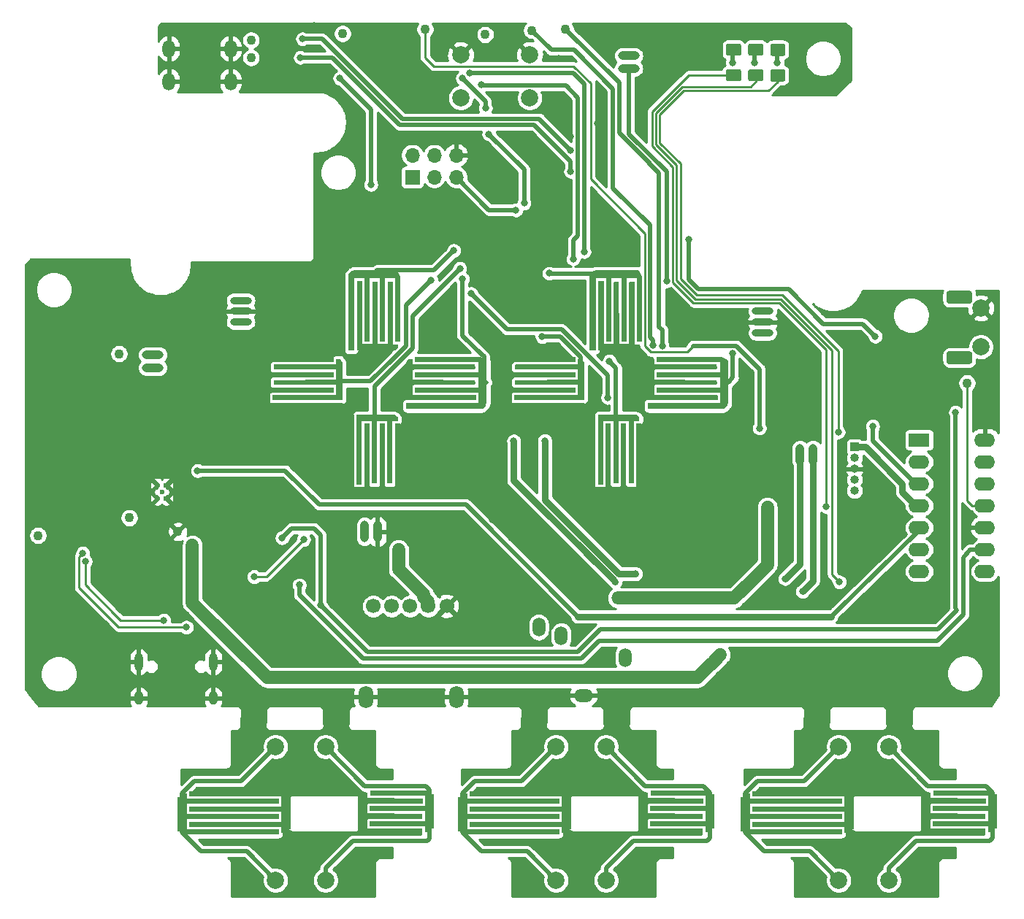
<source format=gbl>
G04 #@! TF.GenerationSoftware,KiCad,Pcbnew,(5.1.5-0-10_14)*
G04 #@! TF.CreationDate,2021-06-21T18:30:40+12:00*
G04 #@! TF.ProjectId,PiPortableBackingBoard,5069506f-7274-4616-926c-654261636b69,rev?*
G04 #@! TF.SameCoordinates,Original*
G04 #@! TF.FileFunction,Copper,L2,Bot*
G04 #@! TF.FilePolarity,Positive*
%FSLAX46Y46*%
G04 Gerber Fmt 4.6, Leading zero omitted, Abs format (unit mm)*
G04 Created by KiCad (PCBNEW (5.1.5-0-10_14)) date 2021-06-21 18:30:40*
%MOMM*%
%LPD*%
G04 APERTURE LIST*
%ADD10C,0.100000*%
%ADD11C,2.000000*%
%ADD12C,3.200000*%
%ADD13O,1.700000X2.600000*%
%ADD14C,1.700000*%
%ADD15C,1.100000*%
%ADD16R,1.000000X1.000000*%
%ADD17O,1.000000X1.000000*%
%ADD18C,0.600000*%
%ADD19O,2.200000X1.500000*%
%ADD20O,1.500000X2.200000*%
%ADD21O,1.000000X1.600000*%
%ADD22O,1.000000X2.100000*%
%ADD23O,2.500000X1.000000*%
%ADD24R,1.700000X1.700000*%
%ADD25O,1.700000X1.700000*%
%ADD26O,1.450000X2.000000*%
%ADD27O,1.000000X2.500000*%
%ADD28O,2.500000X0.900000*%
%ADD29R,2.400000X1.600000*%
%ADD30O,2.400000X1.600000*%
%ADD31C,0.800000*%
%ADD32C,0.500000*%
%ADD33C,1.500000*%
%ADD34C,0.250000*%
%ADD35C,0.750000*%
%ADD36C,0.400000*%
%ADD37C,0.254000*%
G04 APERTURE END LIST*
G04 #@! TA.AperFunction,SMDPad,CuDef*
D10*
G36*
X145429461Y-187968145D02*
G01*
X145432306Y-187958766D01*
X145436927Y-187950121D01*
X145443145Y-187942545D01*
X145450721Y-187936327D01*
X145459366Y-187931706D01*
X145468745Y-187928861D01*
X145478438Y-187927900D01*
X151842000Y-187920062D01*
X151842000Y-186749963D01*
X145478463Y-186745200D01*
X145468709Y-186744232D01*
X145459331Y-186741380D01*
X145450690Y-186736753D01*
X145443118Y-186730529D01*
X145436906Y-186722947D01*
X145432292Y-186714300D01*
X145429453Y-186704918D01*
X145428500Y-186695200D01*
X145428500Y-186187200D01*
X145429461Y-186177445D01*
X145432306Y-186168066D01*
X145436927Y-186159421D01*
X145443145Y-186151845D01*
X145450721Y-186145627D01*
X145459366Y-186141006D01*
X145468745Y-186138161D01*
X145478537Y-186137200D01*
X151842000Y-186141963D01*
X151842000Y-184972000D01*
X145542000Y-184972000D01*
X145532245Y-184971039D01*
X145522866Y-184968194D01*
X145514221Y-184963573D01*
X145506645Y-184957355D01*
X145500427Y-184949779D01*
X145495806Y-184941134D01*
X145492961Y-184931755D01*
X145492000Y-184922000D01*
X145492000Y-184414000D01*
X145492961Y-184404245D01*
X145495806Y-184394866D01*
X145500427Y-184386221D01*
X145506645Y-184378645D01*
X145514221Y-184372427D01*
X145522866Y-184367806D01*
X145532245Y-184364961D01*
X145542000Y-184364000D01*
X152019000Y-184364000D01*
X152028755Y-184364961D01*
X152038134Y-184367806D01*
X152049000Y-184374000D01*
X152545000Y-184746000D01*
X152900000Y-184746000D01*
X152900000Y-188746000D01*
X152574751Y-188746000D01*
X152573194Y-188751134D01*
X152568603Y-188759735D01*
X152314603Y-189140735D01*
X152308392Y-189148318D01*
X152300822Y-189154544D01*
X152292182Y-189159174D01*
X152282806Y-189162029D01*
X152273000Y-189163000D01*
X151892000Y-189163000D01*
X151882245Y-189162039D01*
X151872866Y-189159194D01*
X151864221Y-189154573D01*
X151856645Y-189148355D01*
X151850427Y-189140779D01*
X151845806Y-189132134D01*
X151842961Y-189122755D01*
X151842000Y-189113000D01*
X151842000Y-188528000D01*
X145478500Y-188528000D01*
X145468745Y-188527039D01*
X145459366Y-188524194D01*
X145450721Y-188519573D01*
X145443145Y-188513355D01*
X145436927Y-188505779D01*
X145432306Y-188497134D01*
X145429461Y-188487755D01*
X145428500Y-188478000D01*
X145428500Y-187977900D01*
X145429461Y-187968145D01*
G37*
G04 #@! TD.AperFunction*
G04 #@! TA.AperFunction,SMDPad,CuDef*
G36*
X151623539Y-185785755D02*
G01*
X151620694Y-185795134D01*
X151616073Y-185803779D01*
X151609855Y-185811355D01*
X151602279Y-185817573D01*
X151593634Y-185822194D01*
X151584255Y-185825039D01*
X151574500Y-185826000D01*
X145147500Y-185826000D01*
X145147500Y-186996136D01*
X151511136Y-187013500D01*
X151520888Y-187014488D01*
X151530260Y-187017358D01*
X151538892Y-187022002D01*
X151546452Y-187028241D01*
X151552649Y-187035835D01*
X151557246Y-187044492D01*
X151560066Y-187053879D01*
X151561000Y-187063500D01*
X151561000Y-187554000D01*
X151560039Y-187563755D01*
X151557194Y-187573134D01*
X151552573Y-187581779D01*
X151546355Y-187589355D01*
X151538779Y-187595573D01*
X151530134Y-187600194D01*
X151520755Y-187603039D01*
X151511000Y-187604000D01*
X145147500Y-187604000D01*
X145147500Y-188774000D01*
X151511000Y-188774000D01*
X151520755Y-188774961D01*
X151530134Y-188777806D01*
X151538779Y-188782427D01*
X151546355Y-188788645D01*
X151552573Y-188796221D01*
X151557194Y-188804866D01*
X151560039Y-188814245D01*
X151561000Y-188824000D01*
X151561000Y-189349500D01*
X151560039Y-189359255D01*
X151557194Y-189368634D01*
X151552573Y-189377279D01*
X151546355Y-189384855D01*
X151538779Y-189391073D01*
X151530134Y-189395694D01*
X151520755Y-189398539D01*
X151510866Y-189399500D01*
X144970366Y-189382000D01*
X144960614Y-189381013D01*
X144951242Y-189378143D01*
X144940500Y-189372000D01*
X144444500Y-189000000D01*
X144089500Y-189000000D01*
X144089500Y-185000000D01*
X144414749Y-185000000D01*
X144416306Y-184994866D01*
X144420897Y-184986265D01*
X144674897Y-184605265D01*
X144681108Y-184597682D01*
X144688678Y-184591456D01*
X144697318Y-184586826D01*
X144706694Y-184583971D01*
X144716500Y-184583000D01*
X145097500Y-184583000D01*
X145107255Y-184583961D01*
X145116634Y-184586806D01*
X145125279Y-184591427D01*
X145132855Y-184597645D01*
X145139073Y-184605221D01*
X145143694Y-184613866D01*
X145146539Y-184623245D01*
X145147500Y-184633000D01*
X145147500Y-185218135D01*
X151574635Y-185235500D01*
X151584387Y-185236487D01*
X151593759Y-185239358D01*
X151602391Y-185244002D01*
X151609951Y-185250240D01*
X151616148Y-185257834D01*
X151620746Y-185266491D01*
X151623565Y-185275878D01*
X151624500Y-185285500D01*
X151624500Y-185776000D01*
X151623539Y-185785755D01*
G37*
G04 #@! TD.AperFunction*
D11*
X140335000Y-194747000D03*
X140335000Y-179250000D03*
G04 #@! TA.AperFunction,SMDPad,CuDef*
D10*
G36*
X134923039Y-185849255D02*
G01*
X134920194Y-185858634D01*
X134915573Y-185867279D01*
X134909355Y-185874855D01*
X134901779Y-185881073D01*
X134893134Y-185885694D01*
X134883755Y-185888539D01*
X134874000Y-185889500D01*
X124256000Y-185889500D01*
X124256000Y-187059500D01*
X134874000Y-187059500D01*
X134883755Y-187060461D01*
X134893134Y-187063306D01*
X134901779Y-187067927D01*
X134909355Y-187074145D01*
X134915573Y-187081721D01*
X134920194Y-187090366D01*
X134923039Y-187099745D01*
X134924000Y-187109500D01*
X134924000Y-187617500D01*
X134923039Y-187627255D01*
X134920194Y-187636634D01*
X134915573Y-187645279D01*
X134909355Y-187652855D01*
X134901779Y-187659073D01*
X134893134Y-187663694D01*
X134883755Y-187666539D01*
X134874000Y-187667500D01*
X124256000Y-187667500D01*
X124256000Y-188837500D01*
X134874000Y-188837500D01*
X134883755Y-188838461D01*
X134893134Y-188841306D01*
X134901779Y-188845927D01*
X134909355Y-188852145D01*
X134915573Y-188859721D01*
X134920194Y-188868366D01*
X134923039Y-188877745D01*
X134924000Y-188887500D01*
X134924000Y-189395500D01*
X134923039Y-189405255D01*
X134920194Y-189414634D01*
X134915573Y-189423279D01*
X134909355Y-189430855D01*
X134901779Y-189437073D01*
X134893134Y-189441694D01*
X134883755Y-189444539D01*
X134874000Y-189445500D01*
X124079000Y-189445500D01*
X124069245Y-189444539D01*
X124059866Y-189441694D01*
X124049000Y-189435500D01*
X123553000Y-189063500D01*
X123198000Y-189063500D01*
X123198000Y-185063500D01*
X123523249Y-185063500D01*
X123524806Y-185058366D01*
X123529397Y-185049765D01*
X123783397Y-184668765D01*
X123789608Y-184661182D01*
X123797178Y-184654956D01*
X123805818Y-184650326D01*
X123815194Y-184647471D01*
X123825000Y-184646500D01*
X124206000Y-184646500D01*
X124215755Y-184647461D01*
X124225134Y-184650306D01*
X124233779Y-184654927D01*
X124241355Y-184661145D01*
X124247573Y-184668721D01*
X124252194Y-184677366D01*
X124255039Y-184686745D01*
X124256000Y-184696500D01*
X124256000Y-185281500D01*
X134874000Y-185281500D01*
X134883755Y-185282461D01*
X134893134Y-185285306D01*
X134901779Y-185289927D01*
X134909355Y-185296145D01*
X134915573Y-185303721D01*
X134920194Y-185312366D01*
X134923039Y-185321745D01*
X134924000Y-185331500D01*
X134924000Y-185839500D01*
X134923039Y-185849255D01*
G37*
G04 #@! TD.AperFunction*
G04 #@! TA.AperFunction,SMDPad,CuDef*
G36*
X124537961Y-188006245D02*
G01*
X124540806Y-187996866D01*
X124545427Y-187988221D01*
X124551645Y-187980645D01*
X124559221Y-187974427D01*
X124567866Y-187969806D01*
X124577245Y-187966961D01*
X124587000Y-187966000D01*
X135205000Y-187966000D01*
X135205000Y-186796000D01*
X124587000Y-186796000D01*
X124577245Y-186795039D01*
X124567866Y-186792194D01*
X124559221Y-186787573D01*
X124551645Y-186781355D01*
X124545427Y-186773779D01*
X124540806Y-186765134D01*
X124537961Y-186755755D01*
X124537000Y-186746000D01*
X124537000Y-186238000D01*
X124537961Y-186228245D01*
X124540806Y-186218866D01*
X124545427Y-186210221D01*
X124551645Y-186202645D01*
X124559221Y-186196427D01*
X124567866Y-186191806D01*
X124577245Y-186188961D01*
X124587000Y-186188000D01*
X135205000Y-186188000D01*
X135205000Y-185018000D01*
X124587000Y-185018000D01*
X124577245Y-185017039D01*
X124567866Y-185014194D01*
X124559221Y-185009573D01*
X124551645Y-185003355D01*
X124545427Y-184995779D01*
X124540806Y-184987134D01*
X124537961Y-184977755D01*
X124537000Y-184968000D01*
X124537000Y-184460000D01*
X124537961Y-184450245D01*
X124540806Y-184440866D01*
X124545427Y-184432221D01*
X124551645Y-184424645D01*
X124559221Y-184418427D01*
X124567866Y-184413806D01*
X124577245Y-184410961D01*
X124587000Y-184410000D01*
X135382000Y-184410000D01*
X135391755Y-184410961D01*
X135401134Y-184413806D01*
X135412000Y-184420000D01*
X135908000Y-184792000D01*
X136263000Y-184792000D01*
X136263000Y-188792000D01*
X135937751Y-188792000D01*
X135936194Y-188797134D01*
X135931603Y-188805735D01*
X135677603Y-189186735D01*
X135671392Y-189194318D01*
X135663822Y-189200544D01*
X135655182Y-189205174D01*
X135645806Y-189208029D01*
X135636000Y-189209000D01*
X135255000Y-189209000D01*
X135245245Y-189208039D01*
X135235866Y-189205194D01*
X135227221Y-189200573D01*
X135219645Y-189194355D01*
X135213427Y-189186779D01*
X135208806Y-189178134D01*
X135205961Y-189168755D01*
X135205000Y-189159000D01*
X135205000Y-188574000D01*
X124587000Y-188574000D01*
X124577245Y-188573039D01*
X124567866Y-188570194D01*
X124559221Y-188565573D01*
X124551645Y-188559355D01*
X124545427Y-188551779D01*
X124540806Y-188543134D01*
X124537961Y-188533755D01*
X124537000Y-188524000D01*
X124537000Y-188016000D01*
X124537961Y-188006245D01*
G37*
G04 #@! TD.AperFunction*
D12*
X144041000Y-179000000D03*
X131041000Y-179000000D03*
X131041000Y-195000000D03*
X144041000Y-195000000D03*
D11*
X134541000Y-179250000D03*
X137541000Y-179250000D03*
X134541000Y-194750000D03*
X137541000Y-194750000D03*
G04 #@! TA.AperFunction,SMDPad,CuDef*
D10*
G36*
X177941461Y-187968145D02*
G01*
X177944306Y-187958766D01*
X177948927Y-187950121D01*
X177955145Y-187942545D01*
X177962721Y-187936327D01*
X177971366Y-187931706D01*
X177980745Y-187928861D01*
X177990438Y-187927900D01*
X184354000Y-187920062D01*
X184354000Y-186749963D01*
X177990463Y-186745200D01*
X177980709Y-186744232D01*
X177971331Y-186741380D01*
X177962690Y-186736753D01*
X177955118Y-186730529D01*
X177948906Y-186722947D01*
X177944292Y-186714300D01*
X177941453Y-186704918D01*
X177940500Y-186695200D01*
X177940500Y-186187200D01*
X177941461Y-186177445D01*
X177944306Y-186168066D01*
X177948927Y-186159421D01*
X177955145Y-186151845D01*
X177962721Y-186145627D01*
X177971366Y-186141006D01*
X177980745Y-186138161D01*
X177990537Y-186137200D01*
X184354000Y-186141963D01*
X184354000Y-184972000D01*
X178054000Y-184972000D01*
X178044245Y-184971039D01*
X178034866Y-184968194D01*
X178026221Y-184963573D01*
X178018645Y-184957355D01*
X178012427Y-184949779D01*
X178007806Y-184941134D01*
X178004961Y-184931755D01*
X178004000Y-184922000D01*
X178004000Y-184414000D01*
X178004961Y-184404245D01*
X178007806Y-184394866D01*
X178012427Y-184386221D01*
X178018645Y-184378645D01*
X178026221Y-184372427D01*
X178034866Y-184367806D01*
X178044245Y-184364961D01*
X178054000Y-184364000D01*
X184531000Y-184364000D01*
X184540755Y-184364961D01*
X184550134Y-184367806D01*
X184561000Y-184374000D01*
X185057000Y-184746000D01*
X185412000Y-184746000D01*
X185412000Y-188746000D01*
X185086751Y-188746000D01*
X185085194Y-188751134D01*
X185080603Y-188759735D01*
X184826603Y-189140735D01*
X184820392Y-189148318D01*
X184812822Y-189154544D01*
X184804182Y-189159174D01*
X184794806Y-189162029D01*
X184785000Y-189163000D01*
X184404000Y-189163000D01*
X184394245Y-189162039D01*
X184384866Y-189159194D01*
X184376221Y-189154573D01*
X184368645Y-189148355D01*
X184362427Y-189140779D01*
X184357806Y-189132134D01*
X184354961Y-189122755D01*
X184354000Y-189113000D01*
X184354000Y-188528000D01*
X177990500Y-188528000D01*
X177980745Y-188527039D01*
X177971366Y-188524194D01*
X177962721Y-188519573D01*
X177955145Y-188513355D01*
X177948927Y-188505779D01*
X177944306Y-188497134D01*
X177941461Y-188487755D01*
X177940500Y-188478000D01*
X177940500Y-187977900D01*
X177941461Y-187968145D01*
G37*
G04 #@! TD.AperFunction*
G04 #@! TA.AperFunction,SMDPad,CuDef*
G36*
X184135539Y-185785755D02*
G01*
X184132694Y-185795134D01*
X184128073Y-185803779D01*
X184121855Y-185811355D01*
X184114279Y-185817573D01*
X184105634Y-185822194D01*
X184096255Y-185825039D01*
X184086500Y-185826000D01*
X177659500Y-185826000D01*
X177659500Y-186996136D01*
X184023136Y-187013500D01*
X184032888Y-187014488D01*
X184042260Y-187017358D01*
X184050892Y-187022002D01*
X184058452Y-187028241D01*
X184064649Y-187035835D01*
X184069246Y-187044492D01*
X184072066Y-187053879D01*
X184073000Y-187063500D01*
X184073000Y-187554000D01*
X184072039Y-187563755D01*
X184069194Y-187573134D01*
X184064573Y-187581779D01*
X184058355Y-187589355D01*
X184050779Y-187595573D01*
X184042134Y-187600194D01*
X184032755Y-187603039D01*
X184023000Y-187604000D01*
X177659500Y-187604000D01*
X177659500Y-188774000D01*
X184023000Y-188774000D01*
X184032755Y-188774961D01*
X184042134Y-188777806D01*
X184050779Y-188782427D01*
X184058355Y-188788645D01*
X184064573Y-188796221D01*
X184069194Y-188804866D01*
X184072039Y-188814245D01*
X184073000Y-188824000D01*
X184073000Y-189349500D01*
X184072039Y-189359255D01*
X184069194Y-189368634D01*
X184064573Y-189377279D01*
X184058355Y-189384855D01*
X184050779Y-189391073D01*
X184042134Y-189395694D01*
X184032755Y-189398539D01*
X184022866Y-189399500D01*
X177482366Y-189382000D01*
X177472614Y-189381013D01*
X177463242Y-189378143D01*
X177452500Y-189372000D01*
X176956500Y-189000000D01*
X176601500Y-189000000D01*
X176601500Y-185000000D01*
X176926749Y-185000000D01*
X176928306Y-184994866D01*
X176932897Y-184986265D01*
X177186897Y-184605265D01*
X177193108Y-184597682D01*
X177200678Y-184591456D01*
X177209318Y-184586826D01*
X177218694Y-184583971D01*
X177228500Y-184583000D01*
X177609500Y-184583000D01*
X177619255Y-184583961D01*
X177628634Y-184586806D01*
X177637279Y-184591427D01*
X177644855Y-184597645D01*
X177651073Y-184605221D01*
X177655694Y-184613866D01*
X177658539Y-184623245D01*
X177659500Y-184633000D01*
X177659500Y-185218135D01*
X184086635Y-185235500D01*
X184096387Y-185236487D01*
X184105759Y-185239358D01*
X184114391Y-185244002D01*
X184121951Y-185250240D01*
X184128148Y-185257834D01*
X184132746Y-185266491D01*
X184135565Y-185275878D01*
X184136500Y-185285500D01*
X184136500Y-185776000D01*
X184135539Y-185785755D01*
G37*
G04 #@! TD.AperFunction*
D11*
X172847000Y-194747000D03*
X172847000Y-179250000D03*
G04 #@! TA.AperFunction,SMDPad,CuDef*
D10*
G36*
X167435039Y-185849255D02*
G01*
X167432194Y-185858634D01*
X167427573Y-185867279D01*
X167421355Y-185874855D01*
X167413779Y-185881073D01*
X167405134Y-185885694D01*
X167395755Y-185888539D01*
X167386000Y-185889500D01*
X156768000Y-185889500D01*
X156768000Y-187059500D01*
X167386000Y-187059500D01*
X167395755Y-187060461D01*
X167405134Y-187063306D01*
X167413779Y-187067927D01*
X167421355Y-187074145D01*
X167427573Y-187081721D01*
X167432194Y-187090366D01*
X167435039Y-187099745D01*
X167436000Y-187109500D01*
X167436000Y-187617500D01*
X167435039Y-187627255D01*
X167432194Y-187636634D01*
X167427573Y-187645279D01*
X167421355Y-187652855D01*
X167413779Y-187659073D01*
X167405134Y-187663694D01*
X167395755Y-187666539D01*
X167386000Y-187667500D01*
X156768000Y-187667500D01*
X156768000Y-188837500D01*
X167386000Y-188837500D01*
X167395755Y-188838461D01*
X167405134Y-188841306D01*
X167413779Y-188845927D01*
X167421355Y-188852145D01*
X167427573Y-188859721D01*
X167432194Y-188868366D01*
X167435039Y-188877745D01*
X167436000Y-188887500D01*
X167436000Y-189395500D01*
X167435039Y-189405255D01*
X167432194Y-189414634D01*
X167427573Y-189423279D01*
X167421355Y-189430855D01*
X167413779Y-189437073D01*
X167405134Y-189441694D01*
X167395755Y-189444539D01*
X167386000Y-189445500D01*
X156591000Y-189445500D01*
X156581245Y-189444539D01*
X156571866Y-189441694D01*
X156561000Y-189435500D01*
X156065000Y-189063500D01*
X155710000Y-189063500D01*
X155710000Y-185063500D01*
X156035249Y-185063500D01*
X156036806Y-185058366D01*
X156041397Y-185049765D01*
X156295397Y-184668765D01*
X156301608Y-184661182D01*
X156309178Y-184654956D01*
X156317818Y-184650326D01*
X156327194Y-184647471D01*
X156337000Y-184646500D01*
X156718000Y-184646500D01*
X156727755Y-184647461D01*
X156737134Y-184650306D01*
X156745779Y-184654927D01*
X156753355Y-184661145D01*
X156759573Y-184668721D01*
X156764194Y-184677366D01*
X156767039Y-184686745D01*
X156768000Y-184696500D01*
X156768000Y-185281500D01*
X167386000Y-185281500D01*
X167395755Y-185282461D01*
X167405134Y-185285306D01*
X167413779Y-185289927D01*
X167421355Y-185296145D01*
X167427573Y-185303721D01*
X167432194Y-185312366D01*
X167435039Y-185321745D01*
X167436000Y-185331500D01*
X167436000Y-185839500D01*
X167435039Y-185849255D01*
G37*
G04 #@! TD.AperFunction*
G04 #@! TA.AperFunction,SMDPad,CuDef*
G36*
X157049961Y-188006245D02*
G01*
X157052806Y-187996866D01*
X157057427Y-187988221D01*
X157063645Y-187980645D01*
X157071221Y-187974427D01*
X157079866Y-187969806D01*
X157089245Y-187966961D01*
X157099000Y-187966000D01*
X167717000Y-187966000D01*
X167717000Y-186796000D01*
X157099000Y-186796000D01*
X157089245Y-186795039D01*
X157079866Y-186792194D01*
X157071221Y-186787573D01*
X157063645Y-186781355D01*
X157057427Y-186773779D01*
X157052806Y-186765134D01*
X157049961Y-186755755D01*
X157049000Y-186746000D01*
X157049000Y-186238000D01*
X157049961Y-186228245D01*
X157052806Y-186218866D01*
X157057427Y-186210221D01*
X157063645Y-186202645D01*
X157071221Y-186196427D01*
X157079866Y-186191806D01*
X157089245Y-186188961D01*
X157099000Y-186188000D01*
X167717000Y-186188000D01*
X167717000Y-185018000D01*
X157099000Y-185018000D01*
X157089245Y-185017039D01*
X157079866Y-185014194D01*
X157071221Y-185009573D01*
X157063645Y-185003355D01*
X157057427Y-184995779D01*
X157052806Y-184987134D01*
X157049961Y-184977755D01*
X157049000Y-184968000D01*
X157049000Y-184460000D01*
X157049961Y-184450245D01*
X157052806Y-184440866D01*
X157057427Y-184432221D01*
X157063645Y-184424645D01*
X157071221Y-184418427D01*
X157079866Y-184413806D01*
X157089245Y-184410961D01*
X157099000Y-184410000D01*
X167894000Y-184410000D01*
X167903755Y-184410961D01*
X167913134Y-184413806D01*
X167924000Y-184420000D01*
X168420000Y-184792000D01*
X168775000Y-184792000D01*
X168775000Y-188792000D01*
X168449751Y-188792000D01*
X168448194Y-188797134D01*
X168443603Y-188805735D01*
X168189603Y-189186735D01*
X168183392Y-189194318D01*
X168175822Y-189200544D01*
X168167182Y-189205174D01*
X168157806Y-189208029D01*
X168148000Y-189209000D01*
X167767000Y-189209000D01*
X167757245Y-189208039D01*
X167747866Y-189205194D01*
X167739221Y-189200573D01*
X167731645Y-189194355D01*
X167725427Y-189186779D01*
X167720806Y-189178134D01*
X167717961Y-189168755D01*
X167717000Y-189159000D01*
X167717000Y-188574000D01*
X157099000Y-188574000D01*
X157089245Y-188573039D01*
X157079866Y-188570194D01*
X157071221Y-188565573D01*
X157063645Y-188559355D01*
X157057427Y-188551779D01*
X157052806Y-188543134D01*
X157049961Y-188533755D01*
X157049000Y-188524000D01*
X157049000Y-188016000D01*
X157049961Y-188006245D01*
G37*
G04 #@! TD.AperFunction*
D12*
X176553000Y-179000000D03*
X163553000Y-179000000D03*
X163553000Y-195000000D03*
X176553000Y-195000000D03*
D11*
X167053000Y-179250000D03*
X170053000Y-179250000D03*
X167053000Y-194750000D03*
X170053000Y-194750000D03*
G04 #@! TA.AperFunction,SMDPad,CuDef*
D10*
G36*
X210707461Y-187968145D02*
G01*
X210710306Y-187958766D01*
X210714927Y-187950121D01*
X210721145Y-187942545D01*
X210728721Y-187936327D01*
X210737366Y-187931706D01*
X210746745Y-187928861D01*
X210756438Y-187927900D01*
X217120000Y-187920062D01*
X217120000Y-186749963D01*
X210756463Y-186745200D01*
X210746709Y-186744232D01*
X210737331Y-186741380D01*
X210728690Y-186736753D01*
X210721118Y-186730529D01*
X210714906Y-186722947D01*
X210710292Y-186714300D01*
X210707453Y-186704918D01*
X210706500Y-186695200D01*
X210706500Y-186187200D01*
X210707461Y-186177445D01*
X210710306Y-186168066D01*
X210714927Y-186159421D01*
X210721145Y-186151845D01*
X210728721Y-186145627D01*
X210737366Y-186141006D01*
X210746745Y-186138161D01*
X210756537Y-186137200D01*
X217120000Y-186141963D01*
X217120000Y-184972000D01*
X210820000Y-184972000D01*
X210810245Y-184971039D01*
X210800866Y-184968194D01*
X210792221Y-184963573D01*
X210784645Y-184957355D01*
X210778427Y-184949779D01*
X210773806Y-184941134D01*
X210770961Y-184931755D01*
X210770000Y-184922000D01*
X210770000Y-184414000D01*
X210770961Y-184404245D01*
X210773806Y-184394866D01*
X210778427Y-184386221D01*
X210784645Y-184378645D01*
X210792221Y-184372427D01*
X210800866Y-184367806D01*
X210810245Y-184364961D01*
X210820000Y-184364000D01*
X217297000Y-184364000D01*
X217306755Y-184364961D01*
X217316134Y-184367806D01*
X217327000Y-184374000D01*
X217823000Y-184746000D01*
X218178000Y-184746000D01*
X218178000Y-188746000D01*
X217852751Y-188746000D01*
X217851194Y-188751134D01*
X217846603Y-188759735D01*
X217592603Y-189140735D01*
X217586392Y-189148318D01*
X217578822Y-189154544D01*
X217570182Y-189159174D01*
X217560806Y-189162029D01*
X217551000Y-189163000D01*
X217170000Y-189163000D01*
X217160245Y-189162039D01*
X217150866Y-189159194D01*
X217142221Y-189154573D01*
X217134645Y-189148355D01*
X217128427Y-189140779D01*
X217123806Y-189132134D01*
X217120961Y-189122755D01*
X217120000Y-189113000D01*
X217120000Y-188528000D01*
X210756500Y-188528000D01*
X210746745Y-188527039D01*
X210737366Y-188524194D01*
X210728721Y-188519573D01*
X210721145Y-188513355D01*
X210714927Y-188505779D01*
X210710306Y-188497134D01*
X210707461Y-188487755D01*
X210706500Y-188478000D01*
X210706500Y-187977900D01*
X210707461Y-187968145D01*
G37*
G04 #@! TD.AperFunction*
G04 #@! TA.AperFunction,SMDPad,CuDef*
G36*
X216901539Y-185785755D02*
G01*
X216898694Y-185795134D01*
X216894073Y-185803779D01*
X216887855Y-185811355D01*
X216880279Y-185817573D01*
X216871634Y-185822194D01*
X216862255Y-185825039D01*
X216852500Y-185826000D01*
X210425500Y-185826000D01*
X210425500Y-186996136D01*
X216789136Y-187013500D01*
X216798888Y-187014488D01*
X216808260Y-187017358D01*
X216816892Y-187022002D01*
X216824452Y-187028241D01*
X216830649Y-187035835D01*
X216835246Y-187044492D01*
X216838066Y-187053879D01*
X216839000Y-187063500D01*
X216839000Y-187554000D01*
X216838039Y-187563755D01*
X216835194Y-187573134D01*
X216830573Y-187581779D01*
X216824355Y-187589355D01*
X216816779Y-187595573D01*
X216808134Y-187600194D01*
X216798755Y-187603039D01*
X216789000Y-187604000D01*
X210425500Y-187604000D01*
X210425500Y-188774000D01*
X216789000Y-188774000D01*
X216798755Y-188774961D01*
X216808134Y-188777806D01*
X216816779Y-188782427D01*
X216824355Y-188788645D01*
X216830573Y-188796221D01*
X216835194Y-188804866D01*
X216838039Y-188814245D01*
X216839000Y-188824000D01*
X216839000Y-189349500D01*
X216838039Y-189359255D01*
X216835194Y-189368634D01*
X216830573Y-189377279D01*
X216824355Y-189384855D01*
X216816779Y-189391073D01*
X216808134Y-189395694D01*
X216798755Y-189398539D01*
X216788866Y-189399500D01*
X210248366Y-189382000D01*
X210238614Y-189381013D01*
X210229242Y-189378143D01*
X210218500Y-189372000D01*
X209722500Y-189000000D01*
X209367500Y-189000000D01*
X209367500Y-185000000D01*
X209692749Y-185000000D01*
X209694306Y-184994866D01*
X209698897Y-184986265D01*
X209952897Y-184605265D01*
X209959108Y-184597682D01*
X209966678Y-184591456D01*
X209975318Y-184586826D01*
X209984694Y-184583971D01*
X209994500Y-184583000D01*
X210375500Y-184583000D01*
X210385255Y-184583961D01*
X210394634Y-184586806D01*
X210403279Y-184591427D01*
X210410855Y-184597645D01*
X210417073Y-184605221D01*
X210421694Y-184613866D01*
X210424539Y-184623245D01*
X210425500Y-184633000D01*
X210425500Y-185218135D01*
X216852635Y-185235500D01*
X216862387Y-185236487D01*
X216871759Y-185239358D01*
X216880391Y-185244002D01*
X216887951Y-185250240D01*
X216894148Y-185257834D01*
X216898746Y-185266491D01*
X216901565Y-185275878D01*
X216902500Y-185285500D01*
X216902500Y-185776000D01*
X216901539Y-185785755D01*
G37*
G04 #@! TD.AperFunction*
D11*
X205613000Y-194747000D03*
X205613000Y-179250000D03*
G04 #@! TA.AperFunction,SMDPad,CuDef*
D10*
G36*
X200201039Y-185849255D02*
G01*
X200198194Y-185858634D01*
X200193573Y-185867279D01*
X200187355Y-185874855D01*
X200179779Y-185881073D01*
X200171134Y-185885694D01*
X200161755Y-185888539D01*
X200152000Y-185889500D01*
X189534000Y-185889500D01*
X189534000Y-187059500D01*
X200152000Y-187059500D01*
X200161755Y-187060461D01*
X200171134Y-187063306D01*
X200179779Y-187067927D01*
X200187355Y-187074145D01*
X200193573Y-187081721D01*
X200198194Y-187090366D01*
X200201039Y-187099745D01*
X200202000Y-187109500D01*
X200202000Y-187617500D01*
X200201039Y-187627255D01*
X200198194Y-187636634D01*
X200193573Y-187645279D01*
X200187355Y-187652855D01*
X200179779Y-187659073D01*
X200171134Y-187663694D01*
X200161755Y-187666539D01*
X200152000Y-187667500D01*
X189534000Y-187667500D01*
X189534000Y-188837500D01*
X200152000Y-188837500D01*
X200161755Y-188838461D01*
X200171134Y-188841306D01*
X200179779Y-188845927D01*
X200187355Y-188852145D01*
X200193573Y-188859721D01*
X200198194Y-188868366D01*
X200201039Y-188877745D01*
X200202000Y-188887500D01*
X200202000Y-189395500D01*
X200201039Y-189405255D01*
X200198194Y-189414634D01*
X200193573Y-189423279D01*
X200187355Y-189430855D01*
X200179779Y-189437073D01*
X200171134Y-189441694D01*
X200161755Y-189444539D01*
X200152000Y-189445500D01*
X189357000Y-189445500D01*
X189347245Y-189444539D01*
X189337866Y-189441694D01*
X189327000Y-189435500D01*
X188831000Y-189063500D01*
X188476000Y-189063500D01*
X188476000Y-185063500D01*
X188801249Y-185063500D01*
X188802806Y-185058366D01*
X188807397Y-185049765D01*
X189061397Y-184668765D01*
X189067608Y-184661182D01*
X189075178Y-184654956D01*
X189083818Y-184650326D01*
X189093194Y-184647471D01*
X189103000Y-184646500D01*
X189484000Y-184646500D01*
X189493755Y-184647461D01*
X189503134Y-184650306D01*
X189511779Y-184654927D01*
X189519355Y-184661145D01*
X189525573Y-184668721D01*
X189530194Y-184677366D01*
X189533039Y-184686745D01*
X189534000Y-184696500D01*
X189534000Y-185281500D01*
X200152000Y-185281500D01*
X200161755Y-185282461D01*
X200171134Y-185285306D01*
X200179779Y-185289927D01*
X200187355Y-185296145D01*
X200193573Y-185303721D01*
X200198194Y-185312366D01*
X200201039Y-185321745D01*
X200202000Y-185331500D01*
X200202000Y-185839500D01*
X200201039Y-185849255D01*
G37*
G04 #@! TD.AperFunction*
G04 #@! TA.AperFunction,SMDPad,CuDef*
G36*
X189815961Y-188006245D02*
G01*
X189818806Y-187996866D01*
X189823427Y-187988221D01*
X189829645Y-187980645D01*
X189837221Y-187974427D01*
X189845866Y-187969806D01*
X189855245Y-187966961D01*
X189865000Y-187966000D01*
X200483000Y-187966000D01*
X200483000Y-186796000D01*
X189865000Y-186796000D01*
X189855245Y-186795039D01*
X189845866Y-186792194D01*
X189837221Y-186787573D01*
X189829645Y-186781355D01*
X189823427Y-186773779D01*
X189818806Y-186765134D01*
X189815961Y-186755755D01*
X189815000Y-186746000D01*
X189815000Y-186238000D01*
X189815961Y-186228245D01*
X189818806Y-186218866D01*
X189823427Y-186210221D01*
X189829645Y-186202645D01*
X189837221Y-186196427D01*
X189845866Y-186191806D01*
X189855245Y-186188961D01*
X189865000Y-186188000D01*
X200483000Y-186188000D01*
X200483000Y-185018000D01*
X189865000Y-185018000D01*
X189855245Y-185017039D01*
X189845866Y-185014194D01*
X189837221Y-185009573D01*
X189829645Y-185003355D01*
X189823427Y-184995779D01*
X189818806Y-184987134D01*
X189815961Y-184977755D01*
X189815000Y-184968000D01*
X189815000Y-184460000D01*
X189815961Y-184450245D01*
X189818806Y-184440866D01*
X189823427Y-184432221D01*
X189829645Y-184424645D01*
X189837221Y-184418427D01*
X189845866Y-184413806D01*
X189855245Y-184410961D01*
X189865000Y-184410000D01*
X200660000Y-184410000D01*
X200669755Y-184410961D01*
X200679134Y-184413806D01*
X200690000Y-184420000D01*
X201186000Y-184792000D01*
X201541000Y-184792000D01*
X201541000Y-188792000D01*
X201215751Y-188792000D01*
X201214194Y-188797134D01*
X201209603Y-188805735D01*
X200955603Y-189186735D01*
X200949392Y-189194318D01*
X200941822Y-189200544D01*
X200933182Y-189205174D01*
X200923806Y-189208029D01*
X200914000Y-189209000D01*
X200533000Y-189209000D01*
X200523245Y-189208039D01*
X200513866Y-189205194D01*
X200505221Y-189200573D01*
X200497645Y-189194355D01*
X200491427Y-189186779D01*
X200486806Y-189178134D01*
X200483961Y-189168755D01*
X200483000Y-189159000D01*
X200483000Y-188574000D01*
X189865000Y-188574000D01*
X189855245Y-188573039D01*
X189845866Y-188570194D01*
X189837221Y-188565573D01*
X189829645Y-188559355D01*
X189823427Y-188551779D01*
X189818806Y-188543134D01*
X189815961Y-188533755D01*
X189815000Y-188524000D01*
X189815000Y-188016000D01*
X189815961Y-188006245D01*
G37*
G04 #@! TD.AperFunction*
D12*
X209319000Y-179000000D03*
X196319000Y-179000000D03*
X196319000Y-195000000D03*
X209319000Y-195000000D03*
D11*
X199819000Y-179250000D03*
X202819000Y-179250000D03*
X199819000Y-194750000D03*
X202819000Y-194750000D03*
D13*
X155500000Y-173500000D03*
X145000000Y-173500000D03*
D14*
X154380000Y-162950000D03*
X152250000Y-162950000D03*
X150120000Y-162950000D03*
X147990000Y-162950000D03*
X145860000Y-162950000D03*
G04 #@! TA.AperFunction,SMDPad,CuDef*
D10*
G36*
X170302539Y-140057755D02*
G01*
X170299694Y-140067134D01*
X170295073Y-140075779D01*
X170288855Y-140083355D01*
X170281279Y-140089573D01*
X170272634Y-140094194D01*
X170263255Y-140097039D01*
X170253500Y-140098000D01*
X161490500Y-140098000D01*
X161480745Y-140097039D01*
X161471366Y-140094194D01*
X161462721Y-140089573D01*
X161455145Y-140083355D01*
X161074145Y-139702355D01*
X161067927Y-139694779D01*
X161063306Y-139686134D01*
X161060461Y-139676755D01*
X161059500Y-139667000D01*
X161059500Y-139500000D01*
X160988500Y-139500000D01*
X160988500Y-134500000D01*
X161059500Y-134500000D01*
X161059500Y-134460000D01*
X161060461Y-134450245D01*
X161063306Y-134440866D01*
X161067927Y-134432221D01*
X161074145Y-134424645D01*
X161083775Y-134417125D01*
X161718775Y-134036125D01*
X161727634Y-134031931D01*
X161737141Y-134029545D01*
X161744500Y-134029000D01*
X169237500Y-134029000D01*
X169247255Y-134029961D01*
X169256634Y-134032806D01*
X169265279Y-134037427D01*
X169272855Y-134043645D01*
X169279073Y-134051221D01*
X169283694Y-134059866D01*
X169286539Y-134069245D01*
X169287500Y-134079000D01*
X169287500Y-134587000D01*
X169286539Y-134596755D01*
X169283694Y-134606134D01*
X169279073Y-134614779D01*
X169272855Y-134622355D01*
X169265279Y-134628573D01*
X169256634Y-134633194D01*
X169247255Y-134636039D01*
X169237500Y-134637000D01*
X161921500Y-134637000D01*
X161921500Y-135807000D01*
X169237500Y-135807000D01*
X169247255Y-135807961D01*
X169256634Y-135810806D01*
X169265279Y-135815427D01*
X169272855Y-135821645D01*
X169279073Y-135829221D01*
X169283694Y-135837866D01*
X169286539Y-135847245D01*
X169287500Y-135857000D01*
X169287500Y-136365000D01*
X169286539Y-136374755D01*
X169283694Y-136384134D01*
X169279073Y-136392779D01*
X169272855Y-136400355D01*
X169265279Y-136406573D01*
X169256634Y-136411194D01*
X169247255Y-136414039D01*
X169237500Y-136415000D01*
X161921500Y-136415000D01*
X161921500Y-137585000D01*
X169237500Y-137585000D01*
X169247255Y-137585961D01*
X169256634Y-137588806D01*
X169265279Y-137593427D01*
X169272855Y-137599645D01*
X169279073Y-137607221D01*
X169283694Y-137615866D01*
X169286539Y-137625245D01*
X169287500Y-137635000D01*
X169287500Y-138143000D01*
X169286539Y-138152755D01*
X169283694Y-138162134D01*
X169279073Y-138170779D01*
X169272855Y-138178355D01*
X169265279Y-138184573D01*
X169256634Y-138189194D01*
X169247255Y-138192039D01*
X169237500Y-138193000D01*
X161921500Y-138193000D01*
X161921500Y-139363000D01*
X170253500Y-139363000D01*
X170263255Y-139363961D01*
X170272634Y-139366806D01*
X170281279Y-139371427D01*
X170288855Y-139377645D01*
X170295073Y-139385221D01*
X170299694Y-139393866D01*
X170302539Y-139403245D01*
X170303500Y-139413000D01*
X170303500Y-140048000D01*
X170302539Y-140057755D01*
G37*
G04 #@! TD.AperFunction*
G04 #@! TA.AperFunction,SMDPad,CuDef*
G36*
X170303500Y-138873000D02*
G01*
X170303500Y-139032000D01*
X170302539Y-139041755D01*
X170299694Y-139051134D01*
X170295073Y-139059779D01*
X170288855Y-139067355D01*
X170281279Y-139073573D01*
X170272634Y-139078194D01*
X170263255Y-139081039D01*
X170253500Y-139082000D01*
X162252500Y-139082000D01*
X162242745Y-139081039D01*
X162233366Y-139078194D01*
X162224721Y-139073573D01*
X162217145Y-139067355D01*
X162210927Y-139059779D01*
X162206306Y-139051134D01*
X162203461Y-139041755D01*
X162202500Y-139032000D01*
X162202500Y-138524000D01*
X162203461Y-138514245D01*
X162206306Y-138504866D01*
X162210927Y-138496221D01*
X162217145Y-138488645D01*
X162224721Y-138482427D01*
X162233366Y-138477806D01*
X162242745Y-138474961D01*
X162252500Y-138474000D01*
X169561000Y-138474000D01*
X169561000Y-137304000D01*
X162379500Y-137304000D01*
X162369745Y-137303039D01*
X162360366Y-137300194D01*
X162351721Y-137295573D01*
X162344145Y-137289355D01*
X162337927Y-137281779D01*
X162333306Y-137273134D01*
X162330461Y-137263755D01*
X162329500Y-137254000D01*
X162329500Y-136763500D01*
X162330461Y-136753745D01*
X162333306Y-136744366D01*
X162337927Y-136735721D01*
X162344145Y-136728145D01*
X162351721Y-136721927D01*
X162360366Y-136717306D01*
X162369745Y-136714461D01*
X162379379Y-136713500D01*
X169561000Y-136696139D01*
X169561000Y-135526000D01*
X162379500Y-135526000D01*
X162369745Y-135525039D01*
X162360366Y-135522194D01*
X162351721Y-135517573D01*
X162344145Y-135511355D01*
X162337927Y-135503779D01*
X162333306Y-135495134D01*
X162330461Y-135485755D01*
X162329500Y-135476000D01*
X162329500Y-134968000D01*
X162330461Y-134958245D01*
X162333306Y-134948866D01*
X162337927Y-134940221D01*
X162344145Y-134932645D01*
X162351721Y-134926427D01*
X162360366Y-134921806D01*
X162369745Y-134918961D01*
X162379500Y-134918000D01*
X169561000Y-134918000D01*
X169561000Y-134873000D01*
X169568500Y-134873000D01*
X169568500Y-134333000D01*
X169569461Y-134323245D01*
X169572306Y-134313866D01*
X169576927Y-134305221D01*
X169583145Y-134297645D01*
X169590721Y-134291427D01*
X169599366Y-134286806D01*
X169608745Y-134283961D01*
X169618500Y-134283000D01*
X169999500Y-134283000D01*
X170009255Y-134283961D01*
X170018634Y-134286806D01*
X170027279Y-134291427D01*
X170034855Y-134297645D01*
X170041103Y-134305265D01*
X170295103Y-134686265D01*
X170299714Y-134694914D01*
X170302549Y-134704297D01*
X170303500Y-134714000D01*
X170303500Y-134873000D01*
X170311000Y-134873000D01*
X170311000Y-138873000D01*
X170303500Y-138873000D01*
G37*
G04 #@! TD.AperFunction*
G04 #@! TA.AperFunction,SMDPad,CuDef*
G36*
X171005745Y-133302539D02*
G01*
X170996366Y-133299694D01*
X170987721Y-133295073D01*
X170980145Y-133288855D01*
X170973927Y-133281279D01*
X170969306Y-133272634D01*
X170966461Y-133263255D01*
X170965500Y-133253500D01*
X170965500Y-124490500D01*
X170966461Y-124480745D01*
X170969306Y-124471366D01*
X170973927Y-124462721D01*
X170980145Y-124455145D01*
X171361145Y-124074145D01*
X171368721Y-124067927D01*
X171377366Y-124063306D01*
X171386745Y-124060461D01*
X171396500Y-124059500D01*
X171563500Y-124059500D01*
X171563500Y-123988500D01*
X176563500Y-123988500D01*
X176563500Y-124059500D01*
X176603500Y-124059500D01*
X176613255Y-124060461D01*
X176622634Y-124063306D01*
X176631279Y-124067927D01*
X176638855Y-124074145D01*
X176646375Y-124083775D01*
X177027375Y-124718775D01*
X177031569Y-124727634D01*
X177033955Y-124737141D01*
X177034500Y-124744500D01*
X177034500Y-132237500D01*
X177033539Y-132247255D01*
X177030694Y-132256634D01*
X177026073Y-132265279D01*
X177019855Y-132272855D01*
X177012279Y-132279073D01*
X177003634Y-132283694D01*
X176994255Y-132286539D01*
X176984500Y-132287500D01*
X176476500Y-132287500D01*
X176466745Y-132286539D01*
X176457366Y-132283694D01*
X176448721Y-132279073D01*
X176441145Y-132272855D01*
X176434927Y-132265279D01*
X176430306Y-132256634D01*
X176427461Y-132247255D01*
X176426500Y-132237500D01*
X176426500Y-124921500D01*
X175256500Y-124921500D01*
X175256500Y-132237500D01*
X175255539Y-132247255D01*
X175252694Y-132256634D01*
X175248073Y-132265279D01*
X175241855Y-132272855D01*
X175234279Y-132279073D01*
X175225634Y-132283694D01*
X175216255Y-132286539D01*
X175206500Y-132287500D01*
X174698500Y-132287500D01*
X174688745Y-132286539D01*
X174679366Y-132283694D01*
X174670721Y-132279073D01*
X174663145Y-132272855D01*
X174656927Y-132265279D01*
X174652306Y-132256634D01*
X174649461Y-132247255D01*
X174648500Y-132237500D01*
X174648500Y-124921500D01*
X173478500Y-124921500D01*
X173478500Y-132237500D01*
X173477539Y-132247255D01*
X173474694Y-132256634D01*
X173470073Y-132265279D01*
X173463855Y-132272855D01*
X173456279Y-132279073D01*
X173447634Y-132283694D01*
X173438255Y-132286539D01*
X173428500Y-132287500D01*
X172920500Y-132287500D01*
X172910745Y-132286539D01*
X172901366Y-132283694D01*
X172892721Y-132279073D01*
X172885145Y-132272855D01*
X172878927Y-132265279D01*
X172874306Y-132256634D01*
X172871461Y-132247255D01*
X172870500Y-132237500D01*
X172870500Y-124921500D01*
X171700500Y-124921500D01*
X171700500Y-133253500D01*
X171699539Y-133263255D01*
X171696694Y-133272634D01*
X171692073Y-133281279D01*
X171685855Y-133288855D01*
X171678279Y-133295073D01*
X171669634Y-133299694D01*
X171660255Y-133302539D01*
X171650500Y-133303500D01*
X171015500Y-133303500D01*
X171005745Y-133302539D01*
G37*
G04 #@! TD.AperFunction*
G04 #@! TA.AperFunction,SMDPad,CuDef*
G36*
X172190500Y-133303500D02*
G01*
X172031500Y-133303500D01*
X172021745Y-133302539D01*
X172012366Y-133299694D01*
X172003721Y-133295073D01*
X171996145Y-133288855D01*
X171989927Y-133281279D01*
X171985306Y-133272634D01*
X171982461Y-133263255D01*
X171981500Y-133253500D01*
X171981500Y-125252500D01*
X171982461Y-125242745D01*
X171985306Y-125233366D01*
X171989927Y-125224721D01*
X171996145Y-125217145D01*
X172003721Y-125210927D01*
X172012366Y-125206306D01*
X172021745Y-125203461D01*
X172031500Y-125202500D01*
X172539500Y-125202500D01*
X172549255Y-125203461D01*
X172558634Y-125206306D01*
X172567279Y-125210927D01*
X172574855Y-125217145D01*
X172581073Y-125224721D01*
X172585694Y-125233366D01*
X172588539Y-125242745D01*
X172589500Y-125252500D01*
X172589500Y-132561000D01*
X173759500Y-132561000D01*
X173759500Y-125379500D01*
X173760461Y-125369745D01*
X173763306Y-125360366D01*
X173767927Y-125351721D01*
X173774145Y-125344145D01*
X173781721Y-125337927D01*
X173790366Y-125333306D01*
X173799745Y-125330461D01*
X173809500Y-125329500D01*
X174300000Y-125329500D01*
X174309755Y-125330461D01*
X174319134Y-125333306D01*
X174327779Y-125337927D01*
X174335355Y-125344145D01*
X174341573Y-125351721D01*
X174346194Y-125360366D01*
X174349039Y-125369745D01*
X174350000Y-125379379D01*
X174367361Y-132561000D01*
X175537500Y-132561000D01*
X175537500Y-125379500D01*
X175538461Y-125369745D01*
X175541306Y-125360366D01*
X175545927Y-125351721D01*
X175552145Y-125344145D01*
X175559721Y-125337927D01*
X175568366Y-125333306D01*
X175577745Y-125330461D01*
X175587500Y-125329500D01*
X176095500Y-125329500D01*
X176105255Y-125330461D01*
X176114634Y-125333306D01*
X176123279Y-125337927D01*
X176130855Y-125344145D01*
X176137073Y-125351721D01*
X176141694Y-125360366D01*
X176144539Y-125369745D01*
X176145500Y-125379500D01*
X176145500Y-132561000D01*
X176190500Y-132561000D01*
X176190500Y-132568500D01*
X176730500Y-132568500D01*
X176740255Y-132569461D01*
X176749634Y-132572306D01*
X176758279Y-132576927D01*
X176765855Y-132583145D01*
X176772073Y-132590721D01*
X176776694Y-132599366D01*
X176779539Y-132608745D01*
X176780500Y-132618500D01*
X176780500Y-132999500D01*
X176779539Y-133009255D01*
X176776694Y-133018634D01*
X176772073Y-133027279D01*
X176765855Y-133034855D01*
X176758235Y-133041103D01*
X176377235Y-133295103D01*
X176368586Y-133299714D01*
X176359203Y-133302549D01*
X176349500Y-133303500D01*
X176190500Y-133303500D01*
X176190500Y-133311000D01*
X172190500Y-133311000D01*
X172190500Y-133303500D01*
G37*
G04 #@! TD.AperFunction*
G04 #@! TA.AperFunction,SMDPad,CuDef*
G36*
X177697461Y-139403245D02*
G01*
X177700306Y-139393866D01*
X177704927Y-139385221D01*
X177711145Y-139377645D01*
X177718721Y-139371427D01*
X177727366Y-139366806D01*
X177736745Y-139363961D01*
X177746500Y-139363000D01*
X186078500Y-139363000D01*
X186078500Y-138193000D01*
X178762500Y-138193000D01*
X178752745Y-138192039D01*
X178743366Y-138189194D01*
X178734721Y-138184573D01*
X178727145Y-138178355D01*
X178720927Y-138170779D01*
X178716306Y-138162134D01*
X178713461Y-138152755D01*
X178712500Y-138143000D01*
X178712500Y-137635000D01*
X178713461Y-137625245D01*
X178716306Y-137615866D01*
X178720927Y-137607221D01*
X178727145Y-137599645D01*
X178734721Y-137593427D01*
X178743366Y-137588806D01*
X178752745Y-137585961D01*
X178762500Y-137585000D01*
X186078500Y-137585000D01*
X186078500Y-136415000D01*
X178762500Y-136415000D01*
X178752745Y-136414039D01*
X178743366Y-136411194D01*
X178734721Y-136406573D01*
X178727145Y-136400355D01*
X178720927Y-136392779D01*
X178716306Y-136384134D01*
X178713461Y-136374755D01*
X178712500Y-136365000D01*
X178712500Y-135857000D01*
X178713461Y-135847245D01*
X178716306Y-135837866D01*
X178720927Y-135829221D01*
X178727145Y-135821645D01*
X178734721Y-135815427D01*
X178743366Y-135810806D01*
X178752745Y-135807961D01*
X178762500Y-135807000D01*
X186078500Y-135807000D01*
X186078500Y-134637000D01*
X178762500Y-134637000D01*
X178752745Y-134636039D01*
X178743366Y-134633194D01*
X178734721Y-134628573D01*
X178727145Y-134622355D01*
X178720927Y-134614779D01*
X178716306Y-134606134D01*
X178713461Y-134596755D01*
X178712500Y-134587000D01*
X178712500Y-134079000D01*
X178713461Y-134069245D01*
X178716306Y-134059866D01*
X178720927Y-134051221D01*
X178727145Y-134043645D01*
X178734721Y-134037427D01*
X178743366Y-134032806D01*
X178752745Y-134029961D01*
X178762500Y-134029000D01*
X186255500Y-134029000D01*
X186265255Y-134029961D01*
X186274634Y-134032806D01*
X186281225Y-134036125D01*
X186916225Y-134417125D01*
X186924095Y-134422968D01*
X186930674Y-134430233D01*
X186935709Y-134438643D01*
X186939007Y-134447873D01*
X186940500Y-134460000D01*
X186940500Y-134500000D01*
X187011500Y-134500000D01*
X187011500Y-139500000D01*
X186940500Y-139500000D01*
X186940500Y-139667000D01*
X186939539Y-139676755D01*
X186936694Y-139686134D01*
X186932073Y-139694779D01*
X186925855Y-139702355D01*
X186544855Y-140083355D01*
X186537279Y-140089573D01*
X186528634Y-140094194D01*
X186519255Y-140097039D01*
X186509500Y-140098000D01*
X177746500Y-140098000D01*
X177736745Y-140097039D01*
X177727366Y-140094194D01*
X177718721Y-140089573D01*
X177711145Y-140083355D01*
X177704927Y-140075779D01*
X177700306Y-140067134D01*
X177697461Y-140057755D01*
X177696500Y-140048000D01*
X177696500Y-139413000D01*
X177697461Y-139403245D01*
G37*
G04 #@! TD.AperFunction*
G04 #@! TA.AperFunction,SMDPad,CuDef*
G36*
X177696500Y-134873000D02*
G01*
X177696500Y-134714000D01*
X177697461Y-134704245D01*
X177700306Y-134694866D01*
X177704897Y-134686265D01*
X177958897Y-134305265D01*
X177965108Y-134297682D01*
X177972678Y-134291456D01*
X177981318Y-134286826D01*
X177990694Y-134283971D01*
X178000500Y-134283000D01*
X178381500Y-134283000D01*
X178391255Y-134283961D01*
X178400634Y-134286806D01*
X178409279Y-134291427D01*
X178416855Y-134297645D01*
X178423073Y-134305221D01*
X178427694Y-134313866D01*
X178430539Y-134323245D01*
X178431500Y-134333000D01*
X178431500Y-134873000D01*
X178439000Y-134873000D01*
X178439000Y-134918000D01*
X185620500Y-134918000D01*
X185630255Y-134918961D01*
X185639634Y-134921806D01*
X185648279Y-134926427D01*
X185655855Y-134932645D01*
X185662073Y-134940221D01*
X185666694Y-134948866D01*
X185669539Y-134958245D01*
X185670500Y-134968000D01*
X185670500Y-135476000D01*
X185669539Y-135485755D01*
X185666694Y-135495134D01*
X185662073Y-135503779D01*
X185655855Y-135511355D01*
X185648279Y-135517573D01*
X185639634Y-135522194D01*
X185630255Y-135525039D01*
X185620500Y-135526000D01*
X178439000Y-135526000D01*
X178439000Y-136696139D01*
X185620621Y-136713500D01*
X185630373Y-136714484D01*
X185639746Y-136717352D01*
X185648379Y-136721994D01*
X185655941Y-136728230D01*
X185662141Y-136735822D01*
X185666740Y-136744478D01*
X185669563Y-136753864D01*
X185670500Y-136763500D01*
X185670500Y-137254000D01*
X185669539Y-137263755D01*
X185666694Y-137273134D01*
X185662073Y-137281779D01*
X185655855Y-137289355D01*
X185648279Y-137295573D01*
X185639634Y-137300194D01*
X185630255Y-137303039D01*
X185620500Y-137304000D01*
X178439000Y-137304000D01*
X178439000Y-138474000D01*
X185747500Y-138474000D01*
X185757255Y-138474961D01*
X185766634Y-138477806D01*
X185775279Y-138482427D01*
X185782855Y-138488645D01*
X185789073Y-138496221D01*
X185793694Y-138504866D01*
X185796539Y-138514245D01*
X185797500Y-138524000D01*
X185797500Y-139032000D01*
X185796539Y-139041755D01*
X185793694Y-139051134D01*
X185789073Y-139059779D01*
X185782855Y-139067355D01*
X185775279Y-139073573D01*
X185766634Y-139078194D01*
X185757255Y-139081039D01*
X185747500Y-139082000D01*
X177746500Y-139082000D01*
X177736745Y-139081039D01*
X177727366Y-139078194D01*
X177718721Y-139073573D01*
X177711145Y-139067355D01*
X177704927Y-139059779D01*
X177700306Y-139051134D01*
X177697461Y-139041755D01*
X177696500Y-139032000D01*
X177696500Y-138873000D01*
X177689000Y-138873000D01*
X177689000Y-134873000D01*
X177696500Y-134873000D01*
G37*
G04 #@! TD.AperFunction*
G04 #@! TA.AperFunction,SMDPad,CuDef*
G36*
X176127000Y-140760000D02*
G01*
X176286000Y-140760000D01*
X176295755Y-140760961D01*
X176305134Y-140763806D01*
X176313735Y-140768397D01*
X176694735Y-141022397D01*
X176702318Y-141028608D01*
X176708544Y-141036178D01*
X176713174Y-141044818D01*
X176716029Y-141054194D01*
X176717000Y-141064000D01*
X176717000Y-141445000D01*
X176716039Y-141454755D01*
X176713194Y-141464134D01*
X176708573Y-141472779D01*
X176702355Y-141480355D01*
X176694779Y-141486573D01*
X176686134Y-141491194D01*
X176676755Y-141494039D01*
X176667000Y-141495000D01*
X176127000Y-141495000D01*
X176127000Y-141502500D01*
X176082000Y-141502500D01*
X176082000Y-148684000D01*
X176081039Y-148693755D01*
X176078194Y-148703134D01*
X176073573Y-148711779D01*
X176067355Y-148719355D01*
X176059779Y-148725573D01*
X176051134Y-148730194D01*
X176041755Y-148733039D01*
X176032000Y-148734000D01*
X175524000Y-148734000D01*
X175514245Y-148733039D01*
X175504866Y-148730194D01*
X175496221Y-148725573D01*
X175488645Y-148719355D01*
X175482427Y-148711779D01*
X175477806Y-148703134D01*
X175474961Y-148693755D01*
X175474000Y-148684000D01*
X175474000Y-141502500D01*
X174303861Y-141502500D01*
X174286500Y-148684121D01*
X174285516Y-148693873D01*
X174282648Y-148703246D01*
X174278006Y-148711879D01*
X174271770Y-148719441D01*
X174264178Y-148725641D01*
X174255522Y-148730240D01*
X174246136Y-148733063D01*
X174236500Y-148734000D01*
X173746000Y-148734000D01*
X173736245Y-148733039D01*
X173726866Y-148730194D01*
X173718221Y-148725573D01*
X173710645Y-148719355D01*
X173704427Y-148711779D01*
X173699806Y-148703134D01*
X173696961Y-148693755D01*
X173696000Y-148684000D01*
X173696000Y-141502500D01*
X172526000Y-141502500D01*
X172526000Y-148811000D01*
X172525039Y-148820755D01*
X172522194Y-148830134D01*
X172517573Y-148838779D01*
X172511355Y-148846355D01*
X172503779Y-148852573D01*
X172495134Y-148857194D01*
X172485755Y-148860039D01*
X172476000Y-148861000D01*
X171968000Y-148861000D01*
X171958245Y-148860039D01*
X171948866Y-148857194D01*
X171940221Y-148852573D01*
X171932645Y-148846355D01*
X171926427Y-148838779D01*
X171921806Y-148830134D01*
X171918961Y-148820755D01*
X171918000Y-148811000D01*
X171918000Y-140810000D01*
X171918961Y-140800245D01*
X171921806Y-140790866D01*
X171926427Y-140782221D01*
X171932645Y-140774645D01*
X171940221Y-140768427D01*
X171948866Y-140763806D01*
X171958245Y-140760961D01*
X171968000Y-140760000D01*
X172127000Y-140760000D01*
X172127000Y-140752500D01*
X176127000Y-140752500D01*
X176127000Y-140760000D01*
G37*
G04 #@! TD.AperFunction*
G04 #@! TA.AperFunction,SMDPad,CuDef*
G36*
X171596755Y-140760961D02*
G01*
X171606134Y-140763806D01*
X171614779Y-140768427D01*
X171622355Y-140774645D01*
X171628573Y-140782221D01*
X171633194Y-140790866D01*
X171636039Y-140800245D01*
X171637000Y-140810000D01*
X171637000Y-149142000D01*
X172807000Y-149142000D01*
X172807000Y-141826000D01*
X172807961Y-141816245D01*
X172810806Y-141806866D01*
X172815427Y-141798221D01*
X172821645Y-141790645D01*
X172829221Y-141784427D01*
X172837866Y-141779806D01*
X172847245Y-141776961D01*
X172857000Y-141776000D01*
X173365000Y-141776000D01*
X173374755Y-141776961D01*
X173384134Y-141779806D01*
X173392779Y-141784427D01*
X173400355Y-141790645D01*
X173406573Y-141798221D01*
X173411194Y-141806866D01*
X173414039Y-141816245D01*
X173415000Y-141826000D01*
X173415000Y-149142000D01*
X174585000Y-149142000D01*
X174585000Y-141826000D01*
X174585961Y-141816245D01*
X174588806Y-141806866D01*
X174593427Y-141798221D01*
X174599645Y-141790645D01*
X174607221Y-141784427D01*
X174615866Y-141779806D01*
X174625245Y-141776961D01*
X174635000Y-141776000D01*
X175143000Y-141776000D01*
X175152755Y-141776961D01*
X175162134Y-141779806D01*
X175170779Y-141784427D01*
X175178355Y-141790645D01*
X175184573Y-141798221D01*
X175189194Y-141806866D01*
X175192039Y-141816245D01*
X175193000Y-141826000D01*
X175193000Y-149142000D01*
X176363000Y-149142000D01*
X176363000Y-141826000D01*
X176363961Y-141816245D01*
X176366806Y-141806866D01*
X176371427Y-141798221D01*
X176377645Y-141790645D01*
X176385221Y-141784427D01*
X176393866Y-141779806D01*
X176403245Y-141776961D01*
X176413000Y-141776000D01*
X176921000Y-141776000D01*
X176930755Y-141776961D01*
X176940134Y-141779806D01*
X176948779Y-141784427D01*
X176956355Y-141790645D01*
X176962573Y-141798221D01*
X176967194Y-141806866D01*
X176970039Y-141816245D01*
X176971000Y-141826000D01*
X176971000Y-149319000D01*
X176970039Y-149328755D01*
X176967194Y-149338134D01*
X176963875Y-149344725D01*
X176582875Y-149979725D01*
X176577032Y-149987595D01*
X176569767Y-149994174D01*
X176561357Y-149999209D01*
X176552127Y-150002507D01*
X176540000Y-150004000D01*
X176500000Y-150004000D01*
X176500000Y-150075000D01*
X171500000Y-150075000D01*
X171500000Y-150004000D01*
X171333000Y-150004000D01*
X171323245Y-150003039D01*
X171313866Y-150000194D01*
X171305221Y-149995573D01*
X171297645Y-149989355D01*
X170916645Y-149608355D01*
X170910427Y-149600779D01*
X170905806Y-149592134D01*
X170902961Y-149582755D01*
X170902000Y-149573000D01*
X170902000Y-140810000D01*
X170902961Y-140800245D01*
X170905806Y-140790866D01*
X170910427Y-140782221D01*
X170916645Y-140774645D01*
X170924221Y-140768427D01*
X170932866Y-140763806D01*
X170942245Y-140760961D01*
X170952000Y-140760000D01*
X171587000Y-140760000D01*
X171596755Y-140760961D01*
G37*
G04 #@! TD.AperFunction*
D15*
X168148000Y-96012000D03*
X131699000Y-97282000D03*
X131699000Y-99314000D03*
G04 #@! TA.AperFunction,SMDPad,CuDef*
D10*
G36*
X142302539Y-140057755D02*
G01*
X142299694Y-140067134D01*
X142295073Y-140075779D01*
X142288855Y-140083355D01*
X142281279Y-140089573D01*
X142272634Y-140094194D01*
X142263255Y-140097039D01*
X142253500Y-140098000D01*
X133490500Y-140098000D01*
X133480745Y-140097039D01*
X133471366Y-140094194D01*
X133462721Y-140089573D01*
X133455145Y-140083355D01*
X133074145Y-139702355D01*
X133067927Y-139694779D01*
X133063306Y-139686134D01*
X133060461Y-139676755D01*
X133059500Y-139667000D01*
X133059500Y-139500000D01*
X132988500Y-139500000D01*
X132988500Y-134500000D01*
X133059500Y-134500000D01*
X133059500Y-134460000D01*
X133060461Y-134450245D01*
X133063306Y-134440866D01*
X133067927Y-134432221D01*
X133074145Y-134424645D01*
X133083775Y-134417125D01*
X133718775Y-134036125D01*
X133727634Y-134031931D01*
X133737141Y-134029545D01*
X133744500Y-134029000D01*
X141237500Y-134029000D01*
X141247255Y-134029961D01*
X141256634Y-134032806D01*
X141265279Y-134037427D01*
X141272855Y-134043645D01*
X141279073Y-134051221D01*
X141283694Y-134059866D01*
X141286539Y-134069245D01*
X141287500Y-134079000D01*
X141287500Y-134587000D01*
X141286539Y-134596755D01*
X141283694Y-134606134D01*
X141279073Y-134614779D01*
X141272855Y-134622355D01*
X141265279Y-134628573D01*
X141256634Y-134633194D01*
X141247255Y-134636039D01*
X141237500Y-134637000D01*
X133921500Y-134637000D01*
X133921500Y-135807000D01*
X141237500Y-135807000D01*
X141247255Y-135807961D01*
X141256634Y-135810806D01*
X141265279Y-135815427D01*
X141272855Y-135821645D01*
X141279073Y-135829221D01*
X141283694Y-135837866D01*
X141286539Y-135847245D01*
X141287500Y-135857000D01*
X141287500Y-136365000D01*
X141286539Y-136374755D01*
X141283694Y-136384134D01*
X141279073Y-136392779D01*
X141272855Y-136400355D01*
X141265279Y-136406573D01*
X141256634Y-136411194D01*
X141247255Y-136414039D01*
X141237500Y-136415000D01*
X133921500Y-136415000D01*
X133921500Y-137585000D01*
X141237500Y-137585000D01*
X141247255Y-137585961D01*
X141256634Y-137588806D01*
X141265279Y-137593427D01*
X141272855Y-137599645D01*
X141279073Y-137607221D01*
X141283694Y-137615866D01*
X141286539Y-137625245D01*
X141287500Y-137635000D01*
X141287500Y-138143000D01*
X141286539Y-138152755D01*
X141283694Y-138162134D01*
X141279073Y-138170779D01*
X141272855Y-138178355D01*
X141265279Y-138184573D01*
X141256634Y-138189194D01*
X141247255Y-138192039D01*
X141237500Y-138193000D01*
X133921500Y-138193000D01*
X133921500Y-139363000D01*
X142253500Y-139363000D01*
X142263255Y-139363961D01*
X142272634Y-139366806D01*
X142281279Y-139371427D01*
X142288855Y-139377645D01*
X142295073Y-139385221D01*
X142299694Y-139393866D01*
X142302539Y-139403245D01*
X142303500Y-139413000D01*
X142303500Y-140048000D01*
X142302539Y-140057755D01*
G37*
G04 #@! TD.AperFunction*
G04 #@! TA.AperFunction,SMDPad,CuDef*
G36*
X142303500Y-138873000D02*
G01*
X142303500Y-139032000D01*
X142302539Y-139041755D01*
X142299694Y-139051134D01*
X142295073Y-139059779D01*
X142288855Y-139067355D01*
X142281279Y-139073573D01*
X142272634Y-139078194D01*
X142263255Y-139081039D01*
X142253500Y-139082000D01*
X134252500Y-139082000D01*
X134242745Y-139081039D01*
X134233366Y-139078194D01*
X134224721Y-139073573D01*
X134217145Y-139067355D01*
X134210927Y-139059779D01*
X134206306Y-139051134D01*
X134203461Y-139041755D01*
X134202500Y-139032000D01*
X134202500Y-138524000D01*
X134203461Y-138514245D01*
X134206306Y-138504866D01*
X134210927Y-138496221D01*
X134217145Y-138488645D01*
X134224721Y-138482427D01*
X134233366Y-138477806D01*
X134242745Y-138474961D01*
X134252500Y-138474000D01*
X141561000Y-138474000D01*
X141561000Y-137304000D01*
X134379500Y-137304000D01*
X134369745Y-137303039D01*
X134360366Y-137300194D01*
X134351721Y-137295573D01*
X134344145Y-137289355D01*
X134337927Y-137281779D01*
X134333306Y-137273134D01*
X134330461Y-137263755D01*
X134329500Y-137254000D01*
X134329500Y-136763500D01*
X134330461Y-136753745D01*
X134333306Y-136744366D01*
X134337927Y-136735721D01*
X134344145Y-136728145D01*
X134351721Y-136721927D01*
X134360366Y-136717306D01*
X134369745Y-136714461D01*
X134379379Y-136713500D01*
X141561000Y-136696139D01*
X141561000Y-135526000D01*
X134379500Y-135526000D01*
X134369745Y-135525039D01*
X134360366Y-135522194D01*
X134351721Y-135517573D01*
X134344145Y-135511355D01*
X134337927Y-135503779D01*
X134333306Y-135495134D01*
X134330461Y-135485755D01*
X134329500Y-135476000D01*
X134329500Y-134968000D01*
X134330461Y-134958245D01*
X134333306Y-134948866D01*
X134337927Y-134940221D01*
X134344145Y-134932645D01*
X134351721Y-134926427D01*
X134360366Y-134921806D01*
X134369745Y-134918961D01*
X134379500Y-134918000D01*
X141561000Y-134918000D01*
X141561000Y-134873000D01*
X141568500Y-134873000D01*
X141568500Y-134333000D01*
X141569461Y-134323245D01*
X141572306Y-134313866D01*
X141576927Y-134305221D01*
X141583145Y-134297645D01*
X141590721Y-134291427D01*
X141599366Y-134286806D01*
X141608745Y-134283961D01*
X141618500Y-134283000D01*
X141999500Y-134283000D01*
X142009255Y-134283961D01*
X142018634Y-134286806D01*
X142027279Y-134291427D01*
X142034855Y-134297645D01*
X142041103Y-134305265D01*
X142295103Y-134686265D01*
X142299714Y-134694914D01*
X142302549Y-134704297D01*
X142303500Y-134714000D01*
X142303500Y-134873000D01*
X142311000Y-134873000D01*
X142311000Y-138873000D01*
X142303500Y-138873000D01*
G37*
G04 #@! TD.AperFunction*
G04 #@! TA.AperFunction,SMDPad,CuDef*
G36*
X143005745Y-133302539D02*
G01*
X142996366Y-133299694D01*
X142987721Y-133295073D01*
X142980145Y-133288855D01*
X142973927Y-133281279D01*
X142969306Y-133272634D01*
X142966461Y-133263255D01*
X142965500Y-133253500D01*
X142965500Y-124490500D01*
X142966461Y-124480745D01*
X142969306Y-124471366D01*
X142973927Y-124462721D01*
X142980145Y-124455145D01*
X143361145Y-124074145D01*
X143368721Y-124067927D01*
X143377366Y-124063306D01*
X143386745Y-124060461D01*
X143396500Y-124059500D01*
X143563500Y-124059500D01*
X143563500Y-123988500D01*
X148563500Y-123988500D01*
X148563500Y-124059500D01*
X148603500Y-124059500D01*
X148613255Y-124060461D01*
X148622634Y-124063306D01*
X148631279Y-124067927D01*
X148638855Y-124074145D01*
X148646375Y-124083775D01*
X149027375Y-124718775D01*
X149031569Y-124727634D01*
X149033955Y-124737141D01*
X149034500Y-124744500D01*
X149034500Y-132237500D01*
X149033539Y-132247255D01*
X149030694Y-132256634D01*
X149026073Y-132265279D01*
X149019855Y-132272855D01*
X149012279Y-132279073D01*
X149003634Y-132283694D01*
X148994255Y-132286539D01*
X148984500Y-132287500D01*
X148476500Y-132287500D01*
X148466745Y-132286539D01*
X148457366Y-132283694D01*
X148448721Y-132279073D01*
X148441145Y-132272855D01*
X148434927Y-132265279D01*
X148430306Y-132256634D01*
X148427461Y-132247255D01*
X148426500Y-132237500D01*
X148426500Y-124921500D01*
X147256500Y-124921500D01*
X147256500Y-132237500D01*
X147255539Y-132247255D01*
X147252694Y-132256634D01*
X147248073Y-132265279D01*
X147241855Y-132272855D01*
X147234279Y-132279073D01*
X147225634Y-132283694D01*
X147216255Y-132286539D01*
X147206500Y-132287500D01*
X146698500Y-132287500D01*
X146688745Y-132286539D01*
X146679366Y-132283694D01*
X146670721Y-132279073D01*
X146663145Y-132272855D01*
X146656927Y-132265279D01*
X146652306Y-132256634D01*
X146649461Y-132247255D01*
X146648500Y-132237500D01*
X146648500Y-124921500D01*
X145478500Y-124921500D01*
X145478500Y-132237500D01*
X145477539Y-132247255D01*
X145474694Y-132256634D01*
X145470073Y-132265279D01*
X145463855Y-132272855D01*
X145456279Y-132279073D01*
X145447634Y-132283694D01*
X145438255Y-132286539D01*
X145428500Y-132287500D01*
X144920500Y-132287500D01*
X144910745Y-132286539D01*
X144901366Y-132283694D01*
X144892721Y-132279073D01*
X144885145Y-132272855D01*
X144878927Y-132265279D01*
X144874306Y-132256634D01*
X144871461Y-132247255D01*
X144870500Y-132237500D01*
X144870500Y-124921500D01*
X143700500Y-124921500D01*
X143700500Y-133253500D01*
X143699539Y-133263255D01*
X143696694Y-133272634D01*
X143692073Y-133281279D01*
X143685855Y-133288855D01*
X143678279Y-133295073D01*
X143669634Y-133299694D01*
X143660255Y-133302539D01*
X143650500Y-133303500D01*
X143015500Y-133303500D01*
X143005745Y-133302539D01*
G37*
G04 #@! TD.AperFunction*
G04 #@! TA.AperFunction,SMDPad,CuDef*
G36*
X144190500Y-133303500D02*
G01*
X144031500Y-133303500D01*
X144021745Y-133302539D01*
X144012366Y-133299694D01*
X144003721Y-133295073D01*
X143996145Y-133288855D01*
X143989927Y-133281279D01*
X143985306Y-133272634D01*
X143982461Y-133263255D01*
X143981500Y-133253500D01*
X143981500Y-125252500D01*
X143982461Y-125242745D01*
X143985306Y-125233366D01*
X143989927Y-125224721D01*
X143996145Y-125217145D01*
X144003721Y-125210927D01*
X144012366Y-125206306D01*
X144021745Y-125203461D01*
X144031500Y-125202500D01*
X144539500Y-125202500D01*
X144549255Y-125203461D01*
X144558634Y-125206306D01*
X144567279Y-125210927D01*
X144574855Y-125217145D01*
X144581073Y-125224721D01*
X144585694Y-125233366D01*
X144588539Y-125242745D01*
X144589500Y-125252500D01*
X144589500Y-132561000D01*
X145759500Y-132561000D01*
X145759500Y-125379500D01*
X145760461Y-125369745D01*
X145763306Y-125360366D01*
X145767927Y-125351721D01*
X145774145Y-125344145D01*
X145781721Y-125337927D01*
X145790366Y-125333306D01*
X145799745Y-125330461D01*
X145809500Y-125329500D01*
X146300000Y-125329500D01*
X146309755Y-125330461D01*
X146319134Y-125333306D01*
X146327779Y-125337927D01*
X146335355Y-125344145D01*
X146341573Y-125351721D01*
X146346194Y-125360366D01*
X146349039Y-125369745D01*
X146350000Y-125379379D01*
X146367361Y-132561000D01*
X147537500Y-132561000D01*
X147537500Y-125379500D01*
X147538461Y-125369745D01*
X147541306Y-125360366D01*
X147545927Y-125351721D01*
X147552145Y-125344145D01*
X147559721Y-125337927D01*
X147568366Y-125333306D01*
X147577745Y-125330461D01*
X147587500Y-125329500D01*
X148095500Y-125329500D01*
X148105255Y-125330461D01*
X148114634Y-125333306D01*
X148123279Y-125337927D01*
X148130855Y-125344145D01*
X148137073Y-125351721D01*
X148141694Y-125360366D01*
X148144539Y-125369745D01*
X148145500Y-125379500D01*
X148145500Y-132561000D01*
X148190500Y-132561000D01*
X148190500Y-132568500D01*
X148730500Y-132568500D01*
X148740255Y-132569461D01*
X148749634Y-132572306D01*
X148758279Y-132576927D01*
X148765855Y-132583145D01*
X148772073Y-132590721D01*
X148776694Y-132599366D01*
X148779539Y-132608745D01*
X148780500Y-132618500D01*
X148780500Y-132999500D01*
X148779539Y-133009255D01*
X148776694Y-133018634D01*
X148772073Y-133027279D01*
X148765855Y-133034855D01*
X148758235Y-133041103D01*
X148377235Y-133295103D01*
X148368586Y-133299714D01*
X148359203Y-133302549D01*
X148349500Y-133303500D01*
X148190500Y-133303500D01*
X148190500Y-133311000D01*
X144190500Y-133311000D01*
X144190500Y-133303500D01*
G37*
G04 #@! TD.AperFunction*
G04 #@! TA.AperFunction,SMDPad,CuDef*
G36*
X149697461Y-139403245D02*
G01*
X149700306Y-139393866D01*
X149704927Y-139385221D01*
X149711145Y-139377645D01*
X149718721Y-139371427D01*
X149727366Y-139366806D01*
X149736745Y-139363961D01*
X149746500Y-139363000D01*
X158078500Y-139363000D01*
X158078500Y-138193000D01*
X150762500Y-138193000D01*
X150752745Y-138192039D01*
X150743366Y-138189194D01*
X150734721Y-138184573D01*
X150727145Y-138178355D01*
X150720927Y-138170779D01*
X150716306Y-138162134D01*
X150713461Y-138152755D01*
X150712500Y-138143000D01*
X150712500Y-137635000D01*
X150713461Y-137625245D01*
X150716306Y-137615866D01*
X150720927Y-137607221D01*
X150727145Y-137599645D01*
X150734721Y-137593427D01*
X150743366Y-137588806D01*
X150752745Y-137585961D01*
X150762500Y-137585000D01*
X158078500Y-137585000D01*
X158078500Y-136415000D01*
X150762500Y-136415000D01*
X150752745Y-136414039D01*
X150743366Y-136411194D01*
X150734721Y-136406573D01*
X150727145Y-136400355D01*
X150720927Y-136392779D01*
X150716306Y-136384134D01*
X150713461Y-136374755D01*
X150712500Y-136365000D01*
X150712500Y-135857000D01*
X150713461Y-135847245D01*
X150716306Y-135837866D01*
X150720927Y-135829221D01*
X150727145Y-135821645D01*
X150734721Y-135815427D01*
X150743366Y-135810806D01*
X150752745Y-135807961D01*
X150762500Y-135807000D01*
X158078500Y-135807000D01*
X158078500Y-134637000D01*
X150762500Y-134637000D01*
X150752745Y-134636039D01*
X150743366Y-134633194D01*
X150734721Y-134628573D01*
X150727145Y-134622355D01*
X150720927Y-134614779D01*
X150716306Y-134606134D01*
X150713461Y-134596755D01*
X150712500Y-134587000D01*
X150712500Y-134079000D01*
X150713461Y-134069245D01*
X150716306Y-134059866D01*
X150720927Y-134051221D01*
X150727145Y-134043645D01*
X150734721Y-134037427D01*
X150743366Y-134032806D01*
X150752745Y-134029961D01*
X150762500Y-134029000D01*
X158255500Y-134029000D01*
X158265255Y-134029961D01*
X158274634Y-134032806D01*
X158281225Y-134036125D01*
X158916225Y-134417125D01*
X158924095Y-134422968D01*
X158930674Y-134430233D01*
X158935709Y-134438643D01*
X158939007Y-134447873D01*
X158940500Y-134460000D01*
X158940500Y-134500000D01*
X159011500Y-134500000D01*
X159011500Y-139500000D01*
X158940500Y-139500000D01*
X158940500Y-139667000D01*
X158939539Y-139676755D01*
X158936694Y-139686134D01*
X158932073Y-139694779D01*
X158925855Y-139702355D01*
X158544855Y-140083355D01*
X158537279Y-140089573D01*
X158528634Y-140094194D01*
X158519255Y-140097039D01*
X158509500Y-140098000D01*
X149746500Y-140098000D01*
X149736745Y-140097039D01*
X149727366Y-140094194D01*
X149718721Y-140089573D01*
X149711145Y-140083355D01*
X149704927Y-140075779D01*
X149700306Y-140067134D01*
X149697461Y-140057755D01*
X149696500Y-140048000D01*
X149696500Y-139413000D01*
X149697461Y-139403245D01*
G37*
G04 #@! TD.AperFunction*
G04 #@! TA.AperFunction,SMDPad,CuDef*
G36*
X149696500Y-134873000D02*
G01*
X149696500Y-134714000D01*
X149697461Y-134704245D01*
X149700306Y-134694866D01*
X149704897Y-134686265D01*
X149958897Y-134305265D01*
X149965108Y-134297682D01*
X149972678Y-134291456D01*
X149981318Y-134286826D01*
X149990694Y-134283971D01*
X150000500Y-134283000D01*
X150381500Y-134283000D01*
X150391255Y-134283961D01*
X150400634Y-134286806D01*
X150409279Y-134291427D01*
X150416855Y-134297645D01*
X150423073Y-134305221D01*
X150427694Y-134313866D01*
X150430539Y-134323245D01*
X150431500Y-134333000D01*
X150431500Y-134873000D01*
X150439000Y-134873000D01*
X150439000Y-134918000D01*
X157620500Y-134918000D01*
X157630255Y-134918961D01*
X157639634Y-134921806D01*
X157648279Y-134926427D01*
X157655855Y-134932645D01*
X157662073Y-134940221D01*
X157666694Y-134948866D01*
X157669539Y-134958245D01*
X157670500Y-134968000D01*
X157670500Y-135476000D01*
X157669539Y-135485755D01*
X157666694Y-135495134D01*
X157662073Y-135503779D01*
X157655855Y-135511355D01*
X157648279Y-135517573D01*
X157639634Y-135522194D01*
X157630255Y-135525039D01*
X157620500Y-135526000D01*
X150439000Y-135526000D01*
X150439000Y-136696139D01*
X157620621Y-136713500D01*
X157630373Y-136714484D01*
X157639746Y-136717352D01*
X157648379Y-136721994D01*
X157655941Y-136728230D01*
X157662141Y-136735822D01*
X157666740Y-136744478D01*
X157669563Y-136753864D01*
X157670500Y-136763500D01*
X157670500Y-137254000D01*
X157669539Y-137263755D01*
X157666694Y-137273134D01*
X157662073Y-137281779D01*
X157655855Y-137289355D01*
X157648279Y-137295573D01*
X157639634Y-137300194D01*
X157630255Y-137303039D01*
X157620500Y-137304000D01*
X150439000Y-137304000D01*
X150439000Y-138474000D01*
X157747500Y-138474000D01*
X157757255Y-138474961D01*
X157766634Y-138477806D01*
X157775279Y-138482427D01*
X157782855Y-138488645D01*
X157789073Y-138496221D01*
X157793694Y-138504866D01*
X157796539Y-138514245D01*
X157797500Y-138524000D01*
X157797500Y-139032000D01*
X157796539Y-139041755D01*
X157793694Y-139051134D01*
X157789073Y-139059779D01*
X157782855Y-139067355D01*
X157775279Y-139073573D01*
X157766634Y-139078194D01*
X157757255Y-139081039D01*
X157747500Y-139082000D01*
X149746500Y-139082000D01*
X149736745Y-139081039D01*
X149727366Y-139078194D01*
X149718721Y-139073573D01*
X149711145Y-139067355D01*
X149704927Y-139059779D01*
X149700306Y-139051134D01*
X149697461Y-139041755D01*
X149696500Y-139032000D01*
X149696500Y-138873000D01*
X149689000Y-138873000D01*
X149689000Y-134873000D01*
X149696500Y-134873000D01*
G37*
G04 #@! TD.AperFunction*
G04 #@! TA.AperFunction,SMDPad,CuDef*
G36*
X148127000Y-140760000D02*
G01*
X148286000Y-140760000D01*
X148295755Y-140760961D01*
X148305134Y-140763806D01*
X148313735Y-140768397D01*
X148694735Y-141022397D01*
X148702318Y-141028608D01*
X148708544Y-141036178D01*
X148713174Y-141044818D01*
X148716029Y-141054194D01*
X148717000Y-141064000D01*
X148717000Y-141445000D01*
X148716039Y-141454755D01*
X148713194Y-141464134D01*
X148708573Y-141472779D01*
X148702355Y-141480355D01*
X148694779Y-141486573D01*
X148686134Y-141491194D01*
X148676755Y-141494039D01*
X148667000Y-141495000D01*
X148127000Y-141495000D01*
X148127000Y-141502500D01*
X148082000Y-141502500D01*
X148082000Y-148684000D01*
X148081039Y-148693755D01*
X148078194Y-148703134D01*
X148073573Y-148711779D01*
X148067355Y-148719355D01*
X148059779Y-148725573D01*
X148051134Y-148730194D01*
X148041755Y-148733039D01*
X148032000Y-148734000D01*
X147524000Y-148734000D01*
X147514245Y-148733039D01*
X147504866Y-148730194D01*
X147496221Y-148725573D01*
X147488645Y-148719355D01*
X147482427Y-148711779D01*
X147477806Y-148703134D01*
X147474961Y-148693755D01*
X147474000Y-148684000D01*
X147474000Y-141502500D01*
X146303861Y-141502500D01*
X146286500Y-148684121D01*
X146285516Y-148693873D01*
X146282648Y-148703246D01*
X146278006Y-148711879D01*
X146271770Y-148719441D01*
X146264178Y-148725641D01*
X146255522Y-148730240D01*
X146246136Y-148733063D01*
X146236500Y-148734000D01*
X145746000Y-148734000D01*
X145736245Y-148733039D01*
X145726866Y-148730194D01*
X145718221Y-148725573D01*
X145710645Y-148719355D01*
X145704427Y-148711779D01*
X145699806Y-148703134D01*
X145696961Y-148693755D01*
X145696000Y-148684000D01*
X145696000Y-141502500D01*
X144526000Y-141502500D01*
X144526000Y-148811000D01*
X144525039Y-148820755D01*
X144522194Y-148830134D01*
X144517573Y-148838779D01*
X144511355Y-148846355D01*
X144503779Y-148852573D01*
X144495134Y-148857194D01*
X144485755Y-148860039D01*
X144476000Y-148861000D01*
X143968000Y-148861000D01*
X143958245Y-148860039D01*
X143948866Y-148857194D01*
X143940221Y-148852573D01*
X143932645Y-148846355D01*
X143926427Y-148838779D01*
X143921806Y-148830134D01*
X143918961Y-148820755D01*
X143918000Y-148811000D01*
X143918000Y-140810000D01*
X143918961Y-140800245D01*
X143921806Y-140790866D01*
X143926427Y-140782221D01*
X143932645Y-140774645D01*
X143940221Y-140768427D01*
X143948866Y-140763806D01*
X143958245Y-140760961D01*
X143968000Y-140760000D01*
X144127000Y-140760000D01*
X144127000Y-140752500D01*
X148127000Y-140752500D01*
X148127000Y-140760000D01*
G37*
G04 #@! TD.AperFunction*
G04 #@! TA.AperFunction,SMDPad,CuDef*
G36*
X143596755Y-140760961D02*
G01*
X143606134Y-140763806D01*
X143614779Y-140768427D01*
X143622355Y-140774645D01*
X143628573Y-140782221D01*
X143633194Y-140790866D01*
X143636039Y-140800245D01*
X143637000Y-140810000D01*
X143637000Y-149142000D01*
X144807000Y-149142000D01*
X144807000Y-141826000D01*
X144807961Y-141816245D01*
X144810806Y-141806866D01*
X144815427Y-141798221D01*
X144821645Y-141790645D01*
X144829221Y-141784427D01*
X144837866Y-141779806D01*
X144847245Y-141776961D01*
X144857000Y-141776000D01*
X145365000Y-141776000D01*
X145374755Y-141776961D01*
X145384134Y-141779806D01*
X145392779Y-141784427D01*
X145400355Y-141790645D01*
X145406573Y-141798221D01*
X145411194Y-141806866D01*
X145414039Y-141816245D01*
X145415000Y-141826000D01*
X145415000Y-149142000D01*
X146585000Y-149142000D01*
X146585000Y-141826000D01*
X146585961Y-141816245D01*
X146588806Y-141806866D01*
X146593427Y-141798221D01*
X146599645Y-141790645D01*
X146607221Y-141784427D01*
X146615866Y-141779806D01*
X146625245Y-141776961D01*
X146635000Y-141776000D01*
X147143000Y-141776000D01*
X147152755Y-141776961D01*
X147162134Y-141779806D01*
X147170779Y-141784427D01*
X147178355Y-141790645D01*
X147184573Y-141798221D01*
X147189194Y-141806866D01*
X147192039Y-141816245D01*
X147193000Y-141826000D01*
X147193000Y-149142000D01*
X148363000Y-149142000D01*
X148363000Y-141826000D01*
X148363961Y-141816245D01*
X148366806Y-141806866D01*
X148371427Y-141798221D01*
X148377645Y-141790645D01*
X148385221Y-141784427D01*
X148393866Y-141779806D01*
X148403245Y-141776961D01*
X148413000Y-141776000D01*
X148921000Y-141776000D01*
X148930755Y-141776961D01*
X148940134Y-141779806D01*
X148948779Y-141784427D01*
X148956355Y-141790645D01*
X148962573Y-141798221D01*
X148967194Y-141806866D01*
X148970039Y-141816245D01*
X148971000Y-141826000D01*
X148971000Y-149319000D01*
X148970039Y-149328755D01*
X148967194Y-149338134D01*
X148963875Y-149344725D01*
X148582875Y-149979725D01*
X148577032Y-149987595D01*
X148569767Y-149994174D01*
X148561357Y-149999209D01*
X148552127Y-150002507D01*
X148540000Y-150004000D01*
X148500000Y-150004000D01*
X148500000Y-150075000D01*
X143500000Y-150075000D01*
X143500000Y-150004000D01*
X143333000Y-150004000D01*
X143323245Y-150003039D01*
X143313866Y-150000194D01*
X143305221Y-149995573D01*
X143297645Y-149989355D01*
X142916645Y-149608355D01*
X142910427Y-149600779D01*
X142905806Y-149592134D01*
X142902961Y-149582755D01*
X142902000Y-149573000D01*
X142902000Y-140810000D01*
X142902961Y-140800245D01*
X142905806Y-140790866D01*
X142910427Y-140782221D01*
X142916645Y-140774645D01*
X142924221Y-140768427D01*
X142932866Y-140763806D01*
X142942245Y-140760961D01*
X142952000Y-140760000D01*
X143587000Y-140760000D01*
X143596755Y-140760961D01*
G37*
G04 #@! TD.AperFunction*
D16*
X201650000Y-144475000D03*
D17*
X201650000Y-145745000D03*
X201650000Y-147015000D03*
X201650000Y-148285000D03*
X201650000Y-149555000D03*
D18*
X120854500Y-148942000D03*
X120854500Y-150442000D03*
X121854500Y-148942000D03*
X121854500Y-150442000D03*
X121354500Y-149692000D03*
D19*
X170250000Y-173300000D03*
D20*
X175050000Y-168900000D03*
X165050000Y-165400000D03*
D19*
X174550000Y-162000000D03*
D20*
X167650000Y-166400000D03*
G04 #@! TA.AperFunction,SMDPad,CuDef*
D10*
G36*
X188285004Y-100657704D02*
G01*
X188309273Y-100661304D01*
X188333071Y-100667265D01*
X188356171Y-100675530D01*
X188378349Y-100686020D01*
X188399393Y-100698633D01*
X188419098Y-100713247D01*
X188437277Y-100729723D01*
X188453753Y-100747902D01*
X188468367Y-100767607D01*
X188480980Y-100788651D01*
X188491470Y-100810829D01*
X188499735Y-100833929D01*
X188505696Y-100857727D01*
X188509296Y-100881996D01*
X188510500Y-100906500D01*
X188510500Y-101831500D01*
X188509296Y-101856004D01*
X188505696Y-101880273D01*
X188499735Y-101904071D01*
X188491470Y-101927171D01*
X188480980Y-101949349D01*
X188468367Y-101970393D01*
X188453753Y-101990098D01*
X188437277Y-102008277D01*
X188419098Y-102024753D01*
X188399393Y-102039367D01*
X188378349Y-102051980D01*
X188356171Y-102062470D01*
X188333071Y-102070735D01*
X188309273Y-102076696D01*
X188285004Y-102080296D01*
X188260500Y-102081500D01*
X187010500Y-102081500D01*
X186985996Y-102080296D01*
X186961727Y-102076696D01*
X186937929Y-102070735D01*
X186914829Y-102062470D01*
X186892651Y-102051980D01*
X186871607Y-102039367D01*
X186851902Y-102024753D01*
X186833723Y-102008277D01*
X186817247Y-101990098D01*
X186802633Y-101970393D01*
X186790020Y-101949349D01*
X186779530Y-101927171D01*
X186771265Y-101904071D01*
X186765304Y-101880273D01*
X186761704Y-101856004D01*
X186760500Y-101831500D01*
X186760500Y-100906500D01*
X186761704Y-100881996D01*
X186765304Y-100857727D01*
X186771265Y-100833929D01*
X186779530Y-100810829D01*
X186790020Y-100788651D01*
X186802633Y-100767607D01*
X186817247Y-100747902D01*
X186833723Y-100729723D01*
X186851902Y-100713247D01*
X186871607Y-100698633D01*
X186892651Y-100686020D01*
X186914829Y-100675530D01*
X186937929Y-100667265D01*
X186961727Y-100661304D01*
X186985996Y-100657704D01*
X187010500Y-100656500D01*
X188260500Y-100656500D01*
X188285004Y-100657704D01*
G37*
G04 #@! TD.AperFunction*
G04 #@! TA.AperFunction,SMDPad,CuDef*
G36*
X188285004Y-97682704D02*
G01*
X188309273Y-97686304D01*
X188333071Y-97692265D01*
X188356171Y-97700530D01*
X188378349Y-97711020D01*
X188399393Y-97723633D01*
X188419098Y-97738247D01*
X188437277Y-97754723D01*
X188453753Y-97772902D01*
X188468367Y-97792607D01*
X188480980Y-97813651D01*
X188491470Y-97835829D01*
X188499735Y-97858929D01*
X188505696Y-97882727D01*
X188509296Y-97906996D01*
X188510500Y-97931500D01*
X188510500Y-98856500D01*
X188509296Y-98881004D01*
X188505696Y-98905273D01*
X188499735Y-98929071D01*
X188491470Y-98952171D01*
X188480980Y-98974349D01*
X188468367Y-98995393D01*
X188453753Y-99015098D01*
X188437277Y-99033277D01*
X188419098Y-99049753D01*
X188399393Y-99064367D01*
X188378349Y-99076980D01*
X188356171Y-99087470D01*
X188333071Y-99095735D01*
X188309273Y-99101696D01*
X188285004Y-99105296D01*
X188260500Y-99106500D01*
X187010500Y-99106500D01*
X186985996Y-99105296D01*
X186961727Y-99101696D01*
X186937929Y-99095735D01*
X186914829Y-99087470D01*
X186892651Y-99076980D01*
X186871607Y-99064367D01*
X186851902Y-99049753D01*
X186833723Y-99033277D01*
X186817247Y-99015098D01*
X186802633Y-98995393D01*
X186790020Y-98974349D01*
X186779530Y-98952171D01*
X186771265Y-98929071D01*
X186765304Y-98905273D01*
X186761704Y-98881004D01*
X186760500Y-98856500D01*
X186760500Y-97931500D01*
X186761704Y-97906996D01*
X186765304Y-97882727D01*
X186771265Y-97858929D01*
X186779530Y-97835829D01*
X186790020Y-97813651D01*
X186802633Y-97792607D01*
X186817247Y-97772902D01*
X186833723Y-97754723D01*
X186851902Y-97738247D01*
X186871607Y-97723633D01*
X186892651Y-97711020D01*
X186914829Y-97700530D01*
X186937929Y-97692265D01*
X186961727Y-97686304D01*
X186985996Y-97682704D01*
X187010500Y-97681500D01*
X188260500Y-97681500D01*
X188285004Y-97682704D01*
G37*
G04 #@! TD.AperFunction*
G04 #@! TA.AperFunction,SMDPad,CuDef*
G36*
X190860004Y-97682704D02*
G01*
X190884273Y-97686304D01*
X190908071Y-97692265D01*
X190931171Y-97700530D01*
X190953349Y-97711020D01*
X190974393Y-97723633D01*
X190994098Y-97738247D01*
X191012277Y-97754723D01*
X191028753Y-97772902D01*
X191043367Y-97792607D01*
X191055980Y-97813651D01*
X191066470Y-97835829D01*
X191074735Y-97858929D01*
X191080696Y-97882727D01*
X191084296Y-97906996D01*
X191085500Y-97931500D01*
X191085500Y-98856500D01*
X191084296Y-98881004D01*
X191080696Y-98905273D01*
X191074735Y-98929071D01*
X191066470Y-98952171D01*
X191055980Y-98974349D01*
X191043367Y-98995393D01*
X191028753Y-99015098D01*
X191012277Y-99033277D01*
X190994098Y-99049753D01*
X190974393Y-99064367D01*
X190953349Y-99076980D01*
X190931171Y-99087470D01*
X190908071Y-99095735D01*
X190884273Y-99101696D01*
X190860004Y-99105296D01*
X190835500Y-99106500D01*
X189585500Y-99106500D01*
X189560996Y-99105296D01*
X189536727Y-99101696D01*
X189512929Y-99095735D01*
X189489829Y-99087470D01*
X189467651Y-99076980D01*
X189446607Y-99064367D01*
X189426902Y-99049753D01*
X189408723Y-99033277D01*
X189392247Y-99015098D01*
X189377633Y-98995393D01*
X189365020Y-98974349D01*
X189354530Y-98952171D01*
X189346265Y-98929071D01*
X189340304Y-98905273D01*
X189336704Y-98881004D01*
X189335500Y-98856500D01*
X189335500Y-97931500D01*
X189336704Y-97906996D01*
X189340304Y-97882727D01*
X189346265Y-97858929D01*
X189354530Y-97835829D01*
X189365020Y-97813651D01*
X189377633Y-97792607D01*
X189392247Y-97772902D01*
X189408723Y-97754723D01*
X189426902Y-97738247D01*
X189446607Y-97723633D01*
X189467651Y-97711020D01*
X189489829Y-97700530D01*
X189512929Y-97692265D01*
X189536727Y-97686304D01*
X189560996Y-97682704D01*
X189585500Y-97681500D01*
X190835500Y-97681500D01*
X190860004Y-97682704D01*
G37*
G04 #@! TD.AperFunction*
G04 #@! TA.AperFunction,SMDPad,CuDef*
G36*
X190860004Y-100657704D02*
G01*
X190884273Y-100661304D01*
X190908071Y-100667265D01*
X190931171Y-100675530D01*
X190953349Y-100686020D01*
X190974393Y-100698633D01*
X190994098Y-100713247D01*
X191012277Y-100729723D01*
X191028753Y-100747902D01*
X191043367Y-100767607D01*
X191055980Y-100788651D01*
X191066470Y-100810829D01*
X191074735Y-100833929D01*
X191080696Y-100857727D01*
X191084296Y-100881996D01*
X191085500Y-100906500D01*
X191085500Y-101831500D01*
X191084296Y-101856004D01*
X191080696Y-101880273D01*
X191074735Y-101904071D01*
X191066470Y-101927171D01*
X191055980Y-101949349D01*
X191043367Y-101970393D01*
X191028753Y-101990098D01*
X191012277Y-102008277D01*
X190994098Y-102024753D01*
X190974393Y-102039367D01*
X190953349Y-102051980D01*
X190931171Y-102062470D01*
X190908071Y-102070735D01*
X190884273Y-102076696D01*
X190860004Y-102080296D01*
X190835500Y-102081500D01*
X189585500Y-102081500D01*
X189560996Y-102080296D01*
X189536727Y-102076696D01*
X189512929Y-102070735D01*
X189489829Y-102062470D01*
X189467651Y-102051980D01*
X189446607Y-102039367D01*
X189426902Y-102024753D01*
X189408723Y-102008277D01*
X189392247Y-101990098D01*
X189377633Y-101970393D01*
X189365020Y-101949349D01*
X189354530Y-101927171D01*
X189346265Y-101904071D01*
X189340304Y-101880273D01*
X189336704Y-101856004D01*
X189335500Y-101831500D01*
X189335500Y-100906500D01*
X189336704Y-100881996D01*
X189340304Y-100857727D01*
X189346265Y-100833929D01*
X189354530Y-100810829D01*
X189365020Y-100788651D01*
X189377633Y-100767607D01*
X189392247Y-100747902D01*
X189408723Y-100729723D01*
X189426902Y-100713247D01*
X189446607Y-100698633D01*
X189467651Y-100686020D01*
X189489829Y-100675530D01*
X189512929Y-100667265D01*
X189536727Y-100661304D01*
X189560996Y-100657704D01*
X189585500Y-100656500D01*
X190835500Y-100656500D01*
X190860004Y-100657704D01*
G37*
G04 #@! TD.AperFunction*
G04 #@! TA.AperFunction,SMDPad,CuDef*
G36*
X193405004Y-100677704D02*
G01*
X193429273Y-100681304D01*
X193453071Y-100687265D01*
X193476171Y-100695530D01*
X193498349Y-100706020D01*
X193519393Y-100718633D01*
X193539098Y-100733247D01*
X193557277Y-100749723D01*
X193573753Y-100767902D01*
X193588367Y-100787607D01*
X193600980Y-100808651D01*
X193611470Y-100830829D01*
X193619735Y-100853929D01*
X193625696Y-100877727D01*
X193629296Y-100901996D01*
X193630500Y-100926500D01*
X193630500Y-101851500D01*
X193629296Y-101876004D01*
X193625696Y-101900273D01*
X193619735Y-101924071D01*
X193611470Y-101947171D01*
X193600980Y-101969349D01*
X193588367Y-101990393D01*
X193573753Y-102010098D01*
X193557277Y-102028277D01*
X193539098Y-102044753D01*
X193519393Y-102059367D01*
X193498349Y-102071980D01*
X193476171Y-102082470D01*
X193453071Y-102090735D01*
X193429273Y-102096696D01*
X193405004Y-102100296D01*
X193380500Y-102101500D01*
X192130500Y-102101500D01*
X192105996Y-102100296D01*
X192081727Y-102096696D01*
X192057929Y-102090735D01*
X192034829Y-102082470D01*
X192012651Y-102071980D01*
X191991607Y-102059367D01*
X191971902Y-102044753D01*
X191953723Y-102028277D01*
X191937247Y-102010098D01*
X191922633Y-101990393D01*
X191910020Y-101969349D01*
X191899530Y-101947171D01*
X191891265Y-101924071D01*
X191885304Y-101900273D01*
X191881704Y-101876004D01*
X191880500Y-101851500D01*
X191880500Y-100926500D01*
X191881704Y-100901996D01*
X191885304Y-100877727D01*
X191891265Y-100853929D01*
X191899530Y-100830829D01*
X191910020Y-100808651D01*
X191922633Y-100787607D01*
X191937247Y-100767902D01*
X191953723Y-100749723D01*
X191971902Y-100733247D01*
X191991607Y-100718633D01*
X192012651Y-100706020D01*
X192034829Y-100695530D01*
X192057929Y-100687265D01*
X192081727Y-100681304D01*
X192105996Y-100677704D01*
X192130500Y-100676500D01*
X193380500Y-100676500D01*
X193405004Y-100677704D01*
G37*
G04 #@! TD.AperFunction*
G04 #@! TA.AperFunction,SMDPad,CuDef*
G36*
X193405004Y-97702704D02*
G01*
X193429273Y-97706304D01*
X193453071Y-97712265D01*
X193476171Y-97720530D01*
X193498349Y-97731020D01*
X193519393Y-97743633D01*
X193539098Y-97758247D01*
X193557277Y-97774723D01*
X193573753Y-97792902D01*
X193588367Y-97812607D01*
X193600980Y-97833651D01*
X193611470Y-97855829D01*
X193619735Y-97878929D01*
X193625696Y-97902727D01*
X193629296Y-97926996D01*
X193630500Y-97951500D01*
X193630500Y-98876500D01*
X193629296Y-98901004D01*
X193625696Y-98925273D01*
X193619735Y-98949071D01*
X193611470Y-98972171D01*
X193600980Y-98994349D01*
X193588367Y-99015393D01*
X193573753Y-99035098D01*
X193557277Y-99053277D01*
X193539098Y-99069753D01*
X193519393Y-99084367D01*
X193498349Y-99096980D01*
X193476171Y-99107470D01*
X193453071Y-99115735D01*
X193429273Y-99121696D01*
X193405004Y-99125296D01*
X193380500Y-99126500D01*
X192130500Y-99126500D01*
X192105996Y-99125296D01*
X192081727Y-99121696D01*
X192057929Y-99115735D01*
X192034829Y-99107470D01*
X192012651Y-99096980D01*
X191991607Y-99084367D01*
X191971902Y-99069753D01*
X191953723Y-99053277D01*
X191937247Y-99035098D01*
X191922633Y-99015393D01*
X191910020Y-98994349D01*
X191899530Y-98972171D01*
X191891265Y-98949071D01*
X191885304Y-98925273D01*
X191881704Y-98901004D01*
X191880500Y-98876500D01*
X191880500Y-97951500D01*
X191881704Y-97926996D01*
X191885304Y-97902727D01*
X191891265Y-97878929D01*
X191899530Y-97855829D01*
X191910020Y-97833651D01*
X191922633Y-97812607D01*
X191937247Y-97792902D01*
X191953723Y-97774723D01*
X191971902Y-97758247D01*
X191991607Y-97743633D01*
X192012651Y-97731020D01*
X192034829Y-97720530D01*
X192057929Y-97712265D01*
X192081727Y-97706304D01*
X192105996Y-97702704D01*
X192130500Y-97701500D01*
X193380500Y-97701500D01*
X193405004Y-97702704D01*
G37*
G04 #@! TD.AperFunction*
D15*
X123200000Y-154300000D03*
X164250000Y-96158000D03*
X142299000Y-96543000D03*
D21*
X127320000Y-173600000D03*
X118680000Y-173600000D03*
D22*
X127320000Y-169420000D03*
X118680000Y-169420000D03*
D23*
X175465000Y-100592000D03*
X175465000Y-99092000D03*
D15*
X158841000Y-96656000D03*
D24*
X150400000Y-113200000D03*
D25*
X150400000Y-110660000D03*
X152940000Y-113200000D03*
X152940000Y-110660000D03*
X155480000Y-113200000D03*
X155480000Y-110660000D03*
D26*
X129325000Y-102100000D03*
X122175000Y-102100000D03*
X129325000Y-98300000D03*
X122175000Y-98300000D03*
D27*
X146350000Y-154300000D03*
X144850000Y-154300000D03*
D23*
X120300000Y-135300000D03*
X120300000Y-133800000D03*
D27*
X196825000Y-145375000D03*
X195325000Y-145375000D03*
D28*
X191000000Y-128750000D03*
X191000000Y-131250000D03*
X191000000Y-130000000D03*
X130500000Y-128750000D03*
X130500000Y-127500000D03*
X130500000Y-130000000D03*
D11*
X156000000Y-104000000D03*
X156000000Y-99000000D03*
X164000000Y-99000000D03*
X164000000Y-104000000D03*
D15*
X107000000Y-154750000D03*
D11*
X216300000Y-128375000D03*
X216300000Y-132875000D03*
G04 #@! TA.AperFunction,ComponentPad*
D10*
G36*
X214961756Y-126376806D02*
G01*
X214998159Y-126382206D01*
X215033857Y-126391147D01*
X215068506Y-126403545D01*
X215101774Y-126419280D01*
X215133339Y-126438199D01*
X215162897Y-126460121D01*
X215190165Y-126484835D01*
X215214879Y-126512103D01*
X215236801Y-126541661D01*
X215255720Y-126573226D01*
X215271455Y-126606494D01*
X215283853Y-126641143D01*
X215292794Y-126676841D01*
X215298194Y-126713244D01*
X215300000Y-126750000D01*
X215300000Y-127500000D01*
X215298194Y-127536756D01*
X215292794Y-127573159D01*
X215283853Y-127608857D01*
X215271455Y-127643506D01*
X215255720Y-127676774D01*
X215236801Y-127708339D01*
X215214879Y-127737897D01*
X215190165Y-127765165D01*
X215162897Y-127789879D01*
X215133339Y-127811801D01*
X215101774Y-127830720D01*
X215068506Y-127846455D01*
X215033857Y-127858853D01*
X214998159Y-127867794D01*
X214961756Y-127873194D01*
X214925000Y-127875000D01*
X212675000Y-127875000D01*
X212638244Y-127873194D01*
X212601841Y-127867794D01*
X212566143Y-127858853D01*
X212531494Y-127846455D01*
X212498226Y-127830720D01*
X212466661Y-127811801D01*
X212437103Y-127789879D01*
X212409835Y-127765165D01*
X212385121Y-127737897D01*
X212363199Y-127708339D01*
X212344280Y-127676774D01*
X212328545Y-127643506D01*
X212316147Y-127608857D01*
X212307206Y-127573159D01*
X212301806Y-127536756D01*
X212300000Y-127500000D01*
X212300000Y-126750000D01*
X212301806Y-126713244D01*
X212307206Y-126676841D01*
X212316147Y-126641143D01*
X212328545Y-126606494D01*
X212344280Y-126573226D01*
X212363199Y-126541661D01*
X212385121Y-126512103D01*
X212409835Y-126484835D01*
X212437103Y-126460121D01*
X212466661Y-126438199D01*
X212498226Y-126419280D01*
X212531494Y-126403545D01*
X212566143Y-126391147D01*
X212601841Y-126382206D01*
X212638244Y-126376806D01*
X212675000Y-126375000D01*
X214925000Y-126375000D01*
X214961756Y-126376806D01*
G37*
G04 #@! TD.AperFunction*
G04 #@! TA.AperFunction,ComponentPad*
G36*
X214961756Y-133376806D02*
G01*
X214998159Y-133382206D01*
X215033857Y-133391147D01*
X215068506Y-133403545D01*
X215101774Y-133419280D01*
X215133339Y-133438199D01*
X215162897Y-133460121D01*
X215190165Y-133484835D01*
X215214879Y-133512103D01*
X215236801Y-133541661D01*
X215255720Y-133573226D01*
X215271455Y-133606494D01*
X215283853Y-133641143D01*
X215292794Y-133676841D01*
X215298194Y-133713244D01*
X215300000Y-133750000D01*
X215300000Y-134500000D01*
X215298194Y-134536756D01*
X215292794Y-134573159D01*
X215283853Y-134608857D01*
X215271455Y-134643506D01*
X215255720Y-134676774D01*
X215236801Y-134708339D01*
X215214879Y-134737897D01*
X215190165Y-134765165D01*
X215162897Y-134789879D01*
X215133339Y-134811801D01*
X215101774Y-134830720D01*
X215068506Y-134846455D01*
X215033857Y-134858853D01*
X214998159Y-134867794D01*
X214961756Y-134873194D01*
X214925000Y-134875000D01*
X212675000Y-134875000D01*
X212638244Y-134873194D01*
X212601841Y-134867794D01*
X212566143Y-134858853D01*
X212531494Y-134846455D01*
X212498226Y-134830720D01*
X212466661Y-134811801D01*
X212437103Y-134789879D01*
X212409835Y-134765165D01*
X212385121Y-134737897D01*
X212363199Y-134708339D01*
X212344280Y-134676774D01*
X212328545Y-134643506D01*
X212316147Y-134608857D01*
X212307206Y-134573159D01*
X212301806Y-134536756D01*
X212300000Y-134500000D01*
X212300000Y-133750000D01*
X212301806Y-133713244D01*
X212307206Y-133676841D01*
X212316147Y-133641143D01*
X212328545Y-133606494D01*
X212344280Y-133573226D01*
X212363199Y-133541661D01*
X212385121Y-133512103D01*
X212409835Y-133484835D01*
X212437103Y-133460121D01*
X212466661Y-133438199D01*
X212498226Y-133419280D01*
X212531494Y-133403545D01*
X212566143Y-133391147D01*
X212601841Y-133382206D01*
X212638244Y-133376806D01*
X212675000Y-133375000D01*
X214925000Y-133375000D01*
X214961756Y-133376806D01*
G37*
G04 #@! TD.AperFunction*
D15*
X117600000Y-152700000D03*
X116395500Y-133667500D03*
X151875200Y-96040000D03*
D29*
X209150000Y-143675000D03*
D30*
X216770000Y-158915000D03*
X209150000Y-146215000D03*
X216770000Y-156375000D03*
X209150000Y-148755000D03*
X216770000Y-153835000D03*
X209150000Y-151295000D03*
X216770000Y-151295000D03*
X209150000Y-153835000D03*
X216770000Y-148755000D03*
X209150000Y-156375000D03*
X216770000Y-146215000D03*
X209150000Y-158915000D03*
X216770000Y-143675000D03*
D15*
X214710750Y-137069001D03*
D31*
X124900000Y-159200000D03*
X124900000Y-155900000D03*
X186102000Y-168602000D03*
X183904000Y-170800000D03*
X185052000Y-169652000D03*
X127650000Y-165300000D03*
X179857982Y-125235000D03*
X139750000Y-162850000D03*
X135292000Y-155031000D03*
X213360000Y-140462000D03*
X137792000Y-155231000D03*
X132042000Y-159531000D03*
X137300000Y-160500000D03*
X125500000Y-147250000D03*
X148800000Y-156400000D03*
X191550000Y-151475000D03*
X178325400Y-132694400D03*
X157200000Y-126700000D03*
X145600000Y-114050000D03*
X173050000Y-138750000D03*
X141986000Y-101727000D03*
X179349400Y-132740400D03*
X195625000Y-161250000D03*
X193611500Y-159766000D03*
X176300000Y-159200000D03*
X165750000Y-143750000D03*
X173900000Y-160100000D03*
X162150000Y-143800000D03*
X137668000Y-97155000D03*
X168719500Y-110045500D03*
X168756990Y-112522000D03*
X137414000Y-99314000D03*
X157000000Y-101100000D03*
X170307000Y-121835600D03*
X169037000Y-122682000D03*
X158369000Y-102489000D03*
X152550000Y-125150000D03*
X155200000Y-121700000D03*
X182400000Y-120400000D03*
X204066130Y-131647096D03*
X198320999Y-151384000D03*
X187515500Y-99885500D03*
X190055500Y-99885500D03*
X199898000Y-160147000D03*
X199771000Y-142748000D03*
X192722500Y-99885500D03*
X156200000Y-125000000D03*
X155900000Y-123800000D03*
X112491730Y-157775000D03*
X121600000Y-164600000D03*
X112203548Y-156817424D03*
X124200000Y-165400000D03*
X162400000Y-117000000D03*
X160750000Y-126250000D03*
X162600000Y-160050000D03*
X160750000Y-163200000D03*
X160400000Y-167050000D03*
X128950000Y-169550000D03*
X130600000Y-173250000D03*
X109500000Y-154550000D03*
X109150000Y-158150000D03*
X132200000Y-155350000D03*
X201250000Y-139000000D03*
X153600000Y-119400000D03*
X159650000Y-152950000D03*
X161000000Y-146400000D03*
X183250000Y-150750000D03*
X161850000Y-155050000D03*
X161750000Y-151550000D03*
X152200000Y-122100000D03*
X158500000Y-125000000D03*
X124200000Y-163950000D03*
X147600000Y-138950000D03*
X140800000Y-131900000D03*
X153200000Y-131650000D03*
X166550000Y-119300000D03*
X174950000Y-121950000D03*
X187750000Y-129950000D03*
X155092400Y-96596200D03*
X153162000Y-104775000D03*
X171894500Y-106934000D03*
X178244500Y-103568500D03*
X172529500Y-110299500D03*
X178625500Y-96075500D03*
X180149500Y-127889000D03*
X170497500Y-141986000D03*
X170497500Y-146621500D03*
X160147000Y-98742500D03*
X167386000Y-99441000D03*
X175450500Y-133858000D03*
X168148000Y-142176500D03*
X168148000Y-146431000D03*
X205232000Y-151384000D03*
X210820000Y-135318500D03*
X206121000Y-140716000D03*
X117221000Y-146050000D03*
X160274000Y-104330500D03*
X159131000Y-112141000D03*
X137604500Y-101473000D03*
X139001500Y-95567500D03*
X168719500Y-108458000D03*
X187528200Y-133604000D03*
X173250000Y-134550000D03*
X166250000Y-124350000D03*
X165450000Y-131700000D03*
X156200000Y-101725000D03*
X163350000Y-116200000D03*
X159258000Y-108204000D03*
X158877000Y-105156000D03*
X203758800Y-142087600D03*
X190627000Y-142303500D03*
D32*
X205613000Y-193332787D02*
X208763287Y-190182500D01*
X205613000Y-194747000D02*
X205613000Y-193332787D01*
X208763287Y-190182500D02*
X217360500Y-190182500D01*
X217678000Y-184573750D02*
X217678000Y-186682500D01*
X216904260Y-183800010D02*
X217678000Y-184573750D01*
X210163010Y-183800010D02*
X216904260Y-183800010D01*
X205613000Y-179250000D02*
X210163010Y-183800010D01*
X217678000Y-189865000D02*
X217678000Y-186682500D01*
X217360500Y-190182500D02*
X217678000Y-189865000D01*
X175997287Y-190182500D02*
X184594500Y-190182500D01*
X184138260Y-183800010D02*
X184912000Y-184573750D01*
X184912000Y-189865000D02*
X184912000Y-186682500D01*
X177397010Y-183800010D02*
X184138260Y-183800010D01*
X184594500Y-190182500D02*
X184912000Y-189865000D01*
X172847000Y-179250000D02*
X177397010Y-183800010D01*
X184912000Y-184573750D02*
X184912000Y-186682500D01*
X172847000Y-194747000D02*
X172847000Y-193332787D01*
X172847000Y-193332787D02*
X175997287Y-190182500D01*
X144885010Y-183800010D02*
X151986510Y-183800010D01*
X152400000Y-184637250D02*
X152400000Y-186746000D01*
X152400000Y-184213500D02*
X152400000Y-184637250D01*
X151986510Y-183800010D02*
X152400000Y-184213500D01*
X140335000Y-179250000D02*
X144885010Y-183800010D01*
X152400000Y-189012639D02*
X152400000Y-186746000D01*
X152400000Y-189928500D02*
X152400000Y-189012639D01*
X152146000Y-190182500D02*
X152400000Y-189928500D01*
X140335000Y-193332787D02*
X143485287Y-190182500D01*
X143485287Y-190182500D02*
X152146000Y-190182500D01*
X140335000Y-194747000D02*
X140335000Y-193332787D01*
D33*
X124900000Y-162600000D02*
X124900000Y-159200000D01*
X133549990Y-171249990D02*
X124900000Y-162600000D01*
X124900000Y-159200000D02*
X124900000Y-157600000D01*
X124900000Y-157600000D02*
X124900000Y-155900000D01*
X185002000Y-169702000D02*
X185000000Y-169700000D01*
X183454010Y-171249990D02*
X185002000Y-169702000D01*
X185002000Y-169702000D02*
X185052000Y-169652000D01*
X185052000Y-169652000D02*
X186102000Y-168602000D01*
X183454010Y-171249990D02*
X183904000Y-170800000D01*
X133549990Y-171249990D02*
X183454010Y-171249990D01*
D32*
X175465000Y-100592000D02*
X175465000Y-108181038D01*
X175465000Y-108181038D02*
X179857982Y-112574020D01*
X179857982Y-112574020D02*
X179857982Y-125235000D01*
X213548990Y-163387010D02*
X213360000Y-163198020D01*
X145175000Y-168275000D02*
X169545000Y-168275000D01*
X172212000Y-165608000D02*
X211328000Y-165608000D01*
X213360000Y-163198020D02*
X213360000Y-140462000D01*
X169545000Y-168275000D02*
X172212000Y-165608000D01*
X211328000Y-165608000D02*
X213548990Y-163387010D01*
X139750000Y-162850000D02*
X145175000Y-168275000D01*
X135292000Y-155031000D02*
X136399000Y-153924000D01*
X136399000Y-153924000D02*
X138988800Y-153924000D01*
X139750000Y-154685200D02*
X139750000Y-162850000D01*
X138988800Y-153924000D02*
X139750000Y-154685200D01*
D34*
X137792000Y-155231000D02*
X134392000Y-158631000D01*
X133492000Y-159531000D02*
X132042000Y-159531000D01*
X134392000Y-158631000D02*
X133492000Y-159531000D01*
D32*
X144641998Y-169000000D02*
X170000000Y-169000000D01*
X172000000Y-167000000D02*
X211206000Y-167000000D01*
X170000000Y-169000000D02*
X172000000Y-167000000D01*
X137300000Y-161658002D02*
X144641998Y-169000000D01*
X137300000Y-160500000D02*
X137300000Y-161658002D01*
X214249000Y-163957000D02*
X214249000Y-157353000D01*
X211206000Y-167000000D02*
X214249000Y-163957000D01*
X214249000Y-157353000D02*
X215070000Y-156375000D01*
X215070000Y-156375000D02*
X216770000Y-156375000D01*
D35*
X202900000Y-144475000D02*
X201650000Y-144475000D01*
X209150000Y-151295000D02*
X208750000Y-151295000D01*
X207200000Y-149745000D02*
X207200000Y-148775000D01*
X208750000Y-151295000D02*
X207200000Y-149745000D01*
X207200000Y-148775000D02*
X202900000Y-144475000D01*
D32*
X139576465Y-151173535D02*
X156615533Y-151173535D01*
X135652930Y-147250000D02*
X139576465Y-151173535D01*
X125500000Y-147250000D02*
X135652930Y-147250000D01*
X156615533Y-151173535D02*
X169598999Y-164157001D01*
X199517000Y-163576000D02*
X209150000Y-154207219D01*
X198935999Y-164157001D02*
X199517000Y-163576000D01*
X209150000Y-154207219D02*
X209150000Y-153835000D01*
D35*
X169598999Y-164157001D02*
X198935999Y-164157001D01*
D33*
X148800000Y-156400000D02*
X148800000Y-158700000D01*
X152250000Y-162415998D02*
X152250000Y-162950000D01*
X151700000Y-161600000D02*
X151700000Y-161865998D01*
X151700000Y-161865998D02*
X152250000Y-162415998D01*
X148800000Y-158700000D02*
X151700000Y-161600000D01*
X187700000Y-162000000D02*
X189700000Y-160000000D01*
X174550000Y-162000000D02*
X187700000Y-162000000D01*
X191550000Y-158150000D02*
X191550000Y-151475000D01*
X189700000Y-160000000D02*
X191550000Y-158150000D01*
D32*
X177934520Y-131737835D02*
X178325400Y-132128715D01*
X173670990Y-114488990D02*
X177934520Y-118752520D01*
X178325400Y-132128715D02*
X178325400Y-132694400D01*
X173670990Y-102931990D02*
X173670990Y-114488990D01*
X169164000Y-98425000D02*
X173670990Y-102931990D01*
X166517000Y-98425000D02*
X169164000Y-98425000D01*
X177934520Y-118752520D02*
X177934520Y-131737835D01*
X164250000Y-96158000D02*
X166517000Y-98425000D01*
X161350000Y-130850000D02*
X157200000Y-126700000D01*
X167705584Y-130850000D02*
X161350000Y-130850000D01*
X173050000Y-136194416D02*
X167705584Y-130850000D01*
X173050000Y-138750000D02*
X173050000Y-136194416D01*
X145600000Y-105341000D02*
X141986000Y-101727000D01*
X145600000Y-114050000D02*
X145600000Y-105341000D01*
X174371000Y-108077000D02*
X174371000Y-107823000D01*
X168148000Y-96012000D02*
X174371000Y-102235000D01*
X174371000Y-102489000D02*
X174371000Y-108077000D01*
X174371000Y-102235000D02*
X174371000Y-102489000D01*
X174371000Y-108077000D02*
X179000010Y-112706010D01*
X174371000Y-108077000D02*
X177927000Y-111633000D01*
X179000010Y-112706010D02*
X179000010Y-130556000D01*
X179000010Y-130556000D02*
X179349400Y-130905390D01*
X179349400Y-132740400D02*
X179349400Y-130905390D01*
D35*
X196825000Y-160050000D02*
X196825000Y-145375000D01*
X195625000Y-161250000D02*
X196825000Y-160050000D01*
X195325000Y-157750000D02*
X195325000Y-145375000D01*
X195325000Y-158052500D02*
X195325000Y-157750000D01*
X193611500Y-159766000D02*
X195325000Y-158052500D01*
X176300000Y-159200000D02*
X174343516Y-159200000D01*
X165750000Y-150606484D02*
X174343516Y-159200000D01*
X165750000Y-143750000D02*
X165750000Y-150606484D01*
X162150000Y-148350000D02*
X162150000Y-143800000D01*
X173600000Y-159800000D02*
X162150000Y-148350000D01*
X170500000Y-156700000D02*
X173600000Y-159800000D01*
X173600000Y-159800000D02*
X173900000Y-160100000D01*
D32*
X139954000Y-97155000D02*
X137668000Y-97155000D01*
X149225000Y-106426000D02*
X139954000Y-97155000D01*
X165100000Y-106426000D02*
X149225000Y-106426000D01*
X165100000Y-106426000D02*
X168719500Y-110045500D01*
X168756990Y-111356010D02*
X168756990Y-112522000D01*
X164526990Y-107126010D02*
X168756990Y-111356010D01*
X148935047Y-107126010D02*
X164526990Y-107126010D01*
X141123038Y-99314000D02*
X148935047Y-107126010D01*
X137414000Y-99314000D02*
X141123038Y-99314000D01*
X170307000Y-121835600D02*
X170307000Y-102362000D01*
X169045000Y-101100000D02*
X157000000Y-101100000D01*
X170307000Y-102362000D02*
X169045000Y-101100000D01*
X169037000Y-120523000D02*
X169037000Y-122682000D01*
X169606990Y-119953010D02*
X169037000Y-120523000D01*
X169606990Y-103947990D02*
X169606990Y-119953010D01*
X168208999Y-102549999D02*
X169606990Y-103947990D01*
X158429999Y-102549999D02*
X168208999Y-102549999D01*
X158369000Y-102489000D02*
X158429999Y-102549999D01*
X152550000Y-125150000D02*
X149700000Y-128000000D01*
X149700000Y-132737122D02*
X149700000Y-128000000D01*
X148337122Y-134100000D02*
X149700000Y-132737122D01*
X145564122Y-136873000D02*
X141936000Y-136873000D01*
X148337122Y-134100000D02*
X145564122Y-136873000D01*
X155200000Y-121700000D02*
X152981000Y-123919000D01*
X152911500Y-123988500D02*
X152981000Y-123919000D01*
X146311500Y-123988500D02*
X152911500Y-123988500D01*
X145936500Y-124363500D02*
X146311500Y-123988500D01*
X182400000Y-120400000D02*
X182400000Y-125100000D01*
X182400000Y-125100000D02*
X183500000Y-126200000D01*
X202619034Y-130200000D02*
X204066130Y-131647096D01*
X198000000Y-130200000D02*
X202619034Y-130200000D01*
X194000000Y-126200000D02*
X198000000Y-130200000D01*
X183500000Y-126200000D02*
X194000000Y-126200000D01*
D34*
X186760500Y-101369000D02*
X187635500Y-101369000D01*
X182398334Y-101369000D02*
X187635500Y-101369000D01*
X178169981Y-105597353D02*
X182398334Y-101369000D01*
X178169982Y-109592800D02*
X178169981Y-105597353D01*
X182987013Y-127773019D02*
X180582982Y-125368986D01*
X192921200Y-127773020D02*
X182987013Y-127773019D01*
X180582982Y-112005802D02*
X178169982Y-109592800D01*
X180582982Y-125368986D02*
X180582982Y-112005802D01*
X198320999Y-151384000D02*
X198320999Y-133172819D01*
X192921200Y-127773020D02*
X198320999Y-133172819D01*
D32*
X187515500Y-98514000D02*
X187635500Y-98394000D01*
X187515500Y-99885500D02*
X187515500Y-98514000D01*
X190055500Y-98549000D02*
X190210500Y-98394000D01*
X190055500Y-99885500D02*
X190055500Y-98549000D01*
D34*
X189612500Y-102679500D02*
X190210500Y-102081500D01*
X190210500Y-102081500D02*
X190210500Y-101369000D01*
X178619990Y-105783754D02*
X181695275Y-102708469D01*
X178619991Y-109406401D02*
X178619990Y-105783754D01*
X181695275Y-102708469D02*
X189583531Y-102708469D01*
X181032990Y-111819400D02*
X178619991Y-109406401D01*
X189583531Y-102708469D02*
X189612500Y-102679500D01*
X181032991Y-125182587D02*
X181032990Y-111819400D01*
X199045999Y-133261409D02*
X193107600Y-127323010D01*
X183173414Y-127323010D02*
X181032991Y-125182587D01*
X193107600Y-127323010D02*
X183173414Y-127323010D01*
X199045999Y-159294999D02*
X199045999Y-133261409D01*
X199898000Y-160147000D02*
X199045999Y-159294999D01*
X199771000Y-133350000D02*
X199771000Y-142748000D01*
X193294000Y-126873000D02*
X199771000Y-133350000D01*
X183359814Y-126873000D02*
X193294000Y-126873000D01*
X181483000Y-124996186D02*
X183359814Y-126873000D01*
X179070000Y-109220000D02*
X181483000Y-111633000D01*
X181881676Y-103158478D02*
X179070000Y-105970154D01*
X191698522Y-103158478D02*
X181881676Y-103158478D01*
X192755500Y-102101500D02*
X191698522Y-103158478D01*
X181483000Y-111633000D02*
X181483000Y-124996186D01*
X179070000Y-105970154D02*
X179070000Y-109220000D01*
X192755500Y-101389000D02*
X192755500Y-102101500D01*
D32*
X192722500Y-98447000D02*
X192755500Y-98414000D01*
X192722500Y-99885500D02*
X192722500Y-98447000D01*
X156200000Y-125000000D02*
X156200000Y-131550000D01*
X158692010Y-133992010D02*
X158500000Y-133800000D01*
X158692010Y-136892010D02*
X158692010Y-133992010D01*
X158800000Y-137000000D02*
X158692010Y-136892010D01*
X158954000Y-137000000D02*
X158800000Y-137000000D01*
X158500000Y-133800000D02*
X156200000Y-131550000D01*
X146000000Y-140691000D02*
X146000000Y-141191000D01*
X146000000Y-137427085D02*
X146000000Y-140691000D01*
X150400010Y-133027075D02*
X146000000Y-137427085D01*
X150400010Y-129299990D02*
X150400010Y-133027075D01*
X155900000Y-123800000D02*
X150400010Y-129299990D01*
D34*
X112491730Y-160491730D02*
X112491730Y-157775000D01*
X116000000Y-164000000D02*
X112491730Y-160491730D01*
X116600000Y-164600000D02*
X121600000Y-164600000D01*
X116000000Y-164000000D02*
X116600000Y-164600000D01*
X111766729Y-157254243D02*
X111766729Y-160839731D01*
X112203548Y-156817424D02*
X111766729Y-157254243D01*
X115750000Y-164800000D02*
X115726998Y-164800000D01*
X111766729Y-160839731D02*
X115750000Y-164800000D01*
X116350000Y-165400000D02*
X124200000Y-165400000D01*
X115750000Y-164800000D02*
X116350000Y-165400000D01*
D32*
X159280000Y-117000000D02*
X155480000Y-113200000D01*
X162400000Y-117000000D02*
X159280000Y-117000000D01*
D36*
X187150000Y-136804000D02*
X186954000Y-137000000D01*
D32*
X187011500Y-137000000D02*
X187553600Y-136457900D01*
X186636500Y-137000000D02*
X187011500Y-137000000D01*
X187553600Y-133629400D02*
X187528200Y-133604000D01*
X187528200Y-136432500D02*
X187528200Y-133604000D01*
X187553600Y-136457900D02*
X187528200Y-136432500D01*
D36*
X174100000Y-141091000D02*
X174000000Y-141191000D01*
D32*
X174000000Y-135300000D02*
X174000000Y-141191000D01*
X173250000Y-134550000D02*
X174000000Y-135300000D01*
X171185790Y-124363500D02*
X173936500Y-124363500D01*
X170470815Y-124363500D02*
X171185790Y-124363500D01*
X166263500Y-124363500D02*
X166250000Y-124350000D01*
X170470815Y-124363500D02*
X166263500Y-124363500D01*
X169936000Y-134070378D02*
X169936000Y-134283000D01*
X169936000Y-134283000D02*
X169936000Y-136873000D01*
X167565622Y-131700000D02*
X169936000Y-134070378D01*
X165450000Y-131700000D02*
X167565622Y-131700000D01*
X163350000Y-112296000D02*
X159258000Y-108204000D01*
X163350000Y-116200000D02*
X163350000Y-112296000D01*
X158877000Y-104402000D02*
X156200000Y-101725000D01*
X158877000Y-105156000D02*
X158877000Y-104402000D01*
X199819000Y-194750000D02*
X196458000Y-191389000D01*
X188976000Y-189172250D02*
X188976000Y-187063500D01*
X191192750Y-191389000D02*
X188976000Y-189172250D01*
X196458000Y-191389000D02*
X191192750Y-191389000D01*
X156210000Y-184641878D02*
X156210000Y-184796861D01*
X163042000Y-183261000D02*
X157590878Y-183261000D01*
X156210000Y-184796861D02*
X156210000Y-187063500D01*
X157590878Y-183261000D02*
X156210000Y-184641878D01*
X167053000Y-179250000D02*
X163042000Y-183261000D01*
X156210000Y-189172250D02*
X156210000Y-187063500D01*
X167053000Y-194750000D02*
X163692000Y-191389000D01*
X163692000Y-191389000D02*
X158426750Y-191389000D01*
X158426750Y-191389000D02*
X156210000Y-189172250D01*
X131180000Y-191389000D02*
X125914750Y-191389000D01*
X134541000Y-194750000D02*
X131180000Y-191389000D01*
X134541000Y-179250000D02*
X130530000Y-183261000D01*
X130530000Y-183261000D02*
X125078878Y-183261000D01*
X123698000Y-184641878D02*
X123698000Y-187063500D01*
X125078878Y-183261000D02*
X123698000Y-184641878D01*
X123698000Y-189172250D02*
X123698000Y-187063500D01*
X125914750Y-191389000D02*
X123698000Y-189172250D01*
X195808000Y-183261000D02*
X199819000Y-179250000D01*
X190356878Y-183261000D02*
X195808000Y-183261000D01*
X188976000Y-184641878D02*
X190356878Y-183261000D01*
X188976000Y-187063500D02*
X188976000Y-184641878D01*
X203742000Y-142791817D02*
X203742000Y-142014000D01*
X203742000Y-143747000D02*
X203742000Y-142791817D01*
X203742000Y-142070800D02*
X203758800Y-142087600D01*
X203742000Y-142014000D02*
X203742000Y-142070800D01*
D34*
X177359510Y-119701510D02*
X177359510Y-132801512D01*
X178023399Y-133465401D02*
X182256599Y-133465401D01*
X151875200Y-96040000D02*
X151875200Y-99348000D01*
X177359510Y-132801512D02*
X178023399Y-133465401D01*
X151875200Y-99348000D02*
X152852201Y-100325001D01*
X169083187Y-100325001D02*
X171069000Y-102310814D01*
X152852201Y-100325001D02*
X169083187Y-100325001D01*
X182256599Y-133465401D02*
X182905400Y-132816600D01*
X171069000Y-113411000D02*
X177359510Y-119701510D01*
X171069000Y-102310814D02*
X171069000Y-113411000D01*
D32*
X209150000Y-148755000D02*
X208750000Y-148755000D01*
X208750000Y-148755000D02*
X203742000Y-143747000D01*
X190627000Y-142303500D02*
X190627000Y-135444798D01*
X187936201Y-132753999D02*
X190627000Y-135444798D01*
X182968001Y-132753999D02*
X187936201Y-132753999D01*
X182905400Y-132816600D02*
X182968001Y-132753999D01*
D34*
X215320000Y-151295000D02*
X216770000Y-151295000D01*
X214710750Y-150685750D02*
X215320000Y-151295000D01*
X214710750Y-137069001D02*
X214710750Y-150685750D01*
D37*
G36*
X150920775Y-95529849D02*
G01*
X150839589Y-95725851D01*
X150798200Y-95933925D01*
X150798200Y-96146075D01*
X150839589Y-96354149D01*
X150920775Y-96550151D01*
X151038640Y-96726547D01*
X151188653Y-96876560D01*
X151223200Y-96899644D01*
X151223201Y-99315968D01*
X151220046Y-99348000D01*
X151232635Y-99475814D01*
X151269917Y-99598716D01*
X151289872Y-99636049D01*
X151330460Y-99711984D01*
X151411937Y-99811264D01*
X151436814Y-99831680D01*
X152368521Y-100763388D01*
X152388937Y-100788265D01*
X152488217Y-100869742D01*
X152592975Y-100925736D01*
X152601484Y-100930284D01*
X152724386Y-100967566D01*
X152852200Y-100980155D01*
X152884222Y-100977001D01*
X155650904Y-100977001D01*
X155609072Y-101004952D01*
X155479952Y-101134072D01*
X155378504Y-101285901D01*
X155308624Y-101454604D01*
X155273000Y-101633699D01*
X155273000Y-101816301D01*
X155308624Y-101995396D01*
X155378504Y-102164099D01*
X155479952Y-102315928D01*
X155609072Y-102445048D01*
X155696487Y-102503456D01*
X155554590Y-102531681D01*
X155276694Y-102646790D01*
X155026594Y-102813901D01*
X154813901Y-103026594D01*
X154646790Y-103276694D01*
X154531681Y-103554590D01*
X154473000Y-103849604D01*
X154473000Y-104150396D01*
X154531681Y-104445410D01*
X154646790Y-104723306D01*
X154813901Y-104973406D01*
X155026594Y-105186099D01*
X155276694Y-105353210D01*
X155554590Y-105468319D01*
X155849604Y-105527000D01*
X156150396Y-105527000D01*
X156445410Y-105468319D01*
X156723306Y-105353210D01*
X156973406Y-105186099D01*
X157186099Y-104973406D01*
X157353210Y-104723306D01*
X157468319Y-104445410D01*
X157526926Y-104150769D01*
X158070546Y-104694389D01*
X158055504Y-104716901D01*
X157985624Y-104885604D01*
X157950000Y-105064699D01*
X157950000Y-105247301D01*
X157985624Y-105426396D01*
X158055504Y-105595099D01*
X158091519Y-105649000D01*
X149546844Y-105649000D01*
X140530413Y-96632570D01*
X140506080Y-96602920D01*
X140387766Y-96505823D01*
X140258869Y-96436925D01*
X141222000Y-96436925D01*
X141222000Y-96649075D01*
X141263389Y-96857149D01*
X141344575Y-97053151D01*
X141462440Y-97229547D01*
X141612453Y-97379560D01*
X141788849Y-97497425D01*
X141984851Y-97578611D01*
X142192925Y-97620000D01*
X142405075Y-97620000D01*
X142613149Y-97578611D01*
X142809151Y-97497425D01*
X142985547Y-97379560D01*
X143135560Y-97229547D01*
X143253425Y-97053151D01*
X143334611Y-96857149D01*
X143376000Y-96649075D01*
X143376000Y-96436925D01*
X143334611Y-96228851D01*
X143253425Y-96032849D01*
X143135560Y-95856453D01*
X142985547Y-95706440D01*
X142809151Y-95588575D01*
X142613149Y-95507389D01*
X142405075Y-95466000D01*
X142192925Y-95466000D01*
X141984851Y-95507389D01*
X141788849Y-95588575D01*
X141612453Y-95706440D01*
X141462440Y-95856453D01*
X141344575Y-96032849D01*
X141263389Y-96228851D01*
X141222000Y-96436925D01*
X140258869Y-96436925D01*
X140252784Y-96433673D01*
X140106319Y-96389243D01*
X139992166Y-96378000D01*
X139992163Y-96378000D01*
X139954000Y-96374241D01*
X139915837Y-96378000D01*
X138173693Y-96378000D01*
X138107099Y-96333504D01*
X137938396Y-96263624D01*
X137759301Y-96228000D01*
X137576699Y-96228000D01*
X137397604Y-96263624D01*
X137228901Y-96333504D01*
X137077072Y-96434952D01*
X136947952Y-96564072D01*
X136846504Y-96715901D01*
X136776624Y-96884604D01*
X136741000Y-97063699D01*
X136741000Y-97246301D01*
X136776624Y-97425396D01*
X136846504Y-97594099D01*
X136947952Y-97745928D01*
X137077072Y-97875048D01*
X137228901Y-97976496D01*
X137397604Y-98046376D01*
X137576699Y-98082000D01*
X137759301Y-98082000D01*
X137938396Y-98046376D01*
X138107099Y-97976496D01*
X138173693Y-97932000D01*
X139632157Y-97932000D01*
X140237157Y-98537000D01*
X137919693Y-98537000D01*
X137853099Y-98492504D01*
X137684396Y-98422624D01*
X137505301Y-98387000D01*
X137322699Y-98387000D01*
X137143604Y-98422624D01*
X136974901Y-98492504D01*
X136823072Y-98593952D01*
X136693952Y-98723072D01*
X136592504Y-98874901D01*
X136522624Y-99043604D01*
X136487000Y-99222699D01*
X136487000Y-99405301D01*
X136522624Y-99584396D01*
X136592504Y-99753099D01*
X136693952Y-99904928D01*
X136823072Y-100034048D01*
X136974901Y-100135496D01*
X137143604Y-100205376D01*
X137322699Y-100241000D01*
X137505301Y-100241000D01*
X137684396Y-100205376D01*
X137853099Y-100135496D01*
X137919693Y-100091000D01*
X140801195Y-100091000D01*
X141595548Y-100885353D01*
X141546901Y-100905504D01*
X141395072Y-101006952D01*
X141265952Y-101136072D01*
X141164504Y-101287901D01*
X141094624Y-101456604D01*
X141059000Y-101635699D01*
X141059000Y-101818301D01*
X141094624Y-101997396D01*
X141164504Y-102166099D01*
X141265952Y-102317928D01*
X141395072Y-102447048D01*
X141546901Y-102548496D01*
X141715604Y-102618376D01*
X141794158Y-102634001D01*
X144823001Y-105662845D01*
X144823000Y-113544307D01*
X144778504Y-113610901D01*
X144708624Y-113779604D01*
X144673000Y-113958699D01*
X144673000Y-114141301D01*
X144708624Y-114320396D01*
X144778504Y-114489099D01*
X144879952Y-114640928D01*
X145009072Y-114770048D01*
X145160901Y-114871496D01*
X145329604Y-114941376D01*
X145508699Y-114977000D01*
X145691301Y-114977000D01*
X145870396Y-114941376D01*
X146039099Y-114871496D01*
X146190928Y-114770048D01*
X146320048Y-114640928D01*
X146421496Y-114489099D01*
X146491376Y-114320396D01*
X146527000Y-114141301D01*
X146527000Y-113958699D01*
X146491376Y-113779604D01*
X146421496Y-113610901D01*
X146377000Y-113544307D01*
X146377000Y-105666806D01*
X148358637Y-107648444D01*
X148382967Y-107678090D01*
X148412611Y-107702418D01*
X148412612Y-107702419D01*
X148501280Y-107775187D01*
X148553014Y-107802839D01*
X148636263Y-107847337D01*
X148782728Y-107891767D01*
X148896881Y-107903010D01*
X148896883Y-107903010D01*
X148935047Y-107906769D01*
X148973210Y-107903010D01*
X158379297Y-107903010D01*
X158366624Y-107933604D01*
X158331000Y-108112699D01*
X158331000Y-108295301D01*
X158366624Y-108474396D01*
X158436504Y-108643099D01*
X158537952Y-108794928D01*
X158667072Y-108924048D01*
X158818901Y-109025496D01*
X158987604Y-109095376D01*
X159066158Y-109111001D01*
X162573001Y-112617845D01*
X162573000Y-115694307D01*
X162528504Y-115760901D01*
X162458624Y-115929604D01*
X162430101Y-116073000D01*
X162308699Y-116073000D01*
X162129604Y-116108624D01*
X161960901Y-116178504D01*
X161894307Y-116223000D01*
X159601844Y-116223000D01*
X156833352Y-113454509D01*
X156857000Y-113335623D01*
X156857000Y-113064377D01*
X156804083Y-112798344D01*
X156700282Y-112547746D01*
X156549586Y-112322213D01*
X156357787Y-112130414D01*
X156137968Y-111983536D01*
X156246920Y-111931641D01*
X156480269Y-111757588D01*
X156675178Y-111541355D01*
X156824157Y-111291252D01*
X156921481Y-111016891D01*
X156800814Y-110787000D01*
X155607000Y-110787000D01*
X155607000Y-110807000D01*
X155353000Y-110807000D01*
X155353000Y-110787000D01*
X155333000Y-110787000D01*
X155333000Y-110533000D01*
X155353000Y-110533000D01*
X155353000Y-109339845D01*
X155607000Y-109339845D01*
X155607000Y-110533000D01*
X156800814Y-110533000D01*
X156921481Y-110303109D01*
X156824157Y-110028748D01*
X156675178Y-109778645D01*
X156480269Y-109562412D01*
X156246920Y-109388359D01*
X155984099Y-109263175D01*
X155836890Y-109218524D01*
X155607000Y-109339845D01*
X155353000Y-109339845D01*
X155123110Y-109218524D01*
X154975901Y-109263175D01*
X154713080Y-109388359D01*
X154479731Y-109562412D01*
X154284822Y-109778645D01*
X154153975Y-109998308D01*
X154009586Y-109782213D01*
X153817787Y-109590414D01*
X153592254Y-109439718D01*
X153341656Y-109335917D01*
X153075623Y-109283000D01*
X152804377Y-109283000D01*
X152538344Y-109335917D01*
X152287746Y-109439718D01*
X152062213Y-109590414D01*
X151870414Y-109782213D01*
X151719718Y-110007746D01*
X151670000Y-110127776D01*
X151620282Y-110007746D01*
X151469586Y-109782213D01*
X151277787Y-109590414D01*
X151052254Y-109439718D01*
X150801656Y-109335917D01*
X150535623Y-109283000D01*
X150264377Y-109283000D01*
X149998344Y-109335917D01*
X149747746Y-109439718D01*
X149522213Y-109590414D01*
X149330414Y-109782213D01*
X149179718Y-110007746D01*
X149075917Y-110258344D01*
X149023000Y-110524377D01*
X149023000Y-110795623D01*
X149075917Y-111061656D01*
X149179718Y-111312254D01*
X149330414Y-111537787D01*
X149522213Y-111729586D01*
X149658202Y-111820451D01*
X149550000Y-111820451D01*
X149446690Y-111830626D01*
X149347350Y-111860761D01*
X149255798Y-111909696D01*
X149175552Y-111975552D01*
X149109696Y-112055798D01*
X149060761Y-112147350D01*
X149030626Y-112246690D01*
X149020451Y-112350000D01*
X149020451Y-114050000D01*
X149030626Y-114153310D01*
X149060761Y-114252650D01*
X149109696Y-114344202D01*
X149175552Y-114424448D01*
X149255798Y-114490304D01*
X149347350Y-114539239D01*
X149446690Y-114569374D01*
X149550000Y-114579549D01*
X151250000Y-114579549D01*
X151353310Y-114569374D01*
X151452650Y-114539239D01*
X151544202Y-114490304D01*
X151624448Y-114424448D01*
X151690304Y-114344202D01*
X151739239Y-114252650D01*
X151769374Y-114153310D01*
X151779549Y-114050000D01*
X151779549Y-113941798D01*
X151870414Y-114077787D01*
X152062213Y-114269586D01*
X152287746Y-114420282D01*
X152538344Y-114524083D01*
X152804377Y-114577000D01*
X153075623Y-114577000D01*
X153341656Y-114524083D01*
X153592254Y-114420282D01*
X153817787Y-114269586D01*
X154009586Y-114077787D01*
X154160282Y-113852254D01*
X154210000Y-113732224D01*
X154259718Y-113852254D01*
X154410414Y-114077787D01*
X154602213Y-114269586D01*
X154827746Y-114420282D01*
X155078344Y-114524083D01*
X155344377Y-114577000D01*
X155615623Y-114577000D01*
X155734509Y-114553352D01*
X158703592Y-117522436D01*
X158727920Y-117552080D01*
X158757564Y-117576408D01*
X158757565Y-117576409D01*
X158846234Y-117649178D01*
X158934199Y-117696195D01*
X158981216Y-117721327D01*
X159127681Y-117765757D01*
X159241834Y-117777000D01*
X159241836Y-117777000D01*
X159280000Y-117780759D01*
X159318163Y-117777000D01*
X161894307Y-117777000D01*
X161960901Y-117821496D01*
X162129604Y-117891376D01*
X162308699Y-117927000D01*
X162491301Y-117927000D01*
X162670396Y-117891376D01*
X162839099Y-117821496D01*
X162990928Y-117720048D01*
X163120048Y-117590928D01*
X163221496Y-117439099D01*
X163291376Y-117270396D01*
X163319899Y-117127000D01*
X163441301Y-117127000D01*
X163620396Y-117091376D01*
X163789099Y-117021496D01*
X163940928Y-116920048D01*
X164070048Y-116790928D01*
X164171496Y-116639099D01*
X164241376Y-116470396D01*
X164277000Y-116291301D01*
X164277000Y-116108699D01*
X164241376Y-115929604D01*
X164171496Y-115760901D01*
X164127000Y-115694307D01*
X164127000Y-112334163D01*
X164130759Y-112296000D01*
X164125074Y-112238283D01*
X164115757Y-112143681D01*
X164071327Y-111997216D01*
X164032861Y-111925251D01*
X163999177Y-111862233D01*
X163926409Y-111773565D01*
X163926408Y-111773564D01*
X163902080Y-111743920D01*
X163872436Y-111719592D01*
X160165001Y-108012158D01*
X160149376Y-107933604D01*
X160136703Y-107903010D01*
X164205147Y-107903010D01*
X167979990Y-111677854D01*
X167979991Y-112016307D01*
X167935494Y-112082901D01*
X167865614Y-112251604D01*
X167829990Y-112430699D01*
X167829990Y-112613301D01*
X167865614Y-112792396D01*
X167935494Y-112961099D01*
X168036942Y-113112928D01*
X168166062Y-113242048D01*
X168317891Y-113343496D01*
X168486594Y-113413376D01*
X168665689Y-113449000D01*
X168829991Y-113449000D01*
X168829991Y-119631165D01*
X168514569Y-119946588D01*
X168484920Y-119970920D01*
X168460591Y-120000566D01*
X168387823Y-120089234D01*
X168366245Y-120129604D01*
X168315673Y-120224217D01*
X168271243Y-120370682D01*
X168260925Y-120475445D01*
X168256241Y-120523000D01*
X168260000Y-120561164D01*
X168260001Y-122176306D01*
X168215504Y-122242901D01*
X168145624Y-122411604D01*
X168110000Y-122590699D01*
X168110000Y-122773301D01*
X168145624Y-122952396D01*
X168215504Y-123121099D01*
X168316952Y-123272928D01*
X168446072Y-123402048D01*
X168597901Y-123503496D01*
X168766604Y-123573376D01*
X168832583Y-123586500D01*
X166775897Y-123586500D01*
X166689099Y-123528504D01*
X166520396Y-123458624D01*
X166341301Y-123423000D01*
X166158699Y-123423000D01*
X165979604Y-123458624D01*
X165810901Y-123528504D01*
X165659072Y-123629952D01*
X165529952Y-123759072D01*
X165428504Y-123910901D01*
X165358624Y-124079604D01*
X165323000Y-124258699D01*
X165323000Y-124441301D01*
X165358624Y-124620396D01*
X165428504Y-124789099D01*
X165529952Y-124940928D01*
X165659072Y-125070048D01*
X165810901Y-125171496D01*
X165979604Y-125241376D01*
X166158699Y-125277000D01*
X166341301Y-125277000D01*
X166520396Y-125241376D01*
X166689099Y-125171496D01*
X166735488Y-125140500D01*
X170435950Y-125140500D01*
X170435950Y-132481523D01*
X168281997Y-130327570D01*
X168257664Y-130297920D01*
X168139350Y-130200823D01*
X168004368Y-130128673D01*
X167857903Y-130084243D01*
X167743750Y-130073000D01*
X167743747Y-130073000D01*
X167705584Y-130069241D01*
X167667421Y-130073000D01*
X161671844Y-130073000D01*
X158107001Y-126508158D01*
X158091376Y-126429604D01*
X158021496Y-126260901D01*
X157920048Y-126109072D01*
X157790928Y-125979952D01*
X157639099Y-125878504D01*
X157470396Y-125808624D01*
X157291301Y-125773000D01*
X157108699Y-125773000D01*
X156977000Y-125799196D01*
X156977000Y-125505693D01*
X157021496Y-125439099D01*
X157091376Y-125270396D01*
X157127000Y-125091301D01*
X157127000Y-124908699D01*
X157091376Y-124729604D01*
X157021496Y-124560901D01*
X156920048Y-124409072D01*
X156790928Y-124279952D01*
X156723293Y-124234760D01*
X156791376Y-124070396D01*
X156827000Y-123891301D01*
X156827000Y-123708699D01*
X156791376Y-123529604D01*
X156721496Y-123360901D01*
X156620048Y-123209072D01*
X156490928Y-123079952D01*
X156339099Y-122978504D01*
X156170396Y-122908624D01*
X155991301Y-122873000D01*
X155808699Y-122873000D01*
X155629604Y-122908624D01*
X155460901Y-122978504D01*
X155309072Y-123079952D01*
X155179952Y-123209072D01*
X155078504Y-123360901D01*
X155008624Y-123529604D01*
X154992999Y-123608157D01*
X153477000Y-125124156D01*
X153477000Y-125058699D01*
X153441376Y-124879604D01*
X153371496Y-124710901D01*
X153328542Y-124646616D01*
X153345266Y-124637677D01*
X153463580Y-124540580D01*
X153487913Y-124510930D01*
X153557409Y-124441434D01*
X155391843Y-122607001D01*
X155470396Y-122591376D01*
X155639099Y-122521496D01*
X155790928Y-122420048D01*
X155920048Y-122290928D01*
X156021496Y-122139099D01*
X156091376Y-121970396D01*
X156127000Y-121791301D01*
X156127000Y-121608699D01*
X156091376Y-121429604D01*
X156021496Y-121260901D01*
X155920048Y-121109072D01*
X155790928Y-120979952D01*
X155639099Y-120878504D01*
X155470396Y-120808624D01*
X155291301Y-120773000D01*
X155108699Y-120773000D01*
X154929604Y-120808624D01*
X154760901Y-120878504D01*
X154609072Y-120979952D01*
X154479952Y-121109072D01*
X154378504Y-121260901D01*
X154308624Y-121429604D01*
X154292999Y-121508157D01*
X152589657Y-123211500D01*
X146349655Y-123211500D01*
X146311499Y-123207742D01*
X146273343Y-123211500D01*
X146273334Y-123211500D01*
X146159181Y-123222743D01*
X146012716Y-123267173D01*
X145877734Y-123339323D01*
X145759420Y-123436420D01*
X145740930Y-123458950D01*
X143563500Y-123458950D01*
X143460190Y-123469125D01*
X143360850Y-123499260D01*
X143274357Y-123545491D01*
X143233029Y-123553712D01*
X143223650Y-123556557D01*
X143127732Y-123596288D01*
X143119087Y-123600909D01*
X143032761Y-123658594D01*
X143025185Y-123664812D01*
X142986697Y-123699697D01*
X142605697Y-124080697D01*
X142570812Y-124119185D01*
X142564594Y-124126761D01*
X142506909Y-124213087D01*
X142502288Y-124221732D01*
X142462557Y-124317650D01*
X142459712Y-124327029D01*
X142439462Y-124428828D01*
X142438501Y-124438583D01*
X142435950Y-124490500D01*
X142435950Y-133253500D01*
X142438501Y-133305417D01*
X142439462Y-133315172D01*
X142459712Y-133416971D01*
X142462557Y-133426350D01*
X142502288Y-133522268D01*
X142506909Y-133530913D01*
X142564594Y-133617239D01*
X142570812Y-133624815D01*
X142644185Y-133698188D01*
X142651761Y-133704406D01*
X142738087Y-133762091D01*
X142746732Y-133766712D01*
X142842650Y-133806443D01*
X142852029Y-133809288D01*
X142953828Y-133829538D01*
X142963583Y-133830499D01*
X143015500Y-133833050D01*
X143650500Y-133833050D01*
X143702417Y-133830499D01*
X143712172Y-133829538D01*
X143813971Y-133809288D01*
X143823350Y-133806443D01*
X143919268Y-133766712D01*
X143927913Y-133762091D01*
X144014239Y-133704406D01*
X144021815Y-133698188D01*
X144095188Y-133624815D01*
X144101406Y-133617239D01*
X144159091Y-133530913D01*
X144163712Y-133522268D01*
X144203443Y-133426350D01*
X144206288Y-133416971D01*
X144226538Y-133315172D01*
X144227499Y-133305417D01*
X144230050Y-133253500D01*
X144230050Y-125451050D01*
X144340950Y-125451050D01*
X144340950Y-132237500D01*
X144343501Y-132289417D01*
X144344462Y-132299172D01*
X144364712Y-132400971D01*
X144367557Y-132410350D01*
X144407288Y-132506268D01*
X144411909Y-132514913D01*
X144469594Y-132601239D01*
X144475812Y-132608815D01*
X144549185Y-132682188D01*
X144556761Y-132688406D01*
X144643087Y-132746091D01*
X144651732Y-132750712D01*
X144747650Y-132790443D01*
X144757029Y-132793288D01*
X144858828Y-132813538D01*
X144868583Y-132814499D01*
X144920500Y-132817050D01*
X145428500Y-132817050D01*
X145480417Y-132814499D01*
X145490172Y-132813538D01*
X145591971Y-132793288D01*
X145601350Y-132790443D01*
X145697268Y-132750712D01*
X145705913Y-132746091D01*
X145792239Y-132688406D01*
X145799815Y-132682188D01*
X145873188Y-132608815D01*
X145879406Y-132601239D01*
X145937091Y-132514913D01*
X145941712Y-132506268D01*
X145981443Y-132410350D01*
X145984288Y-132400971D01*
X146004538Y-132299172D01*
X146005499Y-132289417D01*
X146008050Y-132237500D01*
X146008050Y-125451050D01*
X146118950Y-125451050D01*
X146118950Y-132237500D01*
X146121501Y-132289417D01*
X146122462Y-132299172D01*
X146142712Y-132400971D01*
X146145557Y-132410350D01*
X146185288Y-132506268D01*
X146189909Y-132514913D01*
X146247594Y-132601239D01*
X146253812Y-132608815D01*
X146327185Y-132682188D01*
X146334761Y-132688406D01*
X146421087Y-132746091D01*
X146429732Y-132750712D01*
X146525650Y-132790443D01*
X146535029Y-132793288D01*
X146636828Y-132813538D01*
X146646583Y-132814499D01*
X146698500Y-132817050D01*
X147206500Y-132817050D01*
X147258417Y-132814499D01*
X147268172Y-132813538D01*
X147369971Y-132793288D01*
X147379350Y-132790443D01*
X147475268Y-132750712D01*
X147483913Y-132746091D01*
X147570239Y-132688406D01*
X147577815Y-132682188D01*
X147651188Y-132608815D01*
X147657406Y-132601239D01*
X147715091Y-132514913D01*
X147719712Y-132506268D01*
X147759443Y-132410350D01*
X147762288Y-132400971D01*
X147782538Y-132299172D01*
X147783499Y-132289417D01*
X147786050Y-132237500D01*
X147786050Y-125451050D01*
X147896950Y-125451050D01*
X147896950Y-132237500D01*
X147899501Y-132289417D01*
X147900462Y-132299172D01*
X147920712Y-132400971D01*
X147923557Y-132410350D01*
X147963288Y-132506268D01*
X147967909Y-132514913D01*
X148025594Y-132601239D01*
X148031812Y-132608815D01*
X148105185Y-132682188D01*
X148112761Y-132688406D01*
X148199087Y-132746091D01*
X148207732Y-132750712D01*
X148303650Y-132790443D01*
X148313029Y-132793288D01*
X148414828Y-132813538D01*
X148424583Y-132814499D01*
X148476500Y-132817050D01*
X148521228Y-132817050D01*
X147814692Y-133523587D01*
X147814687Y-133523591D01*
X145242279Y-136096000D01*
X142840550Y-136096000D01*
X142840550Y-134873000D01*
X142833050Y-134796850D01*
X142833050Y-134714000D01*
X142830525Y-134662346D01*
X142829574Y-134652643D01*
X142809466Y-134551136D01*
X142806631Y-134541753D01*
X142767004Y-134445790D01*
X142762393Y-134437141D01*
X142735715Y-134392524D01*
X142481715Y-134011524D01*
X142450597Y-133969501D01*
X142444349Y-133961881D01*
X142370815Y-133888312D01*
X142363239Y-133882094D01*
X142276913Y-133824409D01*
X142268268Y-133819788D01*
X142172350Y-133780057D01*
X142162971Y-133777212D01*
X142061172Y-133756962D01*
X142051417Y-133756001D01*
X141999500Y-133753450D01*
X141618500Y-133753450D01*
X141566583Y-133756001D01*
X141556828Y-133756962D01*
X141455029Y-133777212D01*
X141445650Y-133780057D01*
X141349732Y-133819788D01*
X141341087Y-133824409D01*
X141254761Y-133882094D01*
X141247185Y-133888312D01*
X141173812Y-133961685D01*
X141167594Y-133969261D01*
X141109909Y-134055587D01*
X141105288Y-134064232D01*
X141065557Y-134160150D01*
X141062712Y-134169529D01*
X141042462Y-134271328D01*
X141041501Y-134281083D01*
X141038950Y-134333000D01*
X141038950Y-134388450D01*
X134379500Y-134388450D01*
X134327583Y-134391001D01*
X134317828Y-134391962D01*
X134216029Y-134412212D01*
X134206650Y-134415057D01*
X134110732Y-134454788D01*
X134102087Y-134459409D01*
X134015761Y-134517094D01*
X134008185Y-134523312D01*
X133934812Y-134596685D01*
X133928594Y-134604261D01*
X133870909Y-134690587D01*
X133866288Y-134699232D01*
X133826557Y-134795150D01*
X133823712Y-134804529D01*
X133803462Y-134906328D01*
X133802501Y-134916083D01*
X133799950Y-134968000D01*
X133799950Y-135476000D01*
X133802501Y-135527917D01*
X133803462Y-135537672D01*
X133823712Y-135639471D01*
X133826557Y-135648850D01*
X133866288Y-135744768D01*
X133870909Y-135753413D01*
X133928594Y-135839739D01*
X133934812Y-135847315D01*
X134008185Y-135920688D01*
X134015761Y-135926906D01*
X134102087Y-135984591D01*
X134110732Y-135989212D01*
X134206650Y-136028943D01*
X134216029Y-136031788D01*
X134317828Y-136052038D01*
X134327583Y-136052999D01*
X134379500Y-136055550D01*
X141031450Y-136055550D01*
X141031450Y-136167868D01*
X134378099Y-136183952D01*
X134326817Y-136186565D01*
X134317183Y-136187526D01*
X134216029Y-136207712D01*
X134206650Y-136210557D01*
X134110732Y-136250288D01*
X134102087Y-136254909D01*
X134015761Y-136312594D01*
X134008185Y-136318812D01*
X133934812Y-136392185D01*
X133928594Y-136399761D01*
X133870909Y-136486087D01*
X133866288Y-136494732D01*
X133826557Y-136590650D01*
X133823712Y-136600029D01*
X133803462Y-136701828D01*
X133802501Y-136711583D01*
X133799950Y-136763500D01*
X133799950Y-137254000D01*
X133802501Y-137305917D01*
X133803462Y-137315672D01*
X133823712Y-137417471D01*
X133826557Y-137426850D01*
X133866288Y-137522768D01*
X133870909Y-137531413D01*
X133928594Y-137617739D01*
X133934812Y-137625315D01*
X134008185Y-137698688D01*
X134015761Y-137704906D01*
X134102087Y-137762591D01*
X134110732Y-137767212D01*
X134206650Y-137806943D01*
X134216029Y-137809788D01*
X134317828Y-137830038D01*
X134327583Y-137830999D01*
X134379500Y-137833550D01*
X141031450Y-137833550D01*
X141031450Y-137944450D01*
X134252500Y-137944450D01*
X134200583Y-137947001D01*
X134190828Y-137947962D01*
X134089029Y-137968212D01*
X134079650Y-137971057D01*
X133983732Y-138010788D01*
X133975087Y-138015409D01*
X133888761Y-138073094D01*
X133881185Y-138079312D01*
X133807812Y-138152685D01*
X133801594Y-138160261D01*
X133743909Y-138246587D01*
X133739288Y-138255232D01*
X133699557Y-138351150D01*
X133696712Y-138360529D01*
X133676462Y-138462328D01*
X133675501Y-138472083D01*
X133672950Y-138524000D01*
X133672950Y-139032000D01*
X133675501Y-139083917D01*
X133676462Y-139093672D01*
X133696712Y-139195471D01*
X133699557Y-139204850D01*
X133739288Y-139300768D01*
X133743909Y-139309413D01*
X133801594Y-139395739D01*
X133807812Y-139403315D01*
X133881185Y-139476688D01*
X133888761Y-139482906D01*
X133975087Y-139540591D01*
X133983732Y-139545212D01*
X134079650Y-139584943D01*
X134089029Y-139587788D01*
X134190828Y-139608038D01*
X134200583Y-139608999D01*
X134252500Y-139611550D01*
X142253500Y-139611550D01*
X142305417Y-139608999D01*
X142315172Y-139608038D01*
X142416971Y-139587788D01*
X142426350Y-139584943D01*
X142522268Y-139545212D01*
X142530913Y-139540591D01*
X142617239Y-139482906D01*
X142624815Y-139476688D01*
X142698188Y-139403315D01*
X142704406Y-139395739D01*
X142762091Y-139309413D01*
X142766712Y-139300768D01*
X142806443Y-139204850D01*
X142809288Y-139195471D01*
X142829538Y-139093672D01*
X142830499Y-139083917D01*
X142833050Y-139032000D01*
X142833050Y-138949150D01*
X142840550Y-138873000D01*
X142840550Y-137650000D01*
X145223000Y-137650000D01*
X145223001Y-140222950D01*
X144127000Y-140222950D01*
X144050850Y-140230450D01*
X143968000Y-140230450D01*
X143916083Y-140233001D01*
X143906328Y-140233962D01*
X143804529Y-140254212D01*
X143795150Y-140257057D01*
X143699232Y-140296788D01*
X143690587Y-140301409D01*
X143604261Y-140359094D01*
X143596685Y-140365312D01*
X143523312Y-140438685D01*
X143517094Y-140446261D01*
X143459409Y-140532587D01*
X143454788Y-140541232D01*
X143415057Y-140637150D01*
X143412212Y-140646529D01*
X143391962Y-140748328D01*
X143391001Y-140758083D01*
X143388450Y-140810000D01*
X143388450Y-148811000D01*
X143391001Y-148862917D01*
X143391962Y-148872672D01*
X143412212Y-148974471D01*
X143415057Y-148983850D01*
X143454788Y-149079768D01*
X143459409Y-149088413D01*
X143517094Y-149174739D01*
X143523312Y-149182315D01*
X143596685Y-149255688D01*
X143604261Y-149261906D01*
X143690587Y-149319591D01*
X143699232Y-149324212D01*
X143795150Y-149363943D01*
X143804529Y-149366788D01*
X143906328Y-149387038D01*
X143916083Y-149387999D01*
X143968000Y-149390550D01*
X144476000Y-149390550D01*
X144527917Y-149387999D01*
X144537672Y-149387038D01*
X144639471Y-149366788D01*
X144648850Y-149363943D01*
X144744768Y-149324212D01*
X144753413Y-149319591D01*
X144839739Y-149261906D01*
X144847315Y-149255688D01*
X144920688Y-149182315D01*
X144926906Y-149174739D01*
X144984591Y-149088413D01*
X144989212Y-149079768D01*
X145028943Y-148983850D01*
X145031788Y-148974471D01*
X145052038Y-148872672D01*
X145052999Y-148862917D01*
X145055550Y-148811000D01*
X145055550Y-142032050D01*
X145166450Y-142032050D01*
X145166450Y-148684000D01*
X145169001Y-148735917D01*
X145169962Y-148745672D01*
X145190212Y-148847471D01*
X145193057Y-148856850D01*
X145232788Y-148952768D01*
X145237409Y-148961413D01*
X145295094Y-149047739D01*
X145301312Y-149055315D01*
X145374685Y-149128688D01*
X145382261Y-149134906D01*
X145468587Y-149192591D01*
X145477232Y-149197212D01*
X145573150Y-149236943D01*
X145582529Y-149239788D01*
X145684328Y-149260038D01*
X145694083Y-149260999D01*
X145746000Y-149263550D01*
X146236500Y-149263550D01*
X146287751Y-149261064D01*
X146297387Y-149260127D01*
X146398658Y-149240173D01*
X146408044Y-149237350D01*
X146503984Y-149197883D01*
X146512640Y-149193284D01*
X146599132Y-149135798D01*
X146606724Y-149129598D01*
X146680321Y-149056352D01*
X146686557Y-149048790D01*
X146744407Y-148962665D01*
X146749049Y-148954032D01*
X146789023Y-148858189D01*
X146791891Y-148848816D01*
X146812391Y-148747036D01*
X146813375Y-148737284D01*
X146816048Y-148685401D01*
X146832132Y-142032050D01*
X146944450Y-142032050D01*
X146944450Y-148684000D01*
X146947001Y-148735917D01*
X146947962Y-148745672D01*
X146968212Y-148847471D01*
X146971057Y-148856850D01*
X147010788Y-148952768D01*
X147015409Y-148961413D01*
X147073094Y-149047739D01*
X147079312Y-149055315D01*
X147152685Y-149128688D01*
X147160261Y-149134906D01*
X147246587Y-149192591D01*
X147255232Y-149197212D01*
X147351150Y-149236943D01*
X147360529Y-149239788D01*
X147462328Y-149260038D01*
X147472083Y-149260999D01*
X147524000Y-149263550D01*
X148032000Y-149263550D01*
X148083917Y-149260999D01*
X148093672Y-149260038D01*
X148195471Y-149239788D01*
X148204850Y-149236943D01*
X148300768Y-149197212D01*
X148309413Y-149192591D01*
X148395739Y-149134906D01*
X148403315Y-149128688D01*
X148476688Y-149055315D01*
X148482906Y-149047739D01*
X148540591Y-148961413D01*
X148545212Y-148952768D01*
X148584943Y-148856850D01*
X148587788Y-148847471D01*
X148608038Y-148745672D01*
X148608999Y-148735917D01*
X148611550Y-148684000D01*
X148611550Y-142024550D01*
X148667000Y-142024550D01*
X148718917Y-142021999D01*
X148728672Y-142021038D01*
X148830471Y-142000788D01*
X148839850Y-141997943D01*
X148935768Y-141958212D01*
X148944413Y-141953591D01*
X149030739Y-141895906D01*
X149038315Y-141889688D01*
X149111688Y-141816315D01*
X149117906Y-141808739D01*
X149175591Y-141722413D01*
X149180212Y-141713768D01*
X149219943Y-141617850D01*
X149222788Y-141608471D01*
X149243038Y-141506672D01*
X149243999Y-141496917D01*
X149246550Y-141445000D01*
X149246550Y-141064000D01*
X149243973Y-141011819D01*
X149243002Y-141002013D01*
X149222614Y-140899938D01*
X149219759Y-140890562D01*
X149179930Y-140794693D01*
X149175300Y-140786053D01*
X149117535Y-140699801D01*
X149111309Y-140692231D01*
X149037867Y-140618937D01*
X149030284Y-140612726D01*
X148988476Y-140581785D01*
X148607476Y-140327785D01*
X148563096Y-140301233D01*
X148554495Y-140296642D01*
X148458850Y-140257057D01*
X148449471Y-140254212D01*
X148347672Y-140233962D01*
X148337917Y-140233001D01*
X148286000Y-140230450D01*
X148203150Y-140230450D01*
X148127000Y-140222950D01*
X146777000Y-140222950D01*
X146777000Y-137748928D01*
X150182950Y-134342979D01*
X150182950Y-134587000D01*
X150185501Y-134638917D01*
X150186462Y-134648672D01*
X150206712Y-134750471D01*
X150209557Y-134759850D01*
X150249288Y-134855768D01*
X150253909Y-134864413D01*
X150311594Y-134950739D01*
X150317812Y-134958315D01*
X150391185Y-135031688D01*
X150398761Y-135037906D01*
X150485087Y-135095591D01*
X150493732Y-135100212D01*
X150589650Y-135139943D01*
X150599029Y-135142788D01*
X150700828Y-135163038D01*
X150710583Y-135163999D01*
X150762500Y-135166550D01*
X157548950Y-135166550D01*
X157548950Y-135277450D01*
X150762500Y-135277450D01*
X150710583Y-135280001D01*
X150700828Y-135280962D01*
X150599029Y-135301212D01*
X150589650Y-135304057D01*
X150493732Y-135343788D01*
X150485087Y-135348409D01*
X150398761Y-135406094D01*
X150391185Y-135412312D01*
X150317812Y-135485685D01*
X150311594Y-135493261D01*
X150253909Y-135579587D01*
X150249288Y-135588232D01*
X150209557Y-135684150D01*
X150206712Y-135693529D01*
X150186462Y-135795328D01*
X150185501Y-135805083D01*
X150182950Y-135857000D01*
X150182950Y-136365000D01*
X150185501Y-136416917D01*
X150186462Y-136426672D01*
X150206712Y-136528471D01*
X150209557Y-136537850D01*
X150249288Y-136633768D01*
X150253909Y-136642413D01*
X150311594Y-136728739D01*
X150317812Y-136736315D01*
X150391185Y-136809688D01*
X150398761Y-136815906D01*
X150485087Y-136873591D01*
X150493732Y-136878212D01*
X150589650Y-136917943D01*
X150599029Y-136920788D01*
X150700828Y-136941038D01*
X150710583Y-136941999D01*
X150762500Y-136944550D01*
X157548950Y-136944550D01*
X157548950Y-137055450D01*
X150762500Y-137055450D01*
X150710583Y-137058001D01*
X150700828Y-137058962D01*
X150599029Y-137079212D01*
X150589650Y-137082057D01*
X150493732Y-137121788D01*
X150485087Y-137126409D01*
X150398761Y-137184094D01*
X150391185Y-137190312D01*
X150317812Y-137263685D01*
X150311594Y-137271261D01*
X150253909Y-137357587D01*
X150249288Y-137366232D01*
X150209557Y-137462150D01*
X150206712Y-137471529D01*
X150186462Y-137573328D01*
X150185501Y-137583083D01*
X150182950Y-137635000D01*
X150182950Y-138143000D01*
X150185501Y-138194917D01*
X150186462Y-138204672D01*
X150206712Y-138306471D01*
X150209557Y-138315850D01*
X150249288Y-138411768D01*
X150253909Y-138420413D01*
X150311594Y-138506739D01*
X150317812Y-138514315D01*
X150391185Y-138587688D01*
X150398761Y-138593906D01*
X150485087Y-138651591D01*
X150493732Y-138656212D01*
X150589650Y-138695943D01*
X150599029Y-138698788D01*
X150700828Y-138719038D01*
X150710583Y-138719999D01*
X150762500Y-138722550D01*
X157548950Y-138722550D01*
X157548950Y-138833450D01*
X149746500Y-138833450D01*
X149694583Y-138836001D01*
X149684828Y-138836962D01*
X149583029Y-138857212D01*
X149573650Y-138860057D01*
X149477732Y-138899788D01*
X149469087Y-138904409D01*
X149382761Y-138962094D01*
X149375185Y-138968312D01*
X149301812Y-139041685D01*
X149295594Y-139049261D01*
X149237909Y-139135587D01*
X149233288Y-139144232D01*
X149193557Y-139240150D01*
X149190712Y-139249529D01*
X149170462Y-139351328D01*
X149169501Y-139361083D01*
X149166950Y-139413000D01*
X149166950Y-140048000D01*
X149169501Y-140099917D01*
X149170462Y-140109672D01*
X149190712Y-140211471D01*
X149193557Y-140220850D01*
X149233288Y-140316768D01*
X149237909Y-140325413D01*
X149295594Y-140411739D01*
X149301812Y-140419315D01*
X149375185Y-140492688D01*
X149382761Y-140498906D01*
X149469087Y-140556591D01*
X149477732Y-140561212D01*
X149573650Y-140600943D01*
X149583029Y-140603788D01*
X149684828Y-140624038D01*
X149694583Y-140624999D01*
X149746500Y-140627550D01*
X158509500Y-140627550D01*
X158561417Y-140624999D01*
X158571172Y-140624038D01*
X158672971Y-140603788D01*
X158682350Y-140600943D01*
X158778268Y-140561212D01*
X158786913Y-140556591D01*
X158873239Y-140498906D01*
X158880815Y-140492688D01*
X158919303Y-140457803D01*
X159300303Y-140076803D01*
X159335188Y-140038315D01*
X159341406Y-140030739D01*
X159399091Y-139944413D01*
X159403712Y-139935768D01*
X159443443Y-139839850D01*
X159446288Y-139830471D01*
X159454509Y-139789143D01*
X159500740Y-139702650D01*
X159530875Y-139603310D01*
X159541050Y-139500000D01*
X159541050Y-137509469D01*
X159603177Y-137433766D01*
X159675327Y-137298784D01*
X159719757Y-137152319D01*
X159734759Y-137000000D01*
X159719757Y-136847681D01*
X159675327Y-136701216D01*
X159603177Y-136566234D01*
X159541050Y-136490531D01*
X159541050Y-134500000D01*
X159530875Y-134396690D01*
X159500740Y-134297350D01*
X159469010Y-134237987D01*
X159469010Y-134030165D01*
X159472768Y-133992009D01*
X159469010Y-133953853D01*
X159469010Y-133953844D01*
X159457767Y-133839691D01*
X159413337Y-133693226D01*
X159341187Y-133558244D01*
X159244090Y-133439930D01*
X159214440Y-133415597D01*
X159073384Y-133274541D01*
X159070633Y-133271263D01*
X159046391Y-133247548D01*
X159022434Y-133223591D01*
X159019129Y-133220879D01*
X156977000Y-131223144D01*
X156977000Y-127600804D01*
X157008158Y-127607001D01*
X160773590Y-131372434D01*
X160797920Y-131402080D01*
X160827564Y-131426408D01*
X160827565Y-131426409D01*
X160916233Y-131499177D01*
X161022158Y-131555795D01*
X161051216Y-131571327D01*
X161197681Y-131615757D01*
X161311834Y-131627000D01*
X161311843Y-131627000D01*
X161349999Y-131630758D01*
X161388155Y-131627000D01*
X164523000Y-131627000D01*
X164523000Y-131791301D01*
X164558624Y-131970396D01*
X164628504Y-132139099D01*
X164729952Y-132290928D01*
X164859072Y-132420048D01*
X165010901Y-132521496D01*
X165179604Y-132591376D01*
X165358699Y-132627000D01*
X165541301Y-132627000D01*
X165720396Y-132591376D01*
X165889099Y-132521496D01*
X165955693Y-132477000D01*
X167243779Y-132477000D01*
X169042071Y-134275293D01*
X169041501Y-134281083D01*
X169038950Y-134333000D01*
X169038950Y-134388450D01*
X162379500Y-134388450D01*
X162327583Y-134391001D01*
X162317828Y-134391962D01*
X162216029Y-134412212D01*
X162206650Y-134415057D01*
X162110732Y-134454788D01*
X162102087Y-134459409D01*
X162015761Y-134517094D01*
X162008185Y-134523312D01*
X161934812Y-134596685D01*
X161928594Y-134604261D01*
X161870909Y-134690587D01*
X161866288Y-134699232D01*
X161826557Y-134795150D01*
X161823712Y-134804529D01*
X161803462Y-134906328D01*
X161802501Y-134916083D01*
X161799950Y-134968000D01*
X161799950Y-135476000D01*
X161802501Y-135527917D01*
X161803462Y-135537672D01*
X161823712Y-135639471D01*
X161826557Y-135648850D01*
X161866288Y-135744768D01*
X161870909Y-135753413D01*
X161928594Y-135839739D01*
X161934812Y-135847315D01*
X162008185Y-135920688D01*
X162015761Y-135926906D01*
X162102087Y-135984591D01*
X162110732Y-135989212D01*
X162206650Y-136028943D01*
X162216029Y-136031788D01*
X162317828Y-136052038D01*
X162327583Y-136052999D01*
X162379500Y-136055550D01*
X169031450Y-136055550D01*
X169031450Y-136167868D01*
X162378099Y-136183952D01*
X162326817Y-136186565D01*
X162317183Y-136187526D01*
X162216029Y-136207712D01*
X162206650Y-136210557D01*
X162110732Y-136250288D01*
X162102087Y-136254909D01*
X162015761Y-136312594D01*
X162008185Y-136318812D01*
X161934812Y-136392185D01*
X161928594Y-136399761D01*
X161870909Y-136486087D01*
X161866288Y-136494732D01*
X161826557Y-136590650D01*
X161823712Y-136600029D01*
X161803462Y-136701828D01*
X161802501Y-136711583D01*
X161799950Y-136763500D01*
X161799950Y-137254000D01*
X161802501Y-137305917D01*
X161803462Y-137315672D01*
X161823712Y-137417471D01*
X161826557Y-137426850D01*
X161866288Y-137522768D01*
X161870909Y-137531413D01*
X161928594Y-137617739D01*
X161934812Y-137625315D01*
X162008185Y-137698688D01*
X162015761Y-137704906D01*
X162102087Y-137762591D01*
X162110732Y-137767212D01*
X162206650Y-137806943D01*
X162216029Y-137809788D01*
X162317828Y-137830038D01*
X162327583Y-137830999D01*
X162379500Y-137833550D01*
X169031450Y-137833550D01*
X169031450Y-137944450D01*
X162252500Y-137944450D01*
X162200583Y-137947001D01*
X162190828Y-137947962D01*
X162089029Y-137968212D01*
X162079650Y-137971057D01*
X161983732Y-138010788D01*
X161975087Y-138015409D01*
X161888761Y-138073094D01*
X161881185Y-138079312D01*
X161807812Y-138152685D01*
X161801594Y-138160261D01*
X161743909Y-138246587D01*
X161739288Y-138255232D01*
X161699557Y-138351150D01*
X161696712Y-138360529D01*
X161676462Y-138462328D01*
X161675501Y-138472083D01*
X161672950Y-138524000D01*
X161672950Y-139032000D01*
X161675501Y-139083917D01*
X161676462Y-139093672D01*
X161696712Y-139195471D01*
X161699557Y-139204850D01*
X161739288Y-139300768D01*
X161743909Y-139309413D01*
X161801594Y-139395739D01*
X161807812Y-139403315D01*
X161881185Y-139476688D01*
X161888761Y-139482906D01*
X161975087Y-139540591D01*
X161983732Y-139545212D01*
X162079650Y-139584943D01*
X162089029Y-139587788D01*
X162190828Y-139608038D01*
X162200583Y-139608999D01*
X162252500Y-139611550D01*
X170253500Y-139611550D01*
X170305417Y-139608999D01*
X170315172Y-139608038D01*
X170416971Y-139587788D01*
X170426350Y-139584943D01*
X170522268Y-139545212D01*
X170530913Y-139540591D01*
X170617239Y-139482906D01*
X170624815Y-139476688D01*
X170698188Y-139403315D01*
X170704406Y-139395739D01*
X170762091Y-139309413D01*
X170766712Y-139300768D01*
X170806443Y-139204850D01*
X170809288Y-139195471D01*
X170829538Y-139093672D01*
X170830499Y-139083917D01*
X170833050Y-139032000D01*
X170833050Y-138949150D01*
X170840550Y-138873000D01*
X170840550Y-135083810D01*
X172273001Y-136516261D01*
X172273000Y-138244307D01*
X172228504Y-138310901D01*
X172158624Y-138479604D01*
X172123000Y-138658699D01*
X172123000Y-138841301D01*
X172158624Y-139020396D01*
X172228504Y-139189099D01*
X172329952Y-139340928D01*
X172459072Y-139470048D01*
X172610901Y-139571496D01*
X172779604Y-139641376D01*
X172958699Y-139677000D01*
X173141301Y-139677000D01*
X173223001Y-139660749D01*
X173223001Y-140222950D01*
X172127000Y-140222950D01*
X172050850Y-140230450D01*
X171968000Y-140230450D01*
X171916083Y-140233001D01*
X171906328Y-140233962D01*
X171804529Y-140254212D01*
X171795150Y-140257057D01*
X171699232Y-140296788D01*
X171690587Y-140301409D01*
X171604261Y-140359094D01*
X171596685Y-140365312D01*
X171523312Y-140438685D01*
X171517094Y-140446261D01*
X171459409Y-140532587D01*
X171454788Y-140541232D01*
X171415057Y-140637150D01*
X171412212Y-140646529D01*
X171391962Y-140748328D01*
X171391001Y-140758083D01*
X171388450Y-140810000D01*
X171388450Y-148811000D01*
X171391001Y-148862917D01*
X171391962Y-148872672D01*
X171412212Y-148974471D01*
X171415057Y-148983850D01*
X171454788Y-149079768D01*
X171459409Y-149088413D01*
X171517094Y-149174739D01*
X171523312Y-149182315D01*
X171596685Y-149255688D01*
X171604261Y-149261906D01*
X171690587Y-149319591D01*
X171699232Y-149324212D01*
X171795150Y-149363943D01*
X171804529Y-149366788D01*
X171906328Y-149387038D01*
X171916083Y-149387999D01*
X171968000Y-149390550D01*
X172476000Y-149390550D01*
X172527917Y-149387999D01*
X172537672Y-149387038D01*
X172639471Y-149366788D01*
X172648850Y-149363943D01*
X172744768Y-149324212D01*
X172753413Y-149319591D01*
X172839739Y-149261906D01*
X172847315Y-149255688D01*
X172920688Y-149182315D01*
X172926906Y-149174739D01*
X172984591Y-149088413D01*
X172989212Y-149079768D01*
X173028943Y-148983850D01*
X173031788Y-148974471D01*
X173052038Y-148872672D01*
X173052999Y-148862917D01*
X173055550Y-148811000D01*
X173055550Y-142032050D01*
X173166450Y-142032050D01*
X173166450Y-148684000D01*
X173169001Y-148735917D01*
X173169962Y-148745672D01*
X173190212Y-148847471D01*
X173193057Y-148856850D01*
X173232788Y-148952768D01*
X173237409Y-148961413D01*
X173295094Y-149047739D01*
X173301312Y-149055315D01*
X173374685Y-149128688D01*
X173382261Y-149134906D01*
X173468587Y-149192591D01*
X173477232Y-149197212D01*
X173573150Y-149236943D01*
X173582529Y-149239788D01*
X173684328Y-149260038D01*
X173694083Y-149260999D01*
X173746000Y-149263550D01*
X174236500Y-149263550D01*
X174287751Y-149261064D01*
X174297387Y-149260127D01*
X174398658Y-149240173D01*
X174408044Y-149237350D01*
X174503984Y-149197883D01*
X174512640Y-149193284D01*
X174599132Y-149135798D01*
X174606724Y-149129598D01*
X174680321Y-149056352D01*
X174686557Y-149048790D01*
X174744407Y-148962665D01*
X174749049Y-148954032D01*
X174789023Y-148858189D01*
X174791891Y-148848816D01*
X174812391Y-148747036D01*
X174813375Y-148737284D01*
X174816048Y-148685401D01*
X174832132Y-142032050D01*
X174944450Y-142032050D01*
X174944450Y-148684000D01*
X174947001Y-148735917D01*
X174947962Y-148745672D01*
X174968212Y-148847471D01*
X174971057Y-148856850D01*
X175010788Y-148952768D01*
X175015409Y-148961413D01*
X175073094Y-149047739D01*
X175079312Y-149055315D01*
X175152685Y-149128688D01*
X175160261Y-149134906D01*
X175246587Y-149192591D01*
X175255232Y-149197212D01*
X175351150Y-149236943D01*
X175360529Y-149239788D01*
X175462328Y-149260038D01*
X175472083Y-149260999D01*
X175524000Y-149263550D01*
X176032000Y-149263550D01*
X176083917Y-149260999D01*
X176093672Y-149260038D01*
X176195471Y-149239788D01*
X176204850Y-149236943D01*
X176300768Y-149197212D01*
X176309413Y-149192591D01*
X176395739Y-149134906D01*
X176403315Y-149128688D01*
X176476688Y-149055315D01*
X176482906Y-149047739D01*
X176540591Y-148961413D01*
X176545212Y-148952768D01*
X176584943Y-148856850D01*
X176587788Y-148847471D01*
X176608038Y-148745672D01*
X176608999Y-148735917D01*
X176611550Y-148684000D01*
X176611550Y-142024550D01*
X176667000Y-142024550D01*
X176718917Y-142021999D01*
X176728672Y-142021038D01*
X176830471Y-142000788D01*
X176839850Y-141997943D01*
X176935768Y-141958212D01*
X176944413Y-141953591D01*
X177030739Y-141895906D01*
X177038315Y-141889688D01*
X177111688Y-141816315D01*
X177117906Y-141808739D01*
X177175591Y-141722413D01*
X177180212Y-141713768D01*
X177219943Y-141617850D01*
X177222788Y-141608471D01*
X177243038Y-141506672D01*
X177243999Y-141496917D01*
X177246550Y-141445000D01*
X177246550Y-141064000D01*
X177243973Y-141011819D01*
X177243002Y-141002013D01*
X177222614Y-140899938D01*
X177219759Y-140890562D01*
X177179930Y-140794693D01*
X177175300Y-140786053D01*
X177117535Y-140699801D01*
X177111309Y-140692231D01*
X177037867Y-140618937D01*
X177030284Y-140612726D01*
X176988476Y-140581785D01*
X176607476Y-140327785D01*
X176563096Y-140301233D01*
X176554495Y-140296642D01*
X176458850Y-140257057D01*
X176449471Y-140254212D01*
X176347672Y-140233962D01*
X176337917Y-140233001D01*
X176286000Y-140230450D01*
X176203150Y-140230450D01*
X176127000Y-140222950D01*
X174777000Y-140222950D01*
X174777000Y-135338155D01*
X174780758Y-135299999D01*
X174777000Y-135261843D01*
X174777000Y-135261834D01*
X174765757Y-135147681D01*
X174721327Y-135001216D01*
X174670608Y-134906328D01*
X174649177Y-134866233D01*
X174576409Y-134777565D01*
X174576408Y-134777564D01*
X174552080Y-134747920D01*
X174522437Y-134723593D01*
X174157001Y-134358158D01*
X174141376Y-134279604D01*
X174071496Y-134110901D01*
X173970048Y-133959072D01*
X173840928Y-133829952D01*
X173689099Y-133728504D01*
X173520396Y-133658624D01*
X173341301Y-133623000D01*
X173158699Y-133623000D01*
X172979604Y-133658624D01*
X172810901Y-133728504D01*
X172659072Y-133829952D01*
X172529952Y-133959072D01*
X172428504Y-134110901D01*
X172358624Y-134279604D01*
X172337953Y-134383525D01*
X171772054Y-133817626D01*
X171813971Y-133809288D01*
X171823350Y-133806443D01*
X171919268Y-133766712D01*
X171927913Y-133762091D01*
X172014239Y-133704406D01*
X172021815Y-133698188D01*
X172095188Y-133624815D01*
X172101406Y-133617239D01*
X172159091Y-133530913D01*
X172163712Y-133522268D01*
X172203443Y-133426350D01*
X172206288Y-133416971D01*
X172226538Y-133315172D01*
X172227499Y-133305417D01*
X172230050Y-133253500D01*
X172230050Y-125451050D01*
X172340950Y-125451050D01*
X172340950Y-132237500D01*
X172343501Y-132289417D01*
X172344462Y-132299172D01*
X172364712Y-132400971D01*
X172367557Y-132410350D01*
X172407288Y-132506268D01*
X172411909Y-132514913D01*
X172469594Y-132601239D01*
X172475812Y-132608815D01*
X172549185Y-132682188D01*
X172556761Y-132688406D01*
X172643087Y-132746091D01*
X172651732Y-132750712D01*
X172747650Y-132790443D01*
X172757029Y-132793288D01*
X172858828Y-132813538D01*
X172868583Y-132814499D01*
X172920500Y-132817050D01*
X173428500Y-132817050D01*
X173480417Y-132814499D01*
X173490172Y-132813538D01*
X173591971Y-132793288D01*
X173601350Y-132790443D01*
X173697268Y-132750712D01*
X173705913Y-132746091D01*
X173792239Y-132688406D01*
X173799815Y-132682188D01*
X173873188Y-132608815D01*
X173879406Y-132601239D01*
X173937091Y-132514913D01*
X173941712Y-132506268D01*
X173981443Y-132410350D01*
X173984288Y-132400971D01*
X174004538Y-132299172D01*
X174005499Y-132289417D01*
X174008050Y-132237500D01*
X174008050Y-125451050D01*
X174118950Y-125451050D01*
X174118950Y-132237500D01*
X174121501Y-132289417D01*
X174122462Y-132299172D01*
X174142712Y-132400971D01*
X174145557Y-132410350D01*
X174185288Y-132506268D01*
X174189909Y-132514913D01*
X174247594Y-132601239D01*
X174253812Y-132608815D01*
X174327185Y-132682188D01*
X174334761Y-132688406D01*
X174421087Y-132746091D01*
X174429732Y-132750712D01*
X174525650Y-132790443D01*
X174535029Y-132793288D01*
X174636828Y-132813538D01*
X174646583Y-132814499D01*
X174698500Y-132817050D01*
X175206500Y-132817050D01*
X175258417Y-132814499D01*
X175268172Y-132813538D01*
X175369971Y-132793288D01*
X175379350Y-132790443D01*
X175475268Y-132750712D01*
X175483913Y-132746091D01*
X175570239Y-132688406D01*
X175577815Y-132682188D01*
X175651188Y-132608815D01*
X175657406Y-132601239D01*
X175715091Y-132514913D01*
X175719712Y-132506268D01*
X175759443Y-132410350D01*
X175762288Y-132400971D01*
X175782538Y-132299172D01*
X175783499Y-132289417D01*
X175786050Y-132237500D01*
X175786050Y-125451050D01*
X175896950Y-125451050D01*
X175896950Y-132237500D01*
X175899501Y-132289417D01*
X175900462Y-132299172D01*
X175920712Y-132400971D01*
X175923557Y-132410350D01*
X175963288Y-132506268D01*
X175967909Y-132514913D01*
X176025594Y-132601239D01*
X176031812Y-132608815D01*
X176105185Y-132682188D01*
X176112761Y-132688406D01*
X176199087Y-132746091D01*
X176207732Y-132750712D01*
X176303650Y-132790443D01*
X176313029Y-132793288D01*
X176414828Y-132813538D01*
X176424583Y-132814499D01*
X176476500Y-132817050D01*
X176705886Y-132817050D01*
X176716945Y-132929326D01*
X176754227Y-133052228D01*
X176779379Y-133099283D01*
X176814770Y-133165496D01*
X176896247Y-133264776D01*
X176921124Y-133285192D01*
X177539719Y-133903787D01*
X177560135Y-133928665D01*
X177659415Y-134010142D01*
X177772682Y-134070684D01*
X177895584Y-134107966D01*
X178023399Y-134120555D01*
X178055421Y-134117401D01*
X178182950Y-134117401D01*
X178182950Y-134587000D01*
X178185501Y-134638917D01*
X178186462Y-134648672D01*
X178206712Y-134750471D01*
X178209557Y-134759850D01*
X178249288Y-134855768D01*
X178253909Y-134864413D01*
X178311594Y-134950739D01*
X178317812Y-134958315D01*
X178391185Y-135031688D01*
X178398761Y-135037906D01*
X178485087Y-135095591D01*
X178493732Y-135100212D01*
X178589650Y-135139943D01*
X178599029Y-135142788D01*
X178700828Y-135163038D01*
X178710583Y-135163999D01*
X178762500Y-135166550D01*
X185548950Y-135166550D01*
X185548950Y-135277450D01*
X178762500Y-135277450D01*
X178710583Y-135280001D01*
X178700828Y-135280962D01*
X178599029Y-135301212D01*
X178589650Y-135304057D01*
X178493732Y-135343788D01*
X178485087Y-135348409D01*
X178398761Y-135406094D01*
X178391185Y-135412312D01*
X178317812Y-135485685D01*
X178311594Y-135493261D01*
X178253909Y-135579587D01*
X178249288Y-135588232D01*
X178209557Y-135684150D01*
X178206712Y-135693529D01*
X178186462Y-135795328D01*
X178185501Y-135805083D01*
X178182950Y-135857000D01*
X178182950Y-136365000D01*
X178185501Y-136416917D01*
X178186462Y-136426672D01*
X178206712Y-136528471D01*
X178209557Y-136537850D01*
X178249288Y-136633768D01*
X178253909Y-136642413D01*
X178311594Y-136728739D01*
X178317812Y-136736315D01*
X178391185Y-136809688D01*
X178398761Y-136815906D01*
X178485087Y-136873591D01*
X178493732Y-136878212D01*
X178589650Y-136917943D01*
X178599029Y-136920788D01*
X178700828Y-136941038D01*
X178710583Y-136941999D01*
X178762500Y-136944550D01*
X185548950Y-136944550D01*
X185548950Y-137055450D01*
X178762500Y-137055450D01*
X178710583Y-137058001D01*
X178700828Y-137058962D01*
X178599029Y-137079212D01*
X178589650Y-137082057D01*
X178493732Y-137121788D01*
X178485087Y-137126409D01*
X178398761Y-137184094D01*
X178391185Y-137190312D01*
X178317812Y-137263685D01*
X178311594Y-137271261D01*
X178253909Y-137357587D01*
X178249288Y-137366232D01*
X178209557Y-137462150D01*
X178206712Y-137471529D01*
X178186462Y-137573328D01*
X178185501Y-137583083D01*
X178182950Y-137635000D01*
X178182950Y-138143000D01*
X178185501Y-138194917D01*
X178186462Y-138204672D01*
X178206712Y-138306471D01*
X178209557Y-138315850D01*
X178249288Y-138411768D01*
X178253909Y-138420413D01*
X178311594Y-138506739D01*
X178317812Y-138514315D01*
X178391185Y-138587688D01*
X178398761Y-138593906D01*
X178485087Y-138651591D01*
X178493732Y-138656212D01*
X178589650Y-138695943D01*
X178599029Y-138698788D01*
X178700828Y-138719038D01*
X178710583Y-138719999D01*
X178762500Y-138722550D01*
X185548950Y-138722550D01*
X185548950Y-138833450D01*
X177746500Y-138833450D01*
X177694583Y-138836001D01*
X177684828Y-138836962D01*
X177583029Y-138857212D01*
X177573650Y-138860057D01*
X177477732Y-138899788D01*
X177469087Y-138904409D01*
X177382761Y-138962094D01*
X177375185Y-138968312D01*
X177301812Y-139041685D01*
X177295594Y-139049261D01*
X177237909Y-139135587D01*
X177233288Y-139144232D01*
X177193557Y-139240150D01*
X177190712Y-139249529D01*
X177170462Y-139351328D01*
X177169501Y-139361083D01*
X177166950Y-139413000D01*
X177166950Y-140048000D01*
X177169501Y-140099917D01*
X177170462Y-140109672D01*
X177190712Y-140211471D01*
X177193557Y-140220850D01*
X177233288Y-140316768D01*
X177237909Y-140325413D01*
X177295594Y-140411739D01*
X177301812Y-140419315D01*
X177375185Y-140492688D01*
X177382761Y-140498906D01*
X177469087Y-140556591D01*
X177477732Y-140561212D01*
X177573650Y-140600943D01*
X177583029Y-140603788D01*
X177684828Y-140624038D01*
X177694583Y-140624999D01*
X177746500Y-140627550D01*
X186509500Y-140627550D01*
X186561417Y-140624999D01*
X186571172Y-140624038D01*
X186672971Y-140603788D01*
X186682350Y-140600943D01*
X186778268Y-140561212D01*
X186786913Y-140556591D01*
X186873239Y-140498906D01*
X186880815Y-140492688D01*
X186919303Y-140457803D01*
X187300303Y-140076803D01*
X187335188Y-140038315D01*
X187341406Y-140030739D01*
X187399091Y-139944413D01*
X187403712Y-139935768D01*
X187443443Y-139839850D01*
X187446288Y-139830471D01*
X187454509Y-139789143D01*
X187500740Y-139702650D01*
X187530875Y-139603310D01*
X187541050Y-139500000D01*
X187541050Y-137570570D01*
X187563580Y-137552080D01*
X187587912Y-137522431D01*
X188076043Y-137034301D01*
X188105679Y-137009979D01*
X188130000Y-136980344D01*
X188130009Y-136980335D01*
X188202777Y-136891667D01*
X188274927Y-136756684D01*
X188319356Y-136610219D01*
X188323688Y-136566234D01*
X188334359Y-136457899D01*
X188319356Y-136305582D01*
X188305200Y-136258915D01*
X188305200Y-134221841D01*
X189850001Y-135766643D01*
X189850000Y-141797807D01*
X189805504Y-141864401D01*
X189735624Y-142033104D01*
X189700000Y-142212199D01*
X189700000Y-142394801D01*
X189735624Y-142573896D01*
X189805504Y-142742599D01*
X189906952Y-142894428D01*
X190036072Y-143023548D01*
X190187901Y-143124996D01*
X190356604Y-143194876D01*
X190535699Y-143230500D01*
X190718301Y-143230500D01*
X190897396Y-143194876D01*
X191066099Y-143124996D01*
X191217928Y-143023548D01*
X191347048Y-142894428D01*
X191448496Y-142742599D01*
X191518376Y-142573896D01*
X191554000Y-142394801D01*
X191554000Y-142212199D01*
X191518376Y-142033104D01*
X191448496Y-141864401D01*
X191404000Y-141797807D01*
X191404000Y-135482953D01*
X191407758Y-135444797D01*
X191404000Y-135406641D01*
X191404000Y-135406632D01*
X191392757Y-135292479D01*
X191348327Y-135146014D01*
X191323845Y-135100212D01*
X191276177Y-135011031D01*
X191203409Y-134922363D01*
X191203408Y-134922362D01*
X191179080Y-134892718D01*
X191149436Y-134868390D01*
X188512614Y-132231568D01*
X188488281Y-132201919D01*
X188369967Y-132104822D01*
X188234985Y-132032672D01*
X188088520Y-131988242D01*
X187974367Y-131976999D01*
X187974364Y-131976999D01*
X187936201Y-131973240D01*
X187898038Y-131976999D01*
X183006156Y-131976999D01*
X182968000Y-131973241D01*
X182929845Y-131976999D01*
X182929835Y-131976999D01*
X182815682Y-131988242D01*
X182669217Y-132032672D01*
X182534235Y-132104822D01*
X182415921Y-132201919D01*
X182391588Y-132231569D01*
X182328991Y-132294166D01*
X182256223Y-132382834D01*
X182184073Y-132517817D01*
X182141382Y-132658551D01*
X181986533Y-132813401D01*
X180276400Y-132813401D01*
X180276400Y-132649099D01*
X180240776Y-132470004D01*
X180170896Y-132301301D01*
X180126400Y-132234707D01*
X180126400Y-130943545D01*
X180130158Y-130905389D01*
X180126400Y-130867233D01*
X180126400Y-130867224D01*
X180115157Y-130753071D01*
X180070727Y-130606606D01*
X179998577Y-130471624D01*
X179901480Y-130353310D01*
X179871830Y-130328977D01*
X179836854Y-130294001D01*
X189155592Y-130294001D01*
X189227298Y-130497197D01*
X189342986Y-130677408D01*
X189378536Y-130714287D01*
X189293003Y-130874309D01*
X189237137Y-131058475D01*
X189218273Y-131250000D01*
X189237137Y-131441525D01*
X189293003Y-131625691D01*
X189383724Y-131795418D01*
X189505814Y-131944186D01*
X189654582Y-132066276D01*
X189824309Y-132156997D01*
X190008475Y-132212863D01*
X190152007Y-132227000D01*
X191847993Y-132227000D01*
X191991525Y-132212863D01*
X192175691Y-132156997D01*
X192345418Y-132066276D01*
X192494186Y-131944186D01*
X192616276Y-131795418D01*
X192706997Y-131625691D01*
X192762863Y-131441525D01*
X192781727Y-131250000D01*
X192762863Y-131058475D01*
X192706997Y-130874309D01*
X192621464Y-130714287D01*
X192657014Y-130677408D01*
X192772702Y-130497197D01*
X192844408Y-130294001D01*
X192717502Y-130127000D01*
X191127000Y-130127000D01*
X191127000Y-130147000D01*
X190873000Y-130147000D01*
X190873000Y-130127000D01*
X189282498Y-130127000D01*
X189155592Y-130294001D01*
X179836854Y-130294001D01*
X179777010Y-130234157D01*
X179777010Y-126162000D01*
X179949283Y-126162000D01*
X180128378Y-126126376D01*
X180297081Y-126056496D01*
X180327860Y-126035930D01*
X182503337Y-128211410D01*
X182523749Y-128236282D01*
X182548621Y-128256694D01*
X182548622Y-128256695D01*
X182623029Y-128317759D01*
X182736296Y-128378302D01*
X182859198Y-128415584D01*
X182987012Y-128428173D01*
X183019044Y-128425018D01*
X189277620Y-128425019D01*
X189237137Y-128558475D01*
X189218273Y-128750000D01*
X189237137Y-128941525D01*
X189293003Y-129125691D01*
X189378536Y-129285713D01*
X189342986Y-129322592D01*
X189227298Y-129502803D01*
X189155592Y-129705999D01*
X189282498Y-129873000D01*
X190873000Y-129873000D01*
X190873000Y-129853000D01*
X191127000Y-129853000D01*
X191127000Y-129873000D01*
X192717502Y-129873000D01*
X192844408Y-129705999D01*
X192772702Y-129502803D01*
X192657014Y-129322592D01*
X192621464Y-129285713D01*
X192706997Y-129125691D01*
X192762863Y-128941525D01*
X192781727Y-128750000D01*
X192762863Y-128558475D01*
X192753403Y-128527289D01*
X197669000Y-133442887D01*
X197668999Y-144034547D01*
X197554712Y-143895288D01*
X197398331Y-143766949D01*
X197219917Y-143671585D01*
X197026327Y-143612860D01*
X196825000Y-143593031D01*
X196623674Y-143612860D01*
X196430084Y-143671585D01*
X196251670Y-143766949D01*
X196095289Y-143895288D01*
X196075001Y-143920010D01*
X196054712Y-143895288D01*
X195898331Y-143766949D01*
X195719917Y-143671585D01*
X195526327Y-143612860D01*
X195325000Y-143593031D01*
X195123674Y-143612860D01*
X194930084Y-143671585D01*
X194751670Y-143766949D01*
X194595289Y-143895288D01*
X194466950Y-144051669D01*
X194371586Y-144230083D01*
X194312861Y-144423673D01*
X194298001Y-144574549D01*
X194298000Y-146175450D01*
X194312860Y-146326326D01*
X194371585Y-146519916D01*
X194423001Y-146616109D01*
X194423000Y-157678879D01*
X193127121Y-158974759D01*
X193020572Y-159045952D01*
X192891452Y-159175072D01*
X192790004Y-159326901D01*
X192720124Y-159495604D01*
X192684500Y-159674699D01*
X192684500Y-159857301D01*
X192720124Y-160036396D01*
X192790004Y-160205099D01*
X192891452Y-160356928D01*
X193020572Y-160486048D01*
X193172401Y-160587496D01*
X193341104Y-160657376D01*
X193520199Y-160693000D01*
X193702801Y-160693000D01*
X193881896Y-160657376D01*
X194050599Y-160587496D01*
X194202428Y-160486048D01*
X194331548Y-160356928D01*
X194402741Y-160250379D01*
X195923000Y-158730121D01*
X195923000Y-159676380D01*
X195140621Y-160458759D01*
X195034072Y-160529952D01*
X194904952Y-160659072D01*
X194803504Y-160810901D01*
X194733624Y-160979604D01*
X194698000Y-161158699D01*
X194698000Y-161341301D01*
X194733624Y-161520396D01*
X194803504Y-161689099D01*
X194904952Y-161840928D01*
X195034072Y-161970048D01*
X195185901Y-162071496D01*
X195354604Y-162141376D01*
X195533699Y-162177000D01*
X195716301Y-162177000D01*
X195895396Y-162141376D01*
X196064099Y-162071496D01*
X196215928Y-161970048D01*
X196345048Y-161840928D01*
X196416241Y-161734379D01*
X197431478Y-160719142D01*
X197465896Y-160690896D01*
X197578614Y-160553549D01*
X197662371Y-160396850D01*
X197713948Y-160226823D01*
X197727000Y-160094307D01*
X197727000Y-160094300D01*
X197731363Y-160050001D01*
X197727000Y-160005701D01*
X197727000Y-152100977D01*
X197730071Y-152104048D01*
X197881900Y-152205496D01*
X198050603Y-152275376D01*
X198229698Y-152311000D01*
X198393999Y-152311000D01*
X198393999Y-159262977D01*
X198390845Y-159294999D01*
X198403434Y-159422813D01*
X198436252Y-159531000D01*
X198440716Y-159545715D01*
X198501258Y-159658982D01*
X198582735Y-159758263D01*
X198607617Y-159778684D01*
X198971000Y-160142066D01*
X198971000Y-160238301D01*
X199006624Y-160417396D01*
X199076504Y-160586099D01*
X199177952Y-160737928D01*
X199307072Y-160867048D01*
X199458901Y-160968496D01*
X199627604Y-161038376D01*
X199806699Y-161074000D01*
X199989301Y-161074000D01*
X200168396Y-161038376D01*
X200337099Y-160968496D01*
X200488928Y-160867048D01*
X200618048Y-160737928D01*
X200719496Y-160586099D01*
X200789376Y-160417396D01*
X200825000Y-160238301D01*
X200825000Y-160055699D01*
X200789376Y-159876604D01*
X200719496Y-159707901D01*
X200618048Y-159556072D01*
X200488928Y-159426952D01*
X200337099Y-159325504D01*
X200168396Y-159255624D01*
X199989301Y-159220000D01*
X199893066Y-159220000D01*
X199697999Y-159024933D01*
X199697999Y-147316874D01*
X200555881Y-147316874D01*
X200572554Y-147371864D01*
X200662877Y-147575206D01*
X200779060Y-147739903D01*
X200739885Y-147798533D01*
X200662467Y-147985435D01*
X200623000Y-148183849D01*
X200623000Y-148386151D01*
X200662467Y-148584565D01*
X200739885Y-148771467D01*
X200839131Y-148920000D01*
X200739885Y-149068533D01*
X200662467Y-149255435D01*
X200623000Y-149453849D01*
X200623000Y-149656151D01*
X200662467Y-149854565D01*
X200739885Y-150041467D01*
X200852277Y-150209674D01*
X200995326Y-150352723D01*
X201163533Y-150465115D01*
X201350435Y-150542533D01*
X201548849Y-150582000D01*
X201751151Y-150582000D01*
X201949565Y-150542533D01*
X202136467Y-150465115D01*
X202304674Y-150352723D01*
X202447723Y-150209674D01*
X202560115Y-150041467D01*
X202637533Y-149854565D01*
X202677000Y-149656151D01*
X202677000Y-149453849D01*
X202637533Y-149255435D01*
X202560115Y-149068533D01*
X202460869Y-148920000D01*
X202560115Y-148771467D01*
X202637533Y-148584565D01*
X202677000Y-148386151D01*
X202677000Y-148183849D01*
X202637533Y-147985435D01*
X202560115Y-147798533D01*
X202520940Y-147739903D01*
X202637123Y-147575206D01*
X202727446Y-147371864D01*
X202744119Y-147316874D01*
X202617954Y-147142000D01*
X201777000Y-147142000D01*
X201777000Y-147162000D01*
X201523000Y-147162000D01*
X201523000Y-147142000D01*
X200682046Y-147142000D01*
X200555881Y-147316874D01*
X199697999Y-147316874D01*
X199697999Y-143675000D01*
X199862301Y-143675000D01*
X200041396Y-143639376D01*
X200210099Y-143569496D01*
X200361928Y-143468048D01*
X200491048Y-143338928D01*
X200592496Y-143187099D01*
X200662376Y-143018396D01*
X200698000Y-142839301D01*
X200698000Y-142656699D01*
X200662376Y-142477604D01*
X200592496Y-142308901D01*
X200491048Y-142157072D01*
X200423000Y-142089024D01*
X200423000Y-133750000D01*
X211770451Y-133750000D01*
X211770451Y-134500000D01*
X211787832Y-134676469D01*
X211839306Y-134846156D01*
X211922895Y-135002540D01*
X212035387Y-135139613D01*
X212172460Y-135252105D01*
X212328844Y-135335694D01*
X212498531Y-135387168D01*
X212675000Y-135404549D01*
X214925000Y-135404549D01*
X215101469Y-135387168D01*
X215271156Y-135335694D01*
X215427540Y-135252105D01*
X215564613Y-135139613D01*
X215677105Y-135002540D01*
X215760694Y-134846156D01*
X215812168Y-134676469D01*
X215829549Y-134500000D01*
X215829549Y-134332947D01*
X215854590Y-134343319D01*
X216149604Y-134402000D01*
X216450396Y-134402000D01*
X216745410Y-134343319D01*
X217023306Y-134228210D01*
X217273406Y-134061099D01*
X217486099Y-133848406D01*
X217653210Y-133598306D01*
X217768319Y-133320410D01*
X217827000Y-133025396D01*
X217827000Y-132724604D01*
X217768319Y-132429590D01*
X217653210Y-132151694D01*
X217486099Y-131901594D01*
X217273406Y-131688901D01*
X217023306Y-131521790D01*
X216745410Y-131406681D01*
X216450396Y-131348000D01*
X216149604Y-131348000D01*
X215854590Y-131406681D01*
X215576694Y-131521790D01*
X215326594Y-131688901D01*
X215113901Y-131901594D01*
X214946790Y-132151694D01*
X214831681Y-132429590D01*
X214773000Y-132724604D01*
X214773000Y-132845451D01*
X212675000Y-132845451D01*
X212498531Y-132862832D01*
X212328844Y-132914306D01*
X212172460Y-132997895D01*
X212035387Y-133110387D01*
X211922895Y-133247460D01*
X211839306Y-133403844D01*
X211787832Y-133573531D01*
X211770451Y-133750000D01*
X200423000Y-133750000D01*
X200423000Y-133382021D01*
X200426154Y-133349999D01*
X200413565Y-133222185D01*
X200376283Y-133099283D01*
X200351132Y-133052228D01*
X200315741Y-132986016D01*
X200234264Y-132886736D01*
X200209388Y-132866321D01*
X198320067Y-130977000D01*
X202297191Y-130977000D01*
X203159129Y-131838939D01*
X203174754Y-131917492D01*
X203244634Y-132086195D01*
X203346082Y-132238024D01*
X203475202Y-132367144D01*
X203627031Y-132468592D01*
X203795734Y-132538472D01*
X203974829Y-132574096D01*
X204157431Y-132574096D01*
X204336526Y-132538472D01*
X204505229Y-132468592D01*
X204657058Y-132367144D01*
X204786178Y-132238024D01*
X204887626Y-132086195D01*
X204957506Y-131917492D01*
X204993130Y-131738397D01*
X204993130Y-131555795D01*
X204957506Y-131376700D01*
X204887626Y-131207997D01*
X204786178Y-131056168D01*
X204657058Y-130927048D01*
X204505229Y-130825600D01*
X204336526Y-130755720D01*
X204257973Y-130740095D01*
X203195446Y-129677569D01*
X203171114Y-129647920D01*
X203052800Y-129550823D01*
X202917818Y-129478673D01*
X202771353Y-129434243D01*
X202657200Y-129423000D01*
X202657197Y-129423000D01*
X202619034Y-129419241D01*
X202580871Y-129423000D01*
X198321844Y-129423000D01*
X197911853Y-129013009D01*
X206089500Y-129013009D01*
X206089500Y-129431991D01*
X206171239Y-129842923D01*
X206331577Y-130230012D01*
X206564351Y-130578384D01*
X206860616Y-130874649D01*
X207208988Y-131107423D01*
X207596077Y-131267761D01*
X208007009Y-131349500D01*
X208425991Y-131349500D01*
X208836923Y-131267761D01*
X209224012Y-131107423D01*
X209572384Y-130874649D01*
X209868649Y-130578384D01*
X210101423Y-130230012D01*
X210261761Y-129842923D01*
X210327900Y-129510413D01*
X215344192Y-129510413D01*
X215439956Y-129774814D01*
X215729571Y-129915704D01*
X216041108Y-129997384D01*
X216362595Y-130016718D01*
X216681675Y-129972961D01*
X216986088Y-129867795D01*
X217160044Y-129774814D01*
X217255808Y-129510413D01*
X216300000Y-128554605D01*
X215344192Y-129510413D01*
X210327900Y-129510413D01*
X210343500Y-129431991D01*
X210343500Y-129013009D01*
X210261761Y-128602077D01*
X210101423Y-128214988D01*
X209868649Y-127866616D01*
X209572384Y-127570351D01*
X209224012Y-127337577D01*
X208836923Y-127177239D01*
X208425991Y-127095500D01*
X208007009Y-127095500D01*
X207596077Y-127177239D01*
X207208988Y-127337577D01*
X206860616Y-127570351D01*
X206564351Y-127866616D01*
X206331577Y-128214988D01*
X206171239Y-128602077D01*
X206089500Y-129013009D01*
X197911853Y-129013009D01*
X196805089Y-127906246D01*
X197115403Y-128172230D01*
X197144924Y-128200185D01*
X197179563Y-128221990D01*
X197213121Y-128245467D01*
X197250360Y-128261834D01*
X197708399Y-128490854D01*
X197718311Y-128497875D01*
X197756892Y-128515101D01*
X197770384Y-128521847D01*
X197781695Y-128526175D01*
X197792725Y-128531100D01*
X197807001Y-128535859D01*
X197846497Y-128550972D01*
X197858479Y-128553018D01*
X198370981Y-128723852D01*
X198402695Y-128737044D01*
X198449043Y-128746336D01*
X198495126Y-128756814D01*
X198529461Y-128757749D01*
X199121445Y-128816947D01*
X199152027Y-128822634D01*
X199202553Y-128822003D01*
X199253042Y-128822079D01*
X199283553Y-128816057D01*
X199800738Y-128758593D01*
X199823673Y-128758663D01*
X199854620Y-128752606D01*
X199858901Y-128752130D01*
X199881260Y-128747391D01*
X199903650Y-128743009D01*
X199907768Y-128741773D01*
X199938625Y-128735234D01*
X199959705Y-128726192D01*
X200532243Y-128554431D01*
X200552502Y-128550972D01*
X200584178Y-128538851D01*
X200590581Y-128536930D01*
X200609503Y-128529160D01*
X200628614Y-128521847D01*
X200634596Y-128518856D01*
X200665967Y-128505974D01*
X200683087Y-128494610D01*
X201148646Y-128261831D01*
X201185878Y-128245467D01*
X201219427Y-128221996D01*
X201254076Y-128200185D01*
X201283605Y-128172221D01*
X201706728Y-127809545D01*
X201738284Y-127785255D01*
X201765784Y-127753800D01*
X201794698Y-127723622D01*
X201816114Y-127690037D01*
X202096006Y-127298187D01*
X202099000Y-127295289D01*
X202127549Y-127254027D01*
X202140937Y-127235284D01*
X202143008Y-127231685D01*
X202145369Y-127228272D01*
X202156547Y-127208152D01*
X202181577Y-127164646D01*
X202182911Y-127160697D01*
X202461394Y-126659428D01*
X202475375Y-126639689D01*
X202487718Y-126612045D01*
X202489200Y-126609377D01*
X202498802Y-126587220D01*
X202508600Y-126565275D01*
X202509561Y-126562393D01*
X202521604Y-126534602D01*
X202526710Y-126510945D01*
X202581858Y-126345500D01*
X211870492Y-126345500D01*
X211839306Y-126403844D01*
X211787832Y-126573531D01*
X211770451Y-126750000D01*
X211770451Y-127500000D01*
X211787832Y-127676469D01*
X211839306Y-127846156D01*
X211922895Y-128002540D01*
X212035387Y-128139613D01*
X212172460Y-128252105D01*
X212328844Y-128335694D01*
X212498531Y-128387168D01*
X212675000Y-128404549D01*
X214660269Y-128404549D01*
X214658282Y-128437595D01*
X214702039Y-128756675D01*
X214807205Y-129061088D01*
X214900186Y-129235044D01*
X215164587Y-129330808D01*
X216120395Y-128375000D01*
X216479605Y-128375000D01*
X217435413Y-129330808D01*
X217699814Y-129235044D01*
X217840704Y-128945429D01*
X217922384Y-128633892D01*
X217941718Y-128312405D01*
X217897961Y-127993325D01*
X217792795Y-127688912D01*
X217699814Y-127514956D01*
X217435413Y-127419192D01*
X216479605Y-128375000D01*
X216120395Y-128375000D01*
X216106253Y-128360858D01*
X216285858Y-128181253D01*
X216300000Y-128195395D01*
X217255808Y-127239587D01*
X217160044Y-126975186D01*
X216870429Y-126834296D01*
X216558892Y-126752616D01*
X216237405Y-126733282D01*
X215918325Y-126777039D01*
X215829549Y-126807709D01*
X215829549Y-126750000D01*
X215812168Y-126573531D01*
X215760694Y-126403844D01*
X215729508Y-126345500D01*
X218332500Y-126345500D01*
X218332500Y-142835075D01*
X218274500Y-142750105D01*
X218072839Y-142552399D01*
X217836483Y-142397834D01*
X217574514Y-142292350D01*
X217297000Y-142240000D01*
X216897000Y-142240000D01*
X216897000Y-143548000D01*
X216917000Y-143548000D01*
X216917000Y-143802000D01*
X216897000Y-143802000D01*
X216897000Y-143822000D01*
X216643000Y-143822000D01*
X216643000Y-143802000D01*
X216623000Y-143802000D01*
X216623000Y-143548000D01*
X216643000Y-143548000D01*
X216643000Y-142240000D01*
X216243000Y-142240000D01*
X215965486Y-142292350D01*
X215703517Y-142397834D01*
X215467161Y-142552399D01*
X215362750Y-142654762D01*
X215362750Y-137928645D01*
X215397297Y-137905561D01*
X215547310Y-137755548D01*
X215665175Y-137579152D01*
X215746361Y-137383150D01*
X215787750Y-137175076D01*
X215787750Y-136962926D01*
X215746361Y-136754852D01*
X215665175Y-136558850D01*
X215547310Y-136382454D01*
X215397297Y-136232441D01*
X215220901Y-136114576D01*
X215024899Y-136033390D01*
X214816825Y-135992001D01*
X214604675Y-135992001D01*
X214396601Y-136033390D01*
X214200599Y-136114576D01*
X214024203Y-136232441D01*
X213874190Y-136382454D01*
X213756325Y-136558850D01*
X213675139Y-136754852D01*
X213633750Y-136962926D01*
X213633750Y-137175076D01*
X213675139Y-137383150D01*
X213756325Y-137579152D01*
X213874190Y-137755548D01*
X214024203Y-137905561D01*
X214058750Y-137928645D01*
X214058750Y-139849774D01*
X213950928Y-139741952D01*
X213799099Y-139640504D01*
X213630396Y-139570624D01*
X213451301Y-139535000D01*
X213268699Y-139535000D01*
X213089604Y-139570624D01*
X212920901Y-139640504D01*
X212769072Y-139741952D01*
X212639952Y-139871072D01*
X212538504Y-140022901D01*
X212468624Y-140191604D01*
X212433000Y-140370699D01*
X212433000Y-140553301D01*
X212468624Y-140732396D01*
X212538504Y-140901099D01*
X212583001Y-140967694D01*
X212583000Y-163159857D01*
X212579241Y-163198020D01*
X212583000Y-163236183D01*
X212583000Y-163236185D01*
X212584611Y-163252545D01*
X211006157Y-164831000D01*
X199536559Y-164831000D01*
X199576895Y-164797897D01*
X199689613Y-164660550D01*
X199773370Y-164503851D01*
X199810546Y-164381297D01*
X200062648Y-164129196D01*
X207516436Y-156879855D01*
X207518081Y-156885278D01*
X207641302Y-157115808D01*
X207807130Y-157317870D01*
X208009192Y-157483698D01*
X208239722Y-157606919D01*
X208365257Y-157645000D01*
X208239722Y-157683081D01*
X208009192Y-157806302D01*
X207807130Y-157972130D01*
X207641302Y-158174192D01*
X207518081Y-158404722D01*
X207442201Y-158654863D01*
X207416580Y-158915000D01*
X207442201Y-159175137D01*
X207518081Y-159425278D01*
X207641302Y-159655808D01*
X207807130Y-159857870D01*
X208009192Y-160023698D01*
X208239722Y-160146919D01*
X208489863Y-160222799D01*
X208684816Y-160242000D01*
X209615184Y-160242000D01*
X209810137Y-160222799D01*
X210060278Y-160146919D01*
X210290808Y-160023698D01*
X210492870Y-159857870D01*
X210658698Y-159655808D01*
X210781919Y-159425278D01*
X210857799Y-159175137D01*
X210883420Y-158915000D01*
X210857799Y-158654863D01*
X210781919Y-158404722D01*
X210658698Y-158174192D01*
X210492870Y-157972130D01*
X210290808Y-157806302D01*
X210060278Y-157683081D01*
X209934743Y-157645000D01*
X210060278Y-157606919D01*
X210290808Y-157483698D01*
X210492870Y-157317870D01*
X210658698Y-157115808D01*
X210781919Y-156885278D01*
X210857799Y-156635137D01*
X210883420Y-156375000D01*
X210857799Y-156114863D01*
X210781919Y-155864722D01*
X210658698Y-155634192D01*
X210492870Y-155432130D01*
X210290808Y-155266302D01*
X210060278Y-155143081D01*
X209934743Y-155105000D01*
X210060278Y-155066919D01*
X210290808Y-154943698D01*
X210492870Y-154777870D01*
X210658698Y-154575808D01*
X210781919Y-154345278D01*
X210857799Y-154095137D01*
X210883420Y-153835000D01*
X210857799Y-153574863D01*
X210781919Y-153324722D01*
X210658698Y-153094192D01*
X210492870Y-152892130D01*
X210290808Y-152726302D01*
X210060278Y-152603081D01*
X209934743Y-152565000D01*
X210060278Y-152526919D01*
X210290808Y-152403698D01*
X210492870Y-152237870D01*
X210658698Y-152035808D01*
X210781919Y-151805278D01*
X210857799Y-151555137D01*
X210883420Y-151295000D01*
X210857799Y-151034863D01*
X210781919Y-150784722D01*
X210658698Y-150554192D01*
X210492870Y-150352130D01*
X210290808Y-150186302D01*
X210060278Y-150063081D01*
X209934743Y-150025000D01*
X210060278Y-149986919D01*
X210290808Y-149863698D01*
X210492870Y-149697870D01*
X210658698Y-149495808D01*
X210781919Y-149265278D01*
X210857799Y-149015137D01*
X210883420Y-148755000D01*
X210857799Y-148494863D01*
X210781919Y-148244722D01*
X210658698Y-148014192D01*
X210492870Y-147812130D01*
X210290808Y-147646302D01*
X210060278Y-147523081D01*
X209934743Y-147485000D01*
X210060278Y-147446919D01*
X210290808Y-147323698D01*
X210492870Y-147157870D01*
X210658698Y-146955808D01*
X210781919Y-146725278D01*
X210857799Y-146475137D01*
X210883420Y-146215000D01*
X210857799Y-145954863D01*
X210781919Y-145704722D01*
X210658698Y-145474192D01*
X210492870Y-145272130D01*
X210290808Y-145106302D01*
X210100442Y-145004549D01*
X210350000Y-145004549D01*
X210453310Y-144994374D01*
X210552650Y-144964239D01*
X210644202Y-144915304D01*
X210724448Y-144849448D01*
X210790304Y-144769202D01*
X210839239Y-144677650D01*
X210869374Y-144578310D01*
X210879549Y-144475000D01*
X210879549Y-142875000D01*
X210869374Y-142771690D01*
X210839239Y-142672350D01*
X210790304Y-142580798D01*
X210724448Y-142500552D01*
X210644202Y-142434696D01*
X210552650Y-142385761D01*
X210453310Y-142355626D01*
X210350000Y-142345451D01*
X207950000Y-142345451D01*
X207846690Y-142355626D01*
X207747350Y-142385761D01*
X207655798Y-142434696D01*
X207575552Y-142500552D01*
X207509696Y-142580798D01*
X207460761Y-142672350D01*
X207430626Y-142771690D01*
X207420451Y-142875000D01*
X207420451Y-144475000D01*
X207430626Y-144578310D01*
X207460761Y-144677650D01*
X207509696Y-144769202D01*
X207575552Y-144849448D01*
X207655798Y-144915304D01*
X207747350Y-144964239D01*
X207846690Y-144994374D01*
X207950000Y-145004549D01*
X208199558Y-145004549D01*
X208009192Y-145106302D01*
X207807130Y-145272130D01*
X207641302Y-145474192D01*
X207518081Y-145704722D01*
X207442201Y-145954863D01*
X207416580Y-146215000D01*
X207428350Y-146334507D01*
X204519000Y-143425157D01*
X204519000Y-142618436D01*
X204580296Y-142526699D01*
X204650176Y-142357996D01*
X204685800Y-142178901D01*
X204685800Y-141996299D01*
X204650176Y-141817204D01*
X204580296Y-141648501D01*
X204478848Y-141496672D01*
X204349728Y-141367552D01*
X204197899Y-141266104D01*
X204029196Y-141196224D01*
X203850101Y-141160600D01*
X203667499Y-141160600D01*
X203488404Y-141196224D01*
X203319701Y-141266104D01*
X203167872Y-141367552D01*
X203038752Y-141496672D01*
X202937304Y-141648501D01*
X202867424Y-141817204D01*
X202831800Y-141996299D01*
X202831800Y-142178901D01*
X202867424Y-142357996D01*
X202937304Y-142526699D01*
X202965000Y-142568149D01*
X202965000Y-142829982D01*
X202965001Y-142829991D01*
X202965000Y-143575038D01*
X202944307Y-143573000D01*
X202944299Y-143573000D01*
X202900000Y-143568637D01*
X202855701Y-143573000D01*
X202490876Y-143573000D01*
X202444202Y-143534696D01*
X202352650Y-143485761D01*
X202253310Y-143455626D01*
X202150000Y-143445451D01*
X201150000Y-143445451D01*
X201046690Y-143455626D01*
X200947350Y-143485761D01*
X200855798Y-143534696D01*
X200775552Y-143600552D01*
X200709696Y-143680798D01*
X200660761Y-143772350D01*
X200630626Y-143871690D01*
X200620451Y-143975000D01*
X200620451Y-144975000D01*
X200630626Y-145078310D01*
X200660761Y-145177650D01*
X200709696Y-145269202D01*
X200726822Y-145290070D01*
X200662467Y-145445435D01*
X200623000Y-145643849D01*
X200623000Y-145846151D01*
X200662467Y-146044565D01*
X200739885Y-146231467D01*
X200779060Y-146290097D01*
X200662877Y-146454794D01*
X200572554Y-146658136D01*
X200555881Y-146713126D01*
X200682046Y-146888000D01*
X201523000Y-146888000D01*
X201523000Y-146868000D01*
X201777000Y-146868000D01*
X201777000Y-146888000D01*
X202617954Y-146888000D01*
X202744119Y-146713126D01*
X202727446Y-146658136D01*
X202637123Y-146454794D01*
X202520940Y-146290097D01*
X202560115Y-146231467D01*
X202637533Y-146044565D01*
X202677000Y-145846151D01*
X202677000Y-145643849D01*
X202648140Y-145498760D01*
X206298001Y-149148621D01*
X206298000Y-149700700D01*
X206293637Y-149745000D01*
X206298000Y-149789299D01*
X206298000Y-149789306D01*
X206311052Y-149921822D01*
X206362629Y-150091849D01*
X206446386Y-150248548D01*
X206559104Y-150385896D01*
X206593523Y-150414143D01*
X207421762Y-151242383D01*
X207416580Y-151295000D01*
X207442201Y-151555137D01*
X207518081Y-151805278D01*
X207641302Y-152035808D01*
X207807130Y-152237870D01*
X208009192Y-152403698D01*
X208239722Y-152526919D01*
X208365257Y-152565000D01*
X208239722Y-152603081D01*
X208009192Y-152726302D01*
X207807130Y-152892130D01*
X207641302Y-153094192D01*
X207518081Y-153324722D01*
X207442201Y-153574863D01*
X207416580Y-153835000D01*
X207442201Y-154095137D01*
X207518081Y-154345278D01*
X207641302Y-154575808D01*
X207648079Y-154584066D01*
X198998756Y-162996151D01*
X198994565Y-162999591D01*
X198971355Y-163022801D01*
X198947911Y-163045602D01*
X198944426Y-163049730D01*
X198739155Y-163255001D01*
X187961943Y-163255001D01*
X188191051Y-163185502D01*
X188412896Y-163066924D01*
X188607344Y-162907344D01*
X188647335Y-162858615D01*
X190647329Y-160858622D01*
X190647333Y-160858617D01*
X192408621Y-159097330D01*
X192457344Y-159057344D01*
X192616924Y-158862896D01*
X192735502Y-158641051D01*
X192808522Y-158400336D01*
X192825365Y-158229323D01*
X192833178Y-158150001D01*
X192827000Y-158087275D01*
X192827000Y-151412274D01*
X192808522Y-151224664D01*
X192735502Y-150983949D01*
X192616924Y-150762104D01*
X192457344Y-150567656D01*
X192262896Y-150408076D01*
X192041051Y-150289498D01*
X191800336Y-150216478D01*
X191550000Y-150191822D01*
X191299665Y-150216478D01*
X191058950Y-150289498D01*
X190837105Y-150408076D01*
X190642657Y-150567656D01*
X190483077Y-150762104D01*
X190364499Y-150983949D01*
X190291479Y-151224664D01*
X190273001Y-151412274D01*
X190273000Y-157621049D01*
X188841383Y-159052667D01*
X188841378Y-159052671D01*
X187171050Y-160723000D01*
X174587976Y-160723000D01*
X174620048Y-160690928D01*
X174721496Y-160539099D01*
X174791376Y-160370396D01*
X174827000Y-160191301D01*
X174827000Y-160102000D01*
X176083015Y-160102000D01*
X176208699Y-160127000D01*
X176391301Y-160127000D01*
X176570396Y-160091376D01*
X176739099Y-160021496D01*
X176890928Y-159920048D01*
X177020048Y-159790928D01*
X177121496Y-159639099D01*
X177191376Y-159470396D01*
X177227000Y-159291301D01*
X177227000Y-159108699D01*
X177191376Y-158929604D01*
X177121496Y-158760901D01*
X177020048Y-158609072D01*
X176890928Y-158479952D01*
X176739099Y-158378504D01*
X176570396Y-158308624D01*
X176391301Y-158273000D01*
X176208699Y-158273000D01*
X176083015Y-158298000D01*
X174717137Y-158298000D01*
X166652000Y-150232864D01*
X166652000Y-143966985D01*
X166677000Y-143841301D01*
X166677000Y-143658699D01*
X166641376Y-143479604D01*
X166571496Y-143310901D01*
X166470048Y-143159072D01*
X166340928Y-143029952D01*
X166189099Y-142928504D01*
X166020396Y-142858624D01*
X165841301Y-142823000D01*
X165658699Y-142823000D01*
X165479604Y-142858624D01*
X165310901Y-142928504D01*
X165159072Y-143029952D01*
X165029952Y-143159072D01*
X164928504Y-143310901D01*
X164858624Y-143479604D01*
X164823000Y-143658699D01*
X164823000Y-143841301D01*
X164848000Y-143966985D01*
X164848001Y-149772381D01*
X163052000Y-147976380D01*
X163052000Y-144016985D01*
X163077000Y-143891301D01*
X163077000Y-143708699D01*
X163041376Y-143529604D01*
X162971496Y-143360901D01*
X162870048Y-143209072D01*
X162740928Y-143079952D01*
X162589099Y-142978504D01*
X162420396Y-142908624D01*
X162241301Y-142873000D01*
X162058699Y-142873000D01*
X161879604Y-142908624D01*
X161710901Y-142978504D01*
X161559072Y-143079952D01*
X161429952Y-143209072D01*
X161328504Y-143360901D01*
X161258624Y-143529604D01*
X161223000Y-143708699D01*
X161223000Y-143891301D01*
X161248001Y-144016990D01*
X161248000Y-148305700D01*
X161243637Y-148350000D01*
X161248000Y-148394299D01*
X161248000Y-148394306D01*
X161261052Y-148526822D01*
X161312629Y-148696849D01*
X161396386Y-148853548D01*
X161509104Y-148990896D01*
X161543523Y-149019143D01*
X169830860Y-157306480D01*
X172993519Y-160469140D01*
X172993525Y-160469145D01*
X173108759Y-160584379D01*
X173179952Y-160690928D01*
X173309072Y-160820048D01*
X173460901Y-160921496D01*
X173487869Y-160932667D01*
X173487104Y-160933076D01*
X173292656Y-161092656D01*
X173133076Y-161287104D01*
X173014498Y-161508949D01*
X172941478Y-161749664D01*
X172916822Y-162000000D01*
X172941478Y-162250336D01*
X173014498Y-162491051D01*
X173133076Y-162712896D01*
X173292656Y-162907344D01*
X173487104Y-163066924D01*
X173708949Y-163185502D01*
X173938057Y-163255001D01*
X169795843Y-163255001D01*
X157191946Y-150651105D01*
X157167613Y-150621455D01*
X157049299Y-150524358D01*
X156914317Y-150452208D01*
X156767852Y-150407778D01*
X156653699Y-150396535D01*
X156653696Y-150396535D01*
X156615533Y-150392776D01*
X156577370Y-150396535D01*
X139898309Y-150396535D01*
X136229343Y-146727570D01*
X136205010Y-146697920D01*
X136086696Y-146600823D01*
X135951714Y-146528673D01*
X135805249Y-146484243D01*
X135691096Y-146473000D01*
X135691093Y-146473000D01*
X135652930Y-146469241D01*
X135614767Y-146473000D01*
X126005693Y-146473000D01*
X125939099Y-146428504D01*
X125770396Y-146358624D01*
X125591301Y-146323000D01*
X125408699Y-146323000D01*
X125229604Y-146358624D01*
X125060901Y-146428504D01*
X124909072Y-146529952D01*
X124779952Y-146659072D01*
X124678504Y-146810901D01*
X124608624Y-146979604D01*
X124573000Y-147158699D01*
X124573000Y-147341301D01*
X124608624Y-147520396D01*
X124678504Y-147689099D01*
X124779952Y-147840928D01*
X124909072Y-147970048D01*
X125060901Y-148071496D01*
X125229604Y-148141376D01*
X125408699Y-148177000D01*
X125591301Y-148177000D01*
X125770396Y-148141376D01*
X125939099Y-148071496D01*
X126005693Y-148027000D01*
X135331087Y-148027000D01*
X139000055Y-151695969D01*
X139024385Y-151725615D01*
X139054029Y-151749943D01*
X139054030Y-151749944D01*
X139142698Y-151822712D01*
X139188632Y-151847264D01*
X139277681Y-151894862D01*
X139424146Y-151939292D01*
X139538299Y-151950535D01*
X139538308Y-151950535D01*
X139576464Y-151954293D01*
X139614620Y-151950535D01*
X156293690Y-151950535D01*
X168724452Y-164381298D01*
X168761628Y-164503851D01*
X168845385Y-164660550D01*
X168958103Y-164797897D01*
X169095450Y-164910615D01*
X169252149Y-164994372D01*
X169422176Y-165045949D01*
X169554692Y-165059001D01*
X171657392Y-165059001D01*
X171635592Y-165085564D01*
X169223157Y-167498000D01*
X168688115Y-167498000D01*
X168716924Y-167462896D01*
X168835502Y-167241051D01*
X168908522Y-167000335D01*
X168927000Y-166812725D01*
X168927000Y-165987274D01*
X168908522Y-165799664D01*
X168835502Y-165558949D01*
X168716924Y-165337104D01*
X168557344Y-165142656D01*
X168362895Y-164983076D01*
X168141050Y-164864498D01*
X167900335Y-164791478D01*
X167650000Y-164766822D01*
X167399664Y-164791478D01*
X167158949Y-164864498D01*
X166937104Y-164983076D01*
X166742656Y-165142656D01*
X166583076Y-165337105D01*
X166464498Y-165558950D01*
X166391478Y-165799665D01*
X166373000Y-165987275D01*
X166373000Y-166812726D01*
X166391478Y-167000336D01*
X166464498Y-167241051D01*
X166583076Y-167462896D01*
X166611885Y-167498000D01*
X145496844Y-167498000D01*
X142986119Y-164987275D01*
X163773000Y-164987275D01*
X163773000Y-165812726D01*
X163791478Y-166000336D01*
X163864498Y-166241051D01*
X163983076Y-166462896D01*
X164142657Y-166657344D01*
X164337105Y-166816924D01*
X164558950Y-166935502D01*
X164799665Y-167008522D01*
X165050000Y-167033178D01*
X165300336Y-167008522D01*
X165541051Y-166935502D01*
X165762896Y-166816924D01*
X165957344Y-166657344D01*
X166116924Y-166462896D01*
X166235502Y-166241051D01*
X166308522Y-166000335D01*
X166327000Y-165812725D01*
X166327000Y-164987274D01*
X166308522Y-164799664D01*
X166235502Y-164558949D01*
X166116924Y-164337104D01*
X165957344Y-164142656D01*
X165762895Y-163983076D01*
X165541050Y-163864498D01*
X165300335Y-163791478D01*
X165050000Y-163766822D01*
X164799664Y-163791478D01*
X164558949Y-163864498D01*
X164337104Y-163983076D01*
X164142656Y-164142656D01*
X163983076Y-164337105D01*
X163864498Y-164558950D01*
X163791478Y-164799665D01*
X163773000Y-164987275D01*
X142986119Y-164987275D01*
X140813221Y-162814377D01*
X144483000Y-162814377D01*
X144483000Y-163085623D01*
X144535917Y-163351656D01*
X144639718Y-163602254D01*
X144790414Y-163827787D01*
X144982213Y-164019586D01*
X145207746Y-164170282D01*
X145458344Y-164274083D01*
X145724377Y-164327000D01*
X145995623Y-164327000D01*
X146261656Y-164274083D01*
X146512254Y-164170282D01*
X146737787Y-164019586D01*
X146925000Y-163832373D01*
X147112213Y-164019586D01*
X147337746Y-164170282D01*
X147588344Y-164274083D01*
X147854377Y-164327000D01*
X148125623Y-164327000D01*
X148391656Y-164274083D01*
X148642254Y-164170282D01*
X148867787Y-164019586D01*
X149055000Y-163832373D01*
X149242213Y-164019586D01*
X149467746Y-164170282D01*
X149718344Y-164274083D01*
X149984377Y-164327000D01*
X150255623Y-164327000D01*
X150521656Y-164274083D01*
X150772254Y-164170282D01*
X150997787Y-164019586D01*
X151185000Y-163832373D01*
X151372213Y-164019586D01*
X151597746Y-164170282D01*
X151848344Y-164274083D01*
X152114377Y-164327000D01*
X152385623Y-164327000D01*
X152651656Y-164274083D01*
X152902254Y-164170282D01*
X153127787Y-164019586D01*
X153168976Y-163978397D01*
X153531208Y-163978397D01*
X153608843Y-164227472D01*
X153872883Y-164353371D01*
X154156411Y-164425339D01*
X154448531Y-164440611D01*
X154738019Y-164398599D01*
X155013747Y-164300919D01*
X155151157Y-164227472D01*
X155228792Y-163978397D01*
X154380000Y-163129605D01*
X153531208Y-163978397D01*
X153168976Y-163978397D01*
X153319586Y-163827787D01*
X153341139Y-163795530D01*
X153351603Y-163798792D01*
X154200395Y-162950000D01*
X154559605Y-162950000D01*
X155408397Y-163798792D01*
X155657472Y-163721157D01*
X155783371Y-163457117D01*
X155855339Y-163173589D01*
X155870611Y-162881469D01*
X155828599Y-162591981D01*
X155730919Y-162316253D01*
X155657472Y-162178843D01*
X155408397Y-162101208D01*
X154559605Y-162950000D01*
X154200395Y-162950000D01*
X154186253Y-162935858D01*
X154365858Y-162756253D01*
X154380000Y-162770395D01*
X155228792Y-161921603D01*
X155151157Y-161672528D01*
X154887117Y-161546629D01*
X154603589Y-161474661D01*
X154311469Y-161459389D01*
X154021981Y-161501401D01*
X153746253Y-161599081D01*
X153608843Y-161672528D01*
X153531209Y-161921601D01*
X153415104Y-161805496D01*
X153386789Y-161833811D01*
X153316924Y-161703102D01*
X153157344Y-161508654D01*
X153108616Y-161468664D01*
X152944983Y-161305031D01*
X152885502Y-161108949D01*
X152766924Y-160887104D01*
X152607344Y-160692656D01*
X152558621Y-160652670D01*
X150077000Y-158171050D01*
X150077000Y-156337274D01*
X150058522Y-156149664D01*
X149985502Y-155908949D01*
X149866924Y-155687104D01*
X149707344Y-155492656D01*
X149512895Y-155333076D01*
X149291050Y-155214498D01*
X149050335Y-155141478D01*
X148800000Y-155116822D01*
X148549664Y-155141478D01*
X148308949Y-155214498D01*
X148087104Y-155333076D01*
X147892656Y-155492656D01*
X147733076Y-155687105D01*
X147614498Y-155908950D01*
X147541478Y-156149665D01*
X147523000Y-156337275D01*
X147523001Y-158637264D01*
X147516822Y-158700000D01*
X147541478Y-158950335D01*
X147589518Y-159108699D01*
X147614499Y-159191051D01*
X147733077Y-159412896D01*
X147892657Y-159607344D01*
X147941380Y-159647330D01*
X149886515Y-161592466D01*
X149718344Y-161625917D01*
X149467746Y-161729718D01*
X149242213Y-161880414D01*
X149055000Y-162067627D01*
X148867787Y-161880414D01*
X148642254Y-161729718D01*
X148391656Y-161625917D01*
X148125623Y-161573000D01*
X147854377Y-161573000D01*
X147588344Y-161625917D01*
X147337746Y-161729718D01*
X147112213Y-161880414D01*
X146925000Y-162067627D01*
X146737787Y-161880414D01*
X146512254Y-161729718D01*
X146261656Y-161625917D01*
X145995623Y-161573000D01*
X145724377Y-161573000D01*
X145458344Y-161625917D01*
X145207746Y-161729718D01*
X144982213Y-161880414D01*
X144790414Y-162072213D01*
X144639718Y-162297746D01*
X144535917Y-162548344D01*
X144483000Y-162814377D01*
X140813221Y-162814377D01*
X140657001Y-162658158D01*
X140641376Y-162579604D01*
X140571496Y-162410901D01*
X140527000Y-162344307D01*
X140527000Y-154723355D01*
X140530758Y-154685199D01*
X140527000Y-154647043D01*
X140527000Y-154647034D01*
X140515757Y-154532881D01*
X140471327Y-154386416D01*
X140446316Y-154339624D01*
X140399177Y-154251433D01*
X140326409Y-154162765D01*
X140326408Y-154162764D01*
X140302080Y-154133120D01*
X140272437Y-154108793D01*
X139663194Y-153499550D01*
X143823000Y-153499550D01*
X143823001Y-155100451D01*
X143837861Y-155251327D01*
X143896586Y-155444917D01*
X143991950Y-155623331D01*
X144120289Y-155779712D01*
X144276670Y-155908051D01*
X144455084Y-156003415D01*
X144648674Y-156062140D01*
X144850000Y-156081969D01*
X145051327Y-156062140D01*
X145244917Y-156003415D01*
X145423331Y-155908051D01*
X145520287Y-155828481D01*
X145637236Y-155942369D01*
X145825024Y-156064276D01*
X146048126Y-156144119D01*
X146223000Y-156017954D01*
X146223000Y-154427000D01*
X146477000Y-154427000D01*
X146477000Y-156017954D01*
X146651874Y-156144119D01*
X146874976Y-156064276D01*
X147062764Y-155942369D01*
X147223161Y-155786169D01*
X147350003Y-155601678D01*
X147438415Y-155395987D01*
X147485000Y-155177000D01*
X147485000Y-154427000D01*
X146477000Y-154427000D01*
X146223000Y-154427000D01*
X146203000Y-154427000D01*
X146203000Y-154173000D01*
X146223000Y-154173000D01*
X146223000Y-152582046D01*
X146477000Y-152582046D01*
X146477000Y-154173000D01*
X147485000Y-154173000D01*
X147485000Y-153423000D01*
X147438415Y-153204013D01*
X147350003Y-152998322D01*
X147223161Y-152813831D01*
X147062764Y-152657631D01*
X146874976Y-152535724D01*
X146651874Y-152455881D01*
X146477000Y-152582046D01*
X146223000Y-152582046D01*
X146048126Y-152455881D01*
X145825024Y-152535724D01*
X145637236Y-152657631D01*
X145520287Y-152771519D01*
X145423331Y-152691949D01*
X145244916Y-152596585D01*
X145051326Y-152537860D01*
X144850000Y-152518031D01*
X144648673Y-152537860D01*
X144455083Y-152596585D01*
X144276669Y-152691949D01*
X144120288Y-152820288D01*
X143991949Y-152976669D01*
X143896585Y-153155084D01*
X143837860Y-153348674D01*
X143823000Y-153499550D01*
X139663194Y-153499550D01*
X139565212Y-153401569D01*
X139540880Y-153371920D01*
X139422566Y-153274823D01*
X139287584Y-153202673D01*
X139141119Y-153158243D01*
X139026966Y-153147000D01*
X139026963Y-153147000D01*
X138988800Y-153143241D01*
X138950637Y-153147000D01*
X136437155Y-153147000D01*
X136398999Y-153143242D01*
X136360843Y-153147000D01*
X136360834Y-153147000D01*
X136246681Y-153158243D01*
X136100216Y-153202673D01*
X135965233Y-153274823D01*
X135904431Y-153324722D01*
X135846920Y-153371920D01*
X135822592Y-153401564D01*
X135100158Y-154123999D01*
X135021604Y-154139624D01*
X134852901Y-154209504D01*
X134701072Y-154310952D01*
X134571952Y-154440072D01*
X134470504Y-154591901D01*
X134400624Y-154760604D01*
X134365000Y-154939699D01*
X134365000Y-155122301D01*
X134400624Y-155301396D01*
X134470504Y-155470099D01*
X134571952Y-155621928D01*
X134701072Y-155751048D01*
X134852901Y-155852496D01*
X135021604Y-155922376D01*
X135200699Y-155958000D01*
X135383301Y-155958000D01*
X135562396Y-155922376D01*
X135731099Y-155852496D01*
X135882928Y-155751048D01*
X136012048Y-155621928D01*
X136113496Y-155470099D01*
X136183376Y-155301396D01*
X136199001Y-155222842D01*
X136720844Y-154701000D01*
X137031242Y-154701000D01*
X136970504Y-154791901D01*
X136900624Y-154960604D01*
X136865000Y-155139699D01*
X136865000Y-155235933D01*
X133953615Y-158147319D01*
X133953609Y-158147324D01*
X133221934Y-158879000D01*
X132700976Y-158879000D01*
X132632928Y-158810952D01*
X132481099Y-158709504D01*
X132312396Y-158639624D01*
X132133301Y-158604000D01*
X131950699Y-158604000D01*
X131771604Y-158639624D01*
X131602901Y-158709504D01*
X131451072Y-158810952D01*
X131321952Y-158940072D01*
X131220504Y-159091901D01*
X131150624Y-159260604D01*
X131115000Y-159439699D01*
X131115000Y-159622301D01*
X131150624Y-159801396D01*
X131220504Y-159970099D01*
X131321952Y-160121928D01*
X131451072Y-160251048D01*
X131602901Y-160352496D01*
X131771604Y-160422376D01*
X131950699Y-160458000D01*
X132133301Y-160458000D01*
X132312396Y-160422376D01*
X132481099Y-160352496D01*
X132632928Y-160251048D01*
X132700976Y-160183000D01*
X133459978Y-160183000D01*
X133492000Y-160186154D01*
X133524022Y-160183000D01*
X133619814Y-160173565D01*
X133742717Y-160136283D01*
X133855984Y-160075741D01*
X133955264Y-159994264D01*
X133975685Y-159969382D01*
X134875676Y-159069391D01*
X134875681Y-159069385D01*
X137787067Y-156158000D01*
X137883301Y-156158000D01*
X138062396Y-156122376D01*
X138231099Y-156052496D01*
X138382928Y-155951048D01*
X138512048Y-155821928D01*
X138613496Y-155670099D01*
X138683376Y-155501396D01*
X138719000Y-155322301D01*
X138719000Y-155139699D01*
X138683376Y-154960604D01*
X138613496Y-154791901D01*
X138552758Y-154701000D01*
X138666957Y-154701000D01*
X138973000Y-155007044D01*
X138973001Y-162232160D01*
X138077000Y-161336159D01*
X138077000Y-161005693D01*
X138121496Y-160939099D01*
X138191376Y-160770396D01*
X138227000Y-160591301D01*
X138227000Y-160408699D01*
X138191376Y-160229604D01*
X138121496Y-160060901D01*
X138020048Y-159909072D01*
X137890928Y-159779952D01*
X137739099Y-159678504D01*
X137570396Y-159608624D01*
X137391301Y-159573000D01*
X137208699Y-159573000D01*
X137029604Y-159608624D01*
X136860901Y-159678504D01*
X136709072Y-159779952D01*
X136579952Y-159909072D01*
X136478504Y-160060901D01*
X136408624Y-160229604D01*
X136373000Y-160408699D01*
X136373000Y-160591301D01*
X136408624Y-160770396D01*
X136478504Y-160939099D01*
X136523000Y-161005693D01*
X136523001Y-161619829D01*
X136519241Y-161658002D01*
X136534244Y-161810320D01*
X136578673Y-161956785D01*
X136650823Y-162091768D01*
X136722284Y-162178843D01*
X136747921Y-162210082D01*
X136777565Y-162234410D01*
X144065590Y-169522436D01*
X144089918Y-169552080D01*
X144119562Y-169576408D01*
X144119563Y-169576409D01*
X144208231Y-169649177D01*
X144303314Y-169700000D01*
X144343214Y-169721327D01*
X144489679Y-169765757D01*
X144603832Y-169777000D01*
X144603841Y-169777000D01*
X144641997Y-169780758D01*
X144680153Y-169777000D01*
X169961837Y-169777000D01*
X170000000Y-169780759D01*
X170038163Y-169777000D01*
X170038166Y-169777000D01*
X170152319Y-169765757D01*
X170298784Y-169721327D01*
X170433766Y-169649177D01*
X170552080Y-169552080D01*
X170576412Y-169522431D01*
X172321844Y-167777000D01*
X174032403Y-167777000D01*
X173983076Y-167837105D01*
X173864498Y-168058950D01*
X173791478Y-168299665D01*
X173773000Y-168487275D01*
X173773000Y-169312726D01*
X173791478Y-169500336D01*
X173864498Y-169741051D01*
X173983076Y-169962896D01*
X173991360Y-169972990D01*
X134078941Y-169972990D01*
X126177000Y-162071050D01*
X126177000Y-155837274D01*
X126158522Y-155649664D01*
X126085502Y-155408949D01*
X125966924Y-155187104D01*
X125807344Y-154992656D01*
X125612896Y-154833076D01*
X125391051Y-154714498D01*
X125150336Y-154641478D01*
X124900000Y-154616822D01*
X124649665Y-154641478D01*
X124408950Y-154714498D01*
X124282524Y-154782074D01*
X124328359Y-154680335D01*
X124380878Y-154452895D01*
X124388016Y-154219579D01*
X124349500Y-153989354D01*
X124266808Y-153771066D01*
X124232478Y-153706841D01*
X124013979Y-153665626D01*
X123379605Y-154300000D01*
X123393748Y-154314143D01*
X123214143Y-154493748D01*
X123200000Y-154479605D01*
X122565626Y-155113979D01*
X122606841Y-155332478D01*
X122819665Y-155428359D01*
X123047105Y-155480878D01*
X123280421Y-155488016D01*
X123510646Y-155449500D01*
X123728934Y-155366808D01*
X123740260Y-155360754D01*
X123714499Y-155408949D01*
X123641479Y-155649664D01*
X123623000Y-155837274D01*
X123623000Y-159262725D01*
X123623001Y-159262735D01*
X123623000Y-162537274D01*
X123616822Y-162600000D01*
X123632453Y-162758699D01*
X123641478Y-162850335D01*
X123714498Y-163091050D01*
X123833076Y-163312895D
... [310450 chars truncated]
</source>
